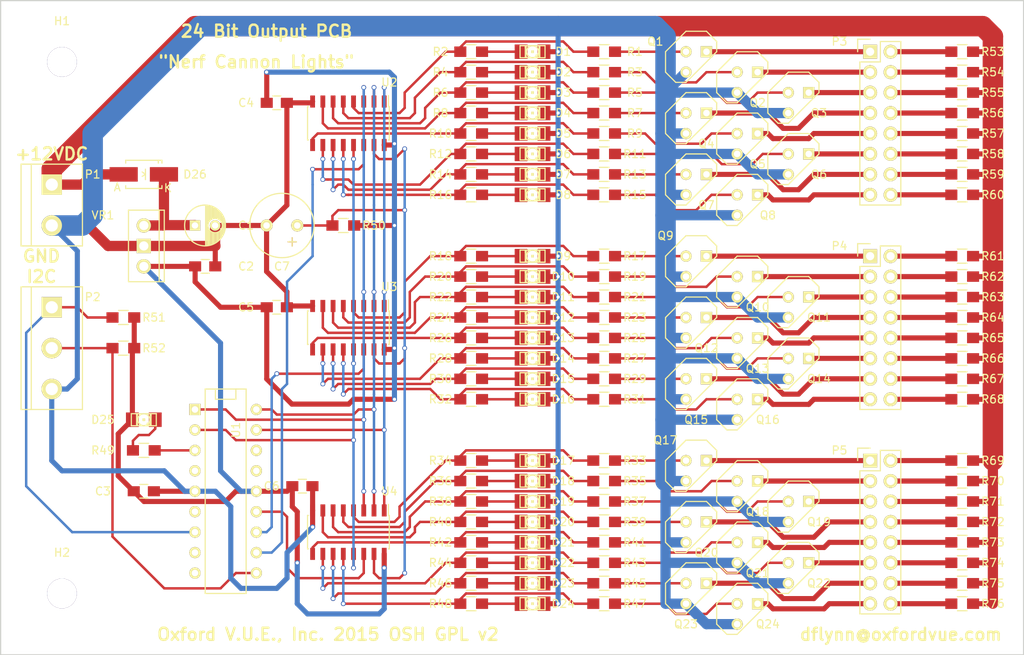
<source format=kicad_pcb>
(kicad_pcb (version 4) (host pcbnew "(2015-04-09 BZR 5589)-product")
  (title_block (title "Nerf Cannon Lights") (date "Sunday, April 05, 2015") (rev NC) (company "Oxford V.U.E., Inc.") (comment 1 "OSH, GPL V2"))
  (layers (0 F.Cu signal) (31 B.Cu signal) (34 B.Paste user) (35 F.Paste user) (36 B.SilkS user) (37 F.SilkS user) (38 B.Mask user) (39 F.Mask user) (44 Edge.Cuts user))
  (net 0 "")
  (net 1 "Net-(C1-Pad1)")
  (net 2 GND)
  (net 3 VCC)
  (net 4 "Net-(C7-Pad1)")
  (net 5 "Net-(D1-Pad1)")
  (net 6 "Net-(D2-Pad1)")
  (net 7 "Net-(D3-Pad1)")
  (net 8 "Net-(D4-Pad1)")
  (net 9 "Net-(D5-Pad1)")
  (net 10 "Net-(D6-Pad1)")
  (net 11 "Net-(D7-Pad1)")
  (net 12 "Net-(D8-Pad1)")
  (net 13 "Net-(D9-Pad1)")
  (net 14 "Net-(D10-Pad1)")
  (net 15 "Net-(D11-Pad1)")
  (net 16 "Net-(D12-Pad1)")
  (net 17 "Net-(D13-Pad1)")
  (net 18 "Net-(D14-Pad1)")
  (net 19 "Net-(D15-Pad1)")
  (net 20 "Net-(D16-Pad1)")
  (net 21 "Net-(D17-Pad1)")
  (net 22 "Net-(D18-Pad1)")
  (net 23 "Net-(D19-Pad1)")
  (net 24 "Net-(D20-Pad1)")
  (net 25 "Net-(D21-Pad1)")
  (net 26 "Net-(D22-Pad1)")
  (net 27 "Net-(D23-Pad1)")
  (net 28 "Net-(D24-Pad1)")
  (net 29 "Net-(D25-Pad2)")
  (net 30 +12V)
  (net 31 "Net-(P2-Pad1)")
  (net 32 "Net-(P2-Pad2)")
  (net 33 "Net-(P3-Pad1)")
  (net 34 "Net-(P3-Pad2)")
  (net 35 "Net-(P3-Pad3)")
  (net 36 "Net-(P3-Pad4)")
  (net 37 "Net-(P3-Pad5)")
  (net 38 "Net-(P3-Pad6)")
  (net 39 "Net-(P3-Pad7)")
  (net 40 "Net-(P3-Pad8)")
  (net 41 "Net-(P3-Pad9)")
  (net 42 "Net-(P3-Pad10)")
  (net 43 "Net-(P3-Pad11)")
  (net 44 "Net-(P3-Pad12)")
  (net 45 "Net-(P3-Pad13)")
  (net 46 "Net-(P3-Pad14)")
  (net 47 "Net-(P3-Pad15)")
  (net 48 "Net-(P3-Pad16)")
  (net 49 "Net-(P4-Pad1)")
  (net 50 "Net-(P4-Pad2)")
  (net 51 "Net-(P4-Pad3)")
  (net 52 "Net-(P4-Pad4)")
  (net 53 "Net-(P4-Pad5)")
  (net 54 "Net-(P4-Pad6)")
  (net 55 "Net-(P4-Pad7)")
  (net 56 "Net-(P4-Pad8)")
  (net 57 "Net-(P4-Pad9)")
  (net 58 "Net-(P4-Pad10)")
  (net 59 "Net-(P4-Pad11)")
  (net 60 "Net-(P4-Pad12)")
  (net 61 "Net-(P4-Pad13)")
  (net 62 "Net-(P4-Pad14)")
  (net 63 "Net-(P4-Pad15)")
  (net 64 "Net-(P4-Pad16)")
  (net 65 "Net-(P5-Pad1)")
  (net 66 "Net-(P5-Pad2)")
  (net 67 "Net-(P5-Pad3)")
  (net 68 "Net-(P5-Pad4)")
  (net 69 "Net-(P5-Pad5)")
  (net 70 "Net-(P5-Pad6)")
  (net 71 "Net-(P5-Pad7)")
  (net 72 "Net-(P5-Pad8)")
  (net 73 "Net-(P5-Pad9)")
  (net 74 "Net-(P5-Pad10)")
  (net 75 "Net-(P5-Pad11)")
  (net 76 "Net-(P5-Pad12)")
  (net 77 "Net-(P5-Pad13)")
  (net 78 "Net-(P5-Pad14)")
  (net 79 "Net-(P5-Pad15)")
  (net 80 "Net-(P5-Pad16)")
  (net 81 "Net-(Q1-PadG)")
  (net 82 "Net-(Q2-PadG)")
  (net 83 "Net-(Q3-PadG)")
  (net 84 "Net-(Q4-PadG)")
  (net 85 "Net-(Q5-PadG)")
  (net 86 "Net-(Q6-PadG)")
  (net 87 "Net-(Q7-PadG)")
  (net 88 "Net-(Q8-PadG)")
  (net 89 "Net-(Q9-PadG)")
  (net 90 "Net-(Q10-PadG)")
  (net 91 "Net-(Q11-PadG)")
  (net 92 "Net-(Q12-PadG)")
  (net 93 "Net-(Q13-PadG)")
  (net 94 "Net-(Q14-PadG)")
  (net 95 "Net-(Q15-PadG)")
  (net 96 "Net-(Q16-PadG)")
  (net 97 "Net-(Q17-PadG)")
  (net 98 "Net-(Q18-PadG)")
  (net 99 "Net-(Q19-PadG)")
  (net 100 "Net-(Q20-PadG)")
  (net 101 "Net-(Q21-PadG)")
  (net 102 "Net-(Q22-PadG)")
  (net 103 "Net-(Q23-PadG)")
  (net 104 "Net-(Q24-PadG)")
  (net 105 "Net-(R1-Pad2)")
  (net 106 "Net-(R3-Pad2)")
  (net 107 "Net-(R5-Pad2)")
  (net 108 "Net-(R7-Pad2)")
  (net 109 "Net-(R10-Pad2)")
  (net 110 "Net-(R11-Pad2)")
  (net 111 "Net-(R13-Pad2)")
  (net 112 "Net-(R15-Pad2)")
  (net 113 "Net-(R17-Pad2)")
  (net 114 "Net-(R19-Pad2)")
  (net 115 "Net-(R21-Pad2)")
  (net 116 "Net-(R23-Pad2)")
  (net 117 "Net-(R25-Pad2)")
  (net 118 "Net-(R27-Pad2)")
  (net 119 "Net-(R29-Pad2)")
  (net 120 "Net-(R31-Pad2)")
  (net 121 "Net-(R33-Pad2)")
  (net 122 "Net-(R35-Pad2)")
  (net 123 "Net-(R37-Pad2)")
  (net 124 "Net-(R39-Pad2)")
  (net 125 "Net-(R41-Pad2)")
  (net 126 "Net-(R43-Pad2)")
  (net 127 "Net-(R45-Pad2)")
  (net 128 "Net-(R47-Pad2)")
  (net 129 "Net-(R49-Pad1)")
  (net 130 "Net-(U1-Pad1)")
  (net 131 "Net-(U1-Pad2)")
  (net 132 "Net-(U1-Pad4)")
  (net 133 "Net-(U1-Pad6)")
  (net 134 "Net-(U1-Pad8)")
  (net 135 "Net-(U1-Pad9)")
  (net 136 "Net-(U1-Pad11)")
  (net 137 "Net-(U1-Pad12)")
  (net 138 "Net-(U1-Pad13)")
  (net 139 "Net-(U1-Pad15)")
  (net 140 "Net-(U1-Pad16)")
  (net 141 "Net-(U1-Pad17)")
  (net 142 "Net-(U1-Pad18)")
  (module Capacitors_ThroughHole:C_Radial_D5_L6_P2.5 (layer F.Cu) (at 119.38 71.12)
    (fp_text reference C1 (at 6.35 0) (layer F.SilkS))
    (fp_text value 2.2uF)
    (pad 1 thru_hole rect (at 0 0) (size 1.3 1.3) (drill 0.8) (layers *.Cu *.Mask F.SilkS) (net 1 "Net-(C1-Pad1)"))
    (pad 2 thru_hole circle (at 2.5 0) (size 1.3 1.3) (drill 0.8) (layers *.Cu *.Mask F.SilkS) (net 2 GND))
  )
  (module Capacitors_SMD:C_0805_HandSoldering (layer F.Cu) (at 120.65 76.2)
    (fp_text reference C2 (at 5.08 0) (layer F.SilkS))
    (fp_text value 0.1uF)
    (pad 1 smd rect (at -1.25 0) (size 1.5 1.25) (layers F.Cu F.Paste F.Mask) (net 3 VCC))
    (pad 2 smd rect (at 1.25 0) (size 1.5 1.25) (layers F.Cu F.Paste F.Mask) (net 2 GND))
  )
  (module Capacitors_SMD:C_0805_HandSoldering (layer F.Cu) (at 113.03 104.14)
    (fp_text reference C3 (at -5.08 0) (layer F.SilkS))
    (fp_text value 0.1uF)
    (pad 1 smd rect (at -1.25 0) (size 1.5 1.25) (layers F.Cu F.Paste F.Mask) (net 3 VCC))
    (pad 2 smd rect (at 1.25 0) (size 1.5 1.25) (layers F.Cu F.Paste F.Mask) (net 2 GND))
  )
  (module Capacitors_SMD:C_0805_HandSoldering (layer F.Cu) (at 129.54 55.88)
    (fp_text reference C4 (at -3.81 0) (layer F.SilkS))
    (fp_text value 0.1uF)
    (pad 1 smd rect (at -1.25 0) (size 1.5 1.25) (layers F.Cu F.Paste F.Mask) (net 3 VCC))
    (pad 2 smd rect (at 1.25 0) (size 1.5 1.25) (layers F.Cu F.Paste F.Mask) (net 2 GND))
  )
  (module Capacitors_SMD:C_0805_HandSoldering (layer F.Cu) (at 129.54 81.28)
    (fp_text reference C5 (at -3.81 0) (layer F.SilkS))
    (fp_text value 0.1uF)
    (pad 1 smd rect (at -1.25 0) (size 1.5 1.25) (layers F.Cu F.Paste F.Mask) (net 3 VCC))
    (pad 2 smd rect (at 1.25 0) (size 1.5 1.25) (layers F.Cu F.Paste F.Mask) (net 2 GND))
  )
  (module Capacitors_SMD:C_0805_HandSoldering (layer F.Cu) (at 132.715 103.505)
    (fp_text reference C6 (at -3.81 0) (layer F.SilkS))
    (fp_text value 0.1uF)
    (pad 1 smd rect (at -1.25 0) (size 1.5 1.25) (layers F.Cu F.Paste F.Mask) (net 3 VCC))
    (pad 2 smd rect (at 1.25 0) (size 1.5 1.25) (layers F.Cu F.Paste F.Mask) (net 2 GND))
  )
  (module Capacitors_Elko_ThroughHole:Elko_vert_11.5x8mm_RM3.5 (layer F.Cu) (at 132.08 71.12 180)
    (fp_text reference C7 (at 1.905 -5.08 180) (layer F.SilkS))
    (fp_text value 10uF)
    (fp_line (start 0.635 -2.54) (end 0.635 -1.524) (layer F.Cu) (width 0.15))
    (fp_line (start 0.127 -2.032) (end 1.143 -2.032) (layer F.Cu) (width 0.15))
    (pad 2 thru_hole circle (at 3.81 0 180) (size 1.50114 1.50114) (drill 0.8001) (layers *.Cu *.Mask F.SilkS) (net 2 GND))
    (pad 1 thru_hole circle (at 0 0 180) (size 1.50114 1.50114) (drill 0.8001) (layers *.Cu *.Mask F.SilkS) (net 4 "Net-(C7-Pad1)"))
  )
  (module LEDs:LED-1206 (layer F.Cu) (at 161.29 49.53)
    (fp_text reference D1 (at 3.81 0) (layer F.SilkS))
    (fp_text value LED)
    (pad 1 smd rect (at -1.41986 0) (size 1.59766 1.80086) (layers F.Cu F.Paste F.Mask) (net 5 "Net-(D1-Pad1)"))
    (pad 2 smd rect (at 1.41986 0) (size 1.59766 1.80086) (layers F.Cu F.Paste F.Mask) (net 2 GND))
  )
  (module LEDs:LED-1206 (layer F.Cu) (at 161.29 52.07)
    (fp_text reference D2 (at 3.81 0) (layer F.SilkS))
    (fp_text value LED)
    (pad 1 smd rect (at -1.41986 0) (size 1.59766 1.80086) (layers F.Cu F.Paste F.Mask) (net 6 "Net-(D2-Pad1)"))
    (pad 2 smd rect (at 1.41986 0) (size 1.59766 1.80086) (layers F.Cu F.Paste F.Mask) (net 2 GND))
  )
  (module LEDs:LED-1206 (layer F.Cu) (at 161.29 54.61)
    (fp_text reference D3 (at 3.81 0) (layer F.SilkS))
    (fp_text value LED)
    (pad 1 smd rect (at -1.41986 0) (size 1.59766 1.80086) (layers F.Cu F.Paste F.Mask) (net 7 "Net-(D3-Pad1)"))
    (pad 2 smd rect (at 1.41986 0) (size 1.59766 1.80086) (layers F.Cu F.Paste F.Mask) (net 2 GND))
  )
  (module LEDs:LED-1206 (layer F.Cu) (at 161.29 57.15)
    (fp_text reference D4 (at 3.81 0) (layer F.SilkS))
    (fp_text value LED)
    (pad 1 smd rect (at -1.41986 0) (size 1.59766 1.80086) (layers F.Cu F.Paste F.Mask) (net 8 "Net-(D4-Pad1)"))
    (pad 2 smd rect (at 1.41986 0) (size 1.59766 1.80086) (layers F.Cu F.Paste F.Mask) (net 2 GND))
  )
  (module LEDs:LED-1206 (layer F.Cu) (at 161.29 59.69)
    (fp_text reference D5 (at 3.81 0) (layer F.SilkS))
    (fp_text value LED)
    (pad 1 smd rect (at -1.41986 0) (size 1.59766 1.80086) (layers F.Cu F.Paste F.Mask) (net 9 "Net-(D5-Pad1)"))
    (pad 2 smd rect (at 1.41986 0) (size 1.59766 1.80086) (layers F.Cu F.Paste F.Mask) (net 2 GND))
  )
  (module LEDs:LED-1206 (layer F.Cu) (at 161.29 62.23)
    (fp_text reference D6 (at 3.81 0) (layer F.SilkS))
    (fp_text value LED)
    (pad 1 smd rect (at -1.41986 0) (size 1.59766 1.80086) (layers F.Cu F.Paste F.Mask) (net 10 "Net-(D6-Pad1)"))
    (pad 2 smd rect (at 1.41986 0) (size 1.59766 1.80086) (layers F.Cu F.Paste F.Mask) (net 2 GND))
  )
  (module LEDs:LED-1206 (layer F.Cu) (at 161.29 64.77)
    (fp_text reference D7 (at 3.81 0) (layer F.SilkS))
    (fp_text value LED)
    (pad 1 smd rect (at -1.41986 0) (size 1.59766 1.80086) (layers F.Cu F.Paste F.Mask) (net 11 "Net-(D7-Pad1)"))
    (pad 2 smd rect (at 1.41986 0) (size 1.59766 1.80086) (layers F.Cu F.Paste F.Mask) (net 2 GND))
  )
  (module LEDs:LED-1206 (layer F.Cu) (at 161.29 67.31)
    (fp_text reference D8 (at 3.81 0) (layer F.SilkS))
    (fp_text value LED)
    (pad 1 smd rect (at -1.41986 0) (size 1.59766 1.80086) (layers F.Cu F.Paste F.Mask) (net 12 "Net-(D8-Pad1)"))
    (pad 2 smd rect (at 1.41986 0) (size 1.59766 1.80086) (layers F.Cu F.Paste F.Mask) (net 2 GND))
  )
  (module LEDs:LED-1206 (layer F.Cu) (at 161.29 74.93)
    (fp_text reference D9 (at 3.81 0) (layer F.SilkS))
    (fp_text value LED)
    (pad 1 smd rect (at -1.41986 0) (size 1.59766 1.80086) (layers F.Cu F.Paste F.Mask) (net 13 "Net-(D9-Pad1)"))
    (pad 2 smd rect (at 1.41986 0) (size 1.59766 1.80086) (layers F.Cu F.Paste F.Mask) (net 2 GND))
  )
  (module LEDs:LED-1206 (layer F.Cu) (at 161.29 77.47)
    (fp_text reference D10 (at 3.81 0) (layer F.SilkS))
    (fp_text value LED)
    (pad 1 smd rect (at -1.41986 0) (size 1.59766 1.80086) (layers F.Cu F.Paste F.Mask) (net 14 "Net-(D10-Pad1)"))
    (pad 2 smd rect (at 1.41986 0) (size 1.59766 1.80086) (layers F.Cu F.Paste F.Mask) (net 2 GND))
  )
  (module LEDs:LED-1206 (layer F.Cu) (at 161.29 80.01)
    (fp_text reference D11 (at 3.81 0) (layer F.SilkS))
    (fp_text value LED)
    (pad 1 smd rect (at -1.41986 0) (size 1.59766 1.80086) (layers F.Cu F.Paste F.Mask) (net 15 "Net-(D11-Pad1)"))
    (pad 2 smd rect (at 1.41986 0) (size 1.59766 1.80086) (layers F.Cu F.Paste F.Mask) (net 2 GND))
  )
  (module LEDs:LED-1206 (layer F.Cu) (at 161.29 82.55)
    (fp_text reference D12 (at 3.81 0) (layer F.SilkS))
    (fp_text value LED)
    (pad 1 smd rect (at -1.41986 0) (size 1.59766 1.80086) (layers F.Cu F.Paste F.Mask) (net 16 "Net-(D12-Pad1)"))
    (pad 2 smd rect (at 1.41986 0) (size 1.59766 1.80086) (layers F.Cu F.Paste F.Mask) (net 2 GND))
  )
  (module LEDs:LED-1206 (layer F.Cu) (at 161.29 85.09)
    (fp_text reference D13 (at 3.81 0) (layer F.SilkS))
    (fp_text value LED)
    (pad 1 smd rect (at -1.41986 0) (size 1.59766 1.80086) (layers F.Cu F.Paste F.Mask) (net 17 "Net-(D13-Pad1)"))
    (pad 2 smd rect (at 1.41986 0) (size 1.59766 1.80086) (layers F.Cu F.Paste F.Mask) (net 2 GND))
  )
  (module LEDs:LED-1206 (layer F.Cu) (at 161.29 87.63)
    (fp_text reference D14 (at 3.81 0) (layer F.SilkS))
    (fp_text value LED)
    (pad 1 smd rect (at -1.41986 0) (size 1.59766 1.80086) (layers F.Cu F.Paste F.Mask) (net 18 "Net-(D14-Pad1)"))
    (pad 2 smd rect (at 1.41986 0) (size 1.59766 1.80086) (layers F.Cu F.Paste F.Mask) (net 2 GND))
  )
  (module LEDs:LED-1206 (layer F.Cu) (at 161.29 90.17)
    (fp_text reference D15 (at 3.81 0) (layer F.SilkS))
    (fp_text value LED)
    (pad 1 smd rect (at -1.41986 0) (size 1.59766 1.80086) (layers F.Cu F.Paste F.Mask) (net 19 "Net-(D15-Pad1)"))
    (pad 2 smd rect (at 1.41986 0) (size 1.59766 1.80086) (layers F.Cu F.Paste F.Mask) (net 2 GND))
  )
  (module LEDs:LED-1206 (layer F.Cu) (at 161.29 92.71)
    (fp_text reference D16 (at 3.81 0) (layer F.SilkS))
    (fp_text value LED)
    (pad 1 smd rect (at -1.41986 0) (size 1.59766 1.80086) (layers F.Cu F.Paste F.Mask) (net 20 "Net-(D16-Pad1)"))
    (pad 2 smd rect (at 1.41986 0) (size 1.59766 1.80086) (layers F.Cu F.Paste F.Mask) (net 2 GND))
  )
  (module LEDs:LED-1206 (layer F.Cu) (at 161.29 100.33)
    (fp_text reference D17 (at 3.81 0) (layer F.SilkS))
    (fp_text value LED)
    (pad 1 smd rect (at -1.41986 0) (size 1.59766 1.80086) (layers F.Cu F.Paste F.Mask) (net 21 "Net-(D17-Pad1)"))
    (pad 2 smd rect (at 1.41986 0) (size 1.59766 1.80086) (layers F.Cu F.Paste F.Mask) (net 2 GND))
  )
  (module LEDs:LED-1206 (layer F.Cu) (at 161.29 102.87)
    (fp_text reference D18 (at 3.81 0) (layer F.SilkS))
    (fp_text value LED)
    (pad 1 smd rect (at -1.41986 0) (size 1.59766 1.80086) (layers F.Cu F.Paste F.Mask) (net 22 "Net-(D18-Pad1)"))
    (pad 2 smd rect (at 1.41986 0) (size 1.59766 1.80086) (layers F.Cu F.Paste F.Mask) (net 2 GND))
  )
  (module LEDs:LED-1206 (layer F.Cu) (at 161.29 105.41)
    (fp_text reference D19 (at 3.81 0) (layer F.SilkS))
    (fp_text value LED)
    (pad 1 smd rect (at -1.41986 0) (size 1.59766 1.80086) (layers F.Cu F.Paste F.Mask) (net 23 "Net-(D19-Pad1)"))
    (pad 2 smd rect (at 1.41986 0) (size 1.59766 1.80086) (layers F.Cu F.Paste F.Mask) (net 2 GND))
  )
  (module LEDs:LED-1206 (layer F.Cu) (at 161.29 107.95)
    (fp_text reference D20 (at 3.81 0) (layer F.SilkS))
    (fp_text value LED)
    (pad 1 smd rect (at -1.41986 0) (size 1.59766 1.80086) (layers F.Cu F.Paste F.Mask) (net 24 "Net-(D20-Pad1)"))
    (pad 2 smd rect (at 1.41986 0) (size 1.59766 1.80086) (layers F.Cu F.Paste F.Mask) (net 2 GND))
  )
  (module LEDs:LED-1206 (layer F.Cu) (at 161.29 110.49)
    (fp_text reference D21 (at 3.81 0) (layer F.SilkS))
    (fp_text value LED)
    (pad 1 smd rect (at -1.41986 0) (size 1.59766 1.80086) (layers F.Cu F.Paste F.Mask) (net 25 "Net-(D21-Pad1)"))
    (pad 2 smd rect (at 1.41986 0) (size 1.59766 1.80086) (layers F.Cu F.Paste F.Mask) (net 2 GND))
  )
  (module LEDs:LED-1206 (layer F.Cu) (at 161.29 113.03)
    (fp_text reference D22 (at 3.81 0) (layer F.SilkS))
    (fp_text value LED)
    (pad 1 smd rect (at -1.41986 0) (size 1.59766 1.80086) (layers F.Cu F.Paste F.Mask) (net 26 "Net-(D22-Pad1)"))
    (pad 2 smd rect (at 1.41986 0) (size 1.59766 1.80086) (layers F.Cu F.Paste F.Mask) (net 2 GND))
  )
  (module LEDs:LED-1206 (layer F.Cu) (at 161.29 115.57)
    (fp_text reference D23 (at 3.81 0) (layer F.SilkS))
    (fp_text value LED)
    (pad 1 smd rect (at -1.41986 0) (size 1.59766 1.80086) (layers F.Cu F.Paste F.Mask) (net 27 "Net-(D23-Pad1)"))
    (pad 2 smd rect (at 1.41986 0) (size 1.59766 1.80086) (layers F.Cu F.Paste F.Mask) (net 2 GND))
  )
  (module LEDs:LED-1206 (layer F.Cu) (at 161.29 118.11)
    (fp_text reference D24 (at 3.81 0) (layer F.SilkS))
    (fp_text value LED)
    (pad 1 smd rect (at -1.41986 0) (size 1.59766 1.80086) (layers F.Cu F.Paste F.Mask) (net 28 "Net-(D24-Pad1)"))
    (pad 2 smd rect (at 1.41986 0) (size 1.59766 1.80086) (layers F.Cu F.Paste F.Mask) (net 2 GND))
  )
  (module LEDs:LED-1206 (layer F.Cu) (at 113.03 95.25)
    (fp_text reference D25 (at -5.08 0) (layer F.SilkS))
    (fp_text value LED)
    (pad 1 smd rect (at -1.41986 0) (size 1.59766 1.80086) (layers F.Cu F.Paste F.Mask) (net 3 VCC))
    (pad 2 smd rect (at 1.41986 0) (size 1.59766 1.80086) (layers F.Cu F.Paste F.Mask) (net 29 "Net-(D25-Pad2)"))
  )
  (module Diodes_SMD:Diode-SMA_Handsoldering (layer F.Cu) (at 113.03 64.77)
    (fp_text reference D26 (at 6.35 0) (layer F.SilkS))
    (fp_text value DIODE)
    (fp_text user A (at -3.29946 1.6002) (layer F.SilkS))
    (fp_text user K (at 2.99974 1.69926) (layer F.SilkS))
    (pad 1 smd rect (at -2.49936 0) (size 3.50012 1.80086) (layers F.Cu F.Paste F.Mask) (net 30 +12V))
    (pad 2 smd rect (at 2.49936 0) (size 3.50012 1.80086) (layers F.Cu F.Paste F.Mask) (net 1 "Net-(C1-Pad1)"))
  )
  (module Connect:bornier2 (layer F.Cu) (at 101.6 68.58 270)
    (fp_text reference P1 (at -3.81 -5.08 360) (layer F.SilkS))
    (fp_text value CONN_2)
    (pad 1 thru_hole rect (at -2.54 0 270) (size 2.54 2.54) (drill 1.524) (layers *.Cu *.Mask F.SilkS) (net 30 +12V))
    (pad 2 thru_hole circle (at 2.54 0 270) (size 2.54 2.54) (drill 1.524) (layers *.Cu *.Mask F.SilkS) (net 2 GND))
  )
  (module Connect:bornier3 (layer F.Cu) (at 101.6 86.36 270)
    (fp_text reference P2 (at -6.35 -5.08 360) (layer F.SilkS))
    (fp_text value CONN_3)
    (pad 1 thru_hole rect (at -5.08 0 270) (size 2.54 2.54) (drill 1.524) (layers *.Cu *.Mask F.SilkS) (net 31 "Net-(P2-Pad1)"))
    (pad 2 thru_hole circle (at 0 0 270) (size 2.54 2.54) (drill 1.524) (layers *.Cu *.Mask F.SilkS) (net 32 "Net-(P2-Pad2)"))
    (pad 3 thru_hole circle (at 5.08 0 270) (size 2.54 2.54) (drill 1.524) (layers *.Cu *.Mask F.SilkS) (net 2 GND))
  )
  (module Pin_Headers:Pin_Header_Straight_2x08 (layer F.Cu) (at 203.2 49.53)
    (fp_text reference P3 (at -3.81 -1.27) (layer F.SilkS))
    (fp_text value CONN_8X2)
    (pad 1 thru_hole rect (at 0 0) (size 1.7272 1.7272) (drill 1.016) (layers *.Cu *.Mask F.SilkS) (net 33 "Net-(P3-Pad1)"))
    (pad 2 thru_hole oval (at 2.54 0) (size 1.7272 1.7272) (drill 1.016) (layers *.Cu *.Mask F.SilkS) (net 34 "Net-(P3-Pad2)"))
    (pad 3 thru_hole oval (at 0 2.54) (size 1.7272 1.7272) (drill 1.016) (layers *.Cu *.Mask F.SilkS) (net 35 "Net-(P3-Pad3)"))
    (pad 4 thru_hole oval (at 2.54 2.54) (size 1.7272 1.7272) (drill 1.016) (layers *.Cu *.Mask F.SilkS) (net 36 "Net-(P3-Pad4)"))
    (pad 5 thru_hole oval (at 0 5.08) (size 1.7272 1.7272) (drill 1.016) (layers *.Cu *.Mask F.SilkS) (net 37 "Net-(P3-Pad5)"))
    (pad 6 thru_hole oval (at 2.54 5.08) (size 1.7272 1.7272) (drill 1.016) (layers *.Cu *.Mask F.SilkS) (net 38 "Net-(P3-Pad6)"))
    (pad 7 thru_hole oval (at 0 7.62) (size 1.7272 1.7272) (drill 1.016) (layers *.Cu *.Mask F.SilkS) (net 39 "Net-(P3-Pad7)"))
    (pad 8 thru_hole oval (at 2.54 7.62) (size 1.7272 1.7272) (drill 1.016) (layers *.Cu *.Mask F.SilkS) (net 40 "Net-(P3-Pad8)"))
    (pad 9 thru_hole oval (at 0 10.16) (size 1.7272 1.7272) (drill 1.016) (layers *.Cu *.Mask F.SilkS) (net 41 "Net-(P3-Pad9)"))
    (pad 10 thru_hole oval (at 2.54 10.16) (size 1.7272 1.7272) (drill 1.016) (layers *.Cu *.Mask F.SilkS) (net 42 "Net-(P3-Pad10)"))
    (pad 11 thru_hole oval (at 0 12.7) (size 1.7272 1.7272) (drill 1.016) (layers *.Cu *.Mask F.SilkS) (net 43 "Net-(P3-Pad11)"))
    (pad 12 thru_hole oval (at 2.54 12.7) (size 1.7272 1.7272) (drill 1.016) (layers *.Cu *.Mask F.SilkS) (net 44 "Net-(P3-Pad12)"))
    (pad 13 thru_hole oval (at 0 15.24) (size 1.7272 1.7272) (drill 1.016) (layers *.Cu *.Mask F.SilkS) (net 45 "Net-(P3-Pad13)"))
    (pad 14 thru_hole oval (at 2.54 15.24) (size 1.7272 1.7272) (drill 1.016) (layers *.Cu *.Mask F.SilkS) (net 46 "Net-(P3-Pad14)"))
    (pad 15 thru_hole oval (at 0 17.78) (size 1.7272 1.7272) (drill 1.016) (layers *.Cu *.Mask F.SilkS) (net 47 "Net-(P3-Pad15)"))
    (pad 16 thru_hole oval (at 2.54 17.78) (size 1.7272 1.7272) (drill 1.016) (layers *.Cu *.Mask F.SilkS) (net 48 "Net-(P3-Pad16)"))
  )
  (module Pin_Headers:Pin_Header_Straight_2x08 (layer F.Cu) (at 203.2 74.93)
    (fp_text reference P4 (at -3.81 -1.27) (layer F.SilkS))
    (fp_text value CONN_8X2)
    (pad 1 thru_hole rect (at 0 0) (size 1.7272 1.7272) (drill 1.016) (layers *.Cu *.Mask F.SilkS) (net 49 "Net-(P4-Pad1)"))
    (pad 2 thru_hole oval (at 2.54 0) (size 1.7272 1.7272) (drill 1.016) (layers *.Cu *.Mask F.SilkS) (net 50 "Net-(P4-Pad2)"))
    (pad 3 thru_hole oval (at 0 2.54) (size 1.7272 1.7272) (drill 1.016) (layers *.Cu *.Mask F.SilkS) (net 51 "Net-(P4-Pad3)"))
    (pad 4 thru_hole oval (at 2.54 2.54) (size 1.7272 1.7272) (drill 1.016) (layers *.Cu *.Mask F.SilkS) (net 52 "Net-(P4-Pad4)"))
    (pad 5 thru_hole oval (at 0 5.08) (size 1.7272 1.7272) (drill 1.016) (layers *.Cu *.Mask F.SilkS) (net 53 "Net-(P4-Pad5)"))
    (pad 6 thru_hole oval (at 2.54 5.08) (size 1.7272 1.7272) (drill 1.016) (layers *.Cu *.Mask F.SilkS) (net 54 "Net-(P4-Pad6)"))
    (pad 7 thru_hole oval (at 0 7.62) (size 1.7272 1.7272) (drill 1.016) (layers *.Cu *.Mask F.SilkS) (net 55 "Net-(P4-Pad7)"))
    (pad 8 thru_hole oval (at 2.54 7.62) (size 1.7272 1.7272) (drill 1.016) (layers *.Cu *.Mask F.SilkS) (net 56 "Net-(P4-Pad8)"))
    (pad 9 thru_hole oval (at 0 10.16) (size 1.7272 1.7272) (drill 1.016) (layers *.Cu *.Mask F.SilkS) (net 57 "Net-(P4-Pad9)"))
    (pad 10 thru_hole oval (at 2.54 10.16) (size 1.7272 1.7272) (drill 1.016) (layers *.Cu *.Mask F.SilkS) (net 58 "Net-(P4-Pad10)"))
    (pad 11 thru_hole oval (at 0 12.7) (size 1.7272 1.7272) (drill 1.016) (layers *.Cu *.Mask F.SilkS) (net 59 "Net-(P4-Pad11)"))
    (pad 12 thru_hole oval (at 2.54 12.7) (size 1.7272 1.7272) (drill 1.016) (layers *.Cu *.Mask F.SilkS) (net 60 "Net-(P4-Pad12)"))
    (pad 13 thru_hole oval (at 0 15.24) (size 1.7272 1.7272) (drill 1.016) (layers *.Cu *.Mask F.SilkS) (net 61 "Net-(P4-Pad13)"))
    (pad 14 thru_hole oval (at 2.54 15.24) (size 1.7272 1.7272) (drill 1.016) (layers *.Cu *.Mask F.SilkS) (net 62 "Net-(P4-Pad14)"))
    (pad 15 thru_hole oval (at 0 17.78) (size 1.7272 1.7272) (drill 1.016) (layers *.Cu *.Mask F.SilkS) (net 63 "Net-(P4-Pad15)"))
    (pad 16 thru_hole oval (at 2.54 17.78) (size 1.7272 1.7272) (drill 1.016) (layers *.Cu *.Mask F.SilkS) (net 64 "Net-(P4-Pad16)"))
  )
  (module Pin_Headers:Pin_Header_Straight_2x08 (layer F.Cu) (at 203.2 100.33)
    (fp_text reference P5 (at -3.81 -1.27) (layer F.SilkS))
    (fp_text value CONN_8X2)
    (pad 1 thru_hole rect (at 0 0) (size 1.7272 1.7272) (drill 1.016) (layers *.Cu *.Mask F.SilkS) (net 65 "Net-(P5-Pad1)"))
    (pad 2 thru_hole oval (at 2.54 0) (size 1.7272 1.7272) (drill 1.016) (layers *.Cu *.Mask F.SilkS) (net 66 "Net-(P5-Pad2)"))
    (pad 3 thru_hole oval (at 0 2.54) (size 1.7272 1.7272) (drill 1.016) (layers *.Cu *.Mask F.SilkS) (net 67 "Net-(P5-Pad3)"))
    (pad 4 thru_hole oval (at 2.54 2.54) (size 1.7272 1.7272) (drill 1.016) (layers *.Cu *.Mask F.SilkS) (net 68 "Net-(P5-Pad4)"))
    (pad 5 thru_hole oval (at 0 5.08) (size 1.7272 1.7272) (drill 1.016) (layers *.Cu *.Mask F.SilkS) (net 69 "Net-(P5-Pad5)"))
    (pad 6 thru_hole oval (at 2.54 5.08) (size 1.7272 1.7272) (drill 1.016) (layers *.Cu *.Mask F.SilkS) (net 70 "Net-(P5-Pad6)"))
    (pad 7 thru_hole oval (at 0 7.62) (size 1.7272 1.7272) (drill 1.016) (layers *.Cu *.Mask F.SilkS) (net 71 "Net-(P5-Pad7)"))
    (pad 8 thru_hole oval (at 2.54 7.62) (size 1.7272 1.7272) (drill 1.016) (layers *.Cu *.Mask F.SilkS) (net 72 "Net-(P5-Pad8)"))
    (pad 9 thru_hole oval (at 0 10.16) (size 1.7272 1.7272) (drill 1.016) (layers *.Cu *.Mask F.SilkS) (net 73 "Net-(P5-Pad9)"))
    (pad 10 thru_hole oval (at 2.54 10.16) (size 1.7272 1.7272) (drill 1.016) (layers *.Cu *.Mask F.SilkS) (net 74 "Net-(P5-Pad10)"))
    (pad 11 thru_hole oval (at 0 12.7) (size 1.7272 1.7272) (drill 1.016) (layers *.Cu *.Mask F.SilkS) (net 75 "Net-(P5-Pad11)"))
    (pad 12 thru_hole oval (at 2.54 12.7) (size 1.7272 1.7272) (drill 1.016) (layers *.Cu *.Mask F.SilkS) (net 76 "Net-(P5-Pad12)"))
    (pad 13 thru_hole oval (at 0 15.24) (size 1.7272 1.7272) (drill 1.016) (layers *.Cu *.Mask F.SilkS) (net 77 "Net-(P5-Pad13)"))
    (pad 14 thru_hole oval (at 2.54 15.24) (size 1.7272 1.7272) (drill 1.016) (layers *.Cu *.Mask F.SilkS) (net 78 "Net-(P5-Pad14)"))
    (pad 15 thru_hole oval (at 0 17.78) (size 1.7272 1.7272) (drill 1.016) (layers *.Cu *.Mask F.SilkS) (net 79 "Net-(P5-Pad15)"))
    (pad 16 thru_hole oval (at 2.54 17.78) (size 1.7272 1.7272) (drill 1.016) (layers *.Cu *.Mask F.SilkS) (net 80 "Net-(P5-Pad16)"))
  )
  (module Discret:TO92DGS (layer F.Cu) (at 181.61 50.8)
    (fp_text reference Q1 (at -5.08 -2.54) (layer F.SilkS))
    (fp_text value 2N7000)
    (pad D thru_hole rect (at 1.27 -1.27) (size 1.397 1.397) (drill 0.8128) (layers *.Cu *.Mask F.SilkS) (net 33 "Net-(P3-Pad1)"))
    (pad G thru_hole circle (at -1.27 -1.27) (size 1.397 1.397) (drill 0.8128) (layers *.Cu *.Mask F.SilkS) (net 81 "Net-(Q1-PadG)"))
    (pad S thru_hole circle (at -1.27 1.27) (size 1.397 1.397) (drill 0.8128) (layers *.Cu *.Mask F.SilkS) (net 2 GND))
  )
  (module Discret:TO92DGS (layer F.Cu) (at 187.96 53.34)
    (fp_text reference Q2 (at 1.27 2.54) (layer F.SilkS))
    (fp_text value 2N7000)
    (pad D thru_hole rect (at 1.27 -1.27) (size 1.397 1.397) (drill 0.8128) (layers *.Cu *.Mask F.SilkS) (net 35 "Net-(P3-Pad3)"))
    (pad G thru_hole circle (at -1.27 -1.27) (size 1.397 1.397) (drill 0.8128) (layers *.Cu *.Mask F.SilkS) (net 82 "Net-(Q2-PadG)"))
    (pad S thru_hole circle (at -1.27 1.27) (size 1.397 1.397) (drill 0.8128) (layers *.Cu *.Mask F.SilkS) (net 2 GND))
  )
  (module Discret:TO92DGS (layer F.Cu) (at 194.31 55.88)
    (fp_text reference Q3 (at 2.54 1.27) (layer F.SilkS))
    (fp_text value 2N7000)
    (pad D thru_hole rect (at 1.27 -1.27) (size 1.397 1.397) (drill 0.8128) (layers *.Cu *.Mask F.SilkS) (net 37 "Net-(P3-Pad5)"))
    (pad G thru_hole circle (at -1.27 -1.27) (size 1.397 1.397) (drill 0.8128) (layers *.Cu *.Mask F.SilkS) (net 83 "Net-(Q3-PadG)"))
    (pad S thru_hole circle (at -1.27 1.27) (size 1.397 1.397) (drill 0.8128) (layers *.Cu *.Mask F.SilkS) (net 2 GND))
  )
  (module Discret:TO92DGS (layer F.Cu) (at 181.61 58.42)
    (fp_text reference Q4 (at 1.27 2.54) (layer F.SilkS))
    (fp_text value 2N7000)
    (pad D thru_hole rect (at 1.27 -1.27) (size 1.397 1.397) (drill 0.8128) (layers *.Cu *.Mask F.SilkS) (net 39 "Net-(P3-Pad7)"))
    (pad G thru_hole circle (at -1.27 -1.27) (size 1.397 1.397) (drill 0.8128) (layers *.Cu *.Mask F.SilkS) (net 84 "Net-(Q4-PadG)"))
    (pad S thru_hole circle (at -1.27 1.27) (size 1.397 1.397) (drill 0.8128) (layers *.Cu *.Mask F.SilkS) (net 2 GND))
  )
  (module Discret:TO92DGS (layer F.Cu) (at 187.96 60.96)
    (fp_text reference Q5 (at 1.27 2.54) (layer F.SilkS))
    (fp_text value 2N7000)
    (pad D thru_hole rect (at 1.27 -1.27) (size 1.397 1.397) (drill 0.8128) (layers *.Cu *.Mask F.SilkS) (net 41 "Net-(P3-Pad9)"))
    (pad G thru_hole circle (at -1.27 -1.27) (size 1.397 1.397) (drill 0.8128) (layers *.Cu *.Mask F.SilkS) (net 85 "Net-(Q5-PadG)"))
    (pad S thru_hole circle (at -1.27 1.27) (size 1.397 1.397) (drill 0.8128) (layers *.Cu *.Mask F.SilkS) (net 2 GND))
  )
  (module Discret:TO92DGS (layer F.Cu) (at 194.31 63.5)
    (fp_text reference Q6 (at 2.54 1.27) (layer F.SilkS))
    (fp_text value 2N7000)
    (pad D thru_hole rect (at 1.27 -1.27) (size 1.397 1.397) (drill 0.8128) (layers *.Cu *.Mask F.SilkS) (net 43 "Net-(P3-Pad11)"))
    (pad G thru_hole circle (at -1.27 -1.27) (size 1.397 1.397) (drill 0.8128) (layers *.Cu *.Mask F.SilkS) (net 86 "Net-(Q6-PadG)"))
    (pad S thru_hole circle (at -1.27 1.27) (size 1.397 1.397) (drill 0.8128) (layers *.Cu *.Mask F.SilkS) (net 2 GND))
  )
  (module Discret:TO92DGS (layer F.Cu) (at 181.61 66.04)
    (fp_text reference Q7 (at 1.27 2.54) (layer F.SilkS))
    (fp_text value 2N7000)
    (pad D thru_hole rect (at 1.27 -1.27) (size 1.397 1.397) (drill 0.8128) (layers *.Cu *.Mask F.SilkS) (net 45 "Net-(P3-Pad13)"))
    (pad G thru_hole circle (at -1.27 -1.27) (size 1.397 1.397) (drill 0.8128) (layers *.Cu *.Mask F.SilkS) (net 87 "Net-(Q7-PadG)"))
    (pad S thru_hole circle (at -1.27 1.27) (size 1.397 1.397) (drill 0.8128) (layers *.Cu *.Mask F.SilkS) (net 2 GND))
  )
  (module Discret:TO92DGS (layer F.Cu) (at 187.96 68.58)
    (fp_text reference Q8 (at 2.54 1.27) (layer F.SilkS))
    (fp_text value 2N7000)
    (pad D thru_hole rect (at 1.27 -1.27) (size 1.397 1.397) (drill 0.8128) (layers *.Cu *.Mask F.SilkS) (net 47 "Net-(P3-Pad15)"))
    (pad G thru_hole circle (at -1.27 -1.27) (size 1.397 1.397) (drill 0.8128) (layers *.Cu *.Mask F.SilkS) (net 88 "Net-(Q8-PadG)"))
    (pad S thru_hole circle (at -1.27 1.27) (size 1.397 1.397) (drill 0.8128) (layers *.Cu *.Mask F.SilkS) (net 2 GND))
  )
  (module Discret:TO92DGS (layer F.Cu) (at 181.61 76.2)
    (fp_text reference Q9 (at -3.81 -3.81) (layer F.SilkS))
    (fp_text value 2N7000)
    (pad D thru_hole rect (at 1.27 -1.27) (size 1.397 1.397) (drill 0.8128) (layers *.Cu *.Mask F.SilkS) (net 49 "Net-(P4-Pad1)"))
    (pad G thru_hole circle (at -1.27 -1.27) (size 1.397 1.397) (drill 0.8128) (layers *.Cu *.Mask F.SilkS) (net 89 "Net-(Q9-PadG)"))
    (pad S thru_hole circle (at -1.27 1.27) (size 1.397 1.397) (drill 0.8128) (layers *.Cu *.Mask F.SilkS) (net 2 GND))
  )
  (module Discret:TO92DGS (layer F.Cu) (at 187.96 78.74)
    (fp_text reference Q10 (at 1.27 2.54) (layer F.SilkS))
    (fp_text value 2N7000)
    (pad D thru_hole rect (at 1.27 -1.27) (size 1.397 1.397) (drill 0.8128) (layers *.Cu *.Mask F.SilkS) (net 51 "Net-(P4-Pad3)"))
    (pad G thru_hole circle (at -1.27 -1.27) (size 1.397 1.397) (drill 0.8128) (layers *.Cu *.Mask F.SilkS) (net 90 "Net-(Q10-PadG)"))
    (pad S thru_hole circle (at -1.27 1.27) (size 1.397 1.397) (drill 0.8128) (layers *.Cu *.Mask F.SilkS) (net 2 GND))
  )
  (module Discret:TO92DGS (layer F.Cu) (at 194.31 81.28)
    (fp_text reference Q11 (at 2.54 1.27) (layer F.SilkS))
    (fp_text value 2N7000)
    (pad D thru_hole rect (at 1.27 -1.27) (size 1.397 1.397) (drill 0.8128) (layers *.Cu *.Mask F.SilkS) (net 53 "Net-(P4-Pad5)"))
    (pad G thru_hole circle (at -1.27 -1.27) (size 1.397 1.397) (drill 0.8128) (layers *.Cu *.Mask F.SilkS) (net 91 "Net-(Q11-PadG)"))
    (pad S thru_hole circle (at -1.27 1.27) (size 1.397 1.397) (drill 0.8128) (layers *.Cu *.Mask F.SilkS) (net 2 GND))
  )
  (module Discret:TO92DGS (layer F.Cu) (at 181.61 83.82)
    (fp_text reference Q12 (at 1.27 2.54) (layer F.SilkS))
    (fp_text value 2N7000)
    (pad D thru_hole rect (at 1.27 -1.27) (size 1.397 1.397) (drill 0.8128) (layers *.Cu *.Mask F.SilkS) (net 55 "Net-(P4-Pad7)"))
    (pad G thru_hole circle (at -1.27 -1.27) (size 1.397 1.397) (drill 0.8128) (layers *.Cu *.Mask F.SilkS) (net 92 "Net-(Q12-PadG)"))
    (pad S thru_hole circle (at -1.27 1.27) (size 1.397 1.397) (drill 0.8128) (layers *.Cu *.Mask F.SilkS) (net 2 GND))
  )
  (module Discret:TO92DGS (layer F.Cu) (at 187.96 86.36)
    (fp_text reference Q13 (at 1.27 2.54) (layer F.SilkS))
    (fp_text value 2N7000)
    (pad D thru_hole rect (at 1.27 -1.27) (size 1.397 1.397) (drill 0.8128) (layers *.Cu *.Mask F.SilkS) (net 57 "Net-(P4-Pad9)"))
    (pad G thru_hole circle (at -1.27 -1.27) (size 1.397 1.397) (drill 0.8128) (layers *.Cu *.Mask F.SilkS) (net 93 "Net-(Q13-PadG)"))
    (pad S thru_hole circle (at -1.27 1.27) (size 1.397 1.397) (drill 0.8128) (layers *.Cu *.Mask F.SilkS) (net 2 GND))
  )
  (module Discret:TO92DGS (layer F.Cu) (at 194.31 88.9)
    (fp_text reference Q14 (at 2.54 1.27) (layer F.SilkS))
    (fp_text value 2N7000)
    (pad D thru_hole rect (at 1.27 -1.27) (size 1.397 1.397) (drill 0.8128) (layers *.Cu *.Mask F.SilkS) (net 59 "Net-(P4-Pad11)"))
    (pad G thru_hole circle (at -1.27 -1.27) (size 1.397 1.397) (drill 0.8128) (layers *.Cu *.Mask F.SilkS) (net 94 "Net-(Q14-PadG)"))
    (pad S thru_hole circle (at -1.27 1.27) (size 1.397 1.397) (drill 0.8128) (layers *.Cu *.Mask F.SilkS) (net 2 GND))
  )
  (module Discret:TO92DGS (layer F.Cu) (at 181.61 91.44)
    (fp_text reference Q15 (at 0 3.81) (layer F.SilkS))
    (fp_text value 2N7000)
    (pad D thru_hole rect (at 1.27 -1.27) (size 1.397 1.397) (drill 0.8128) (layers *.Cu *.Mask F.SilkS) (net 61 "Net-(P4-Pad13)"))
    (pad G thru_hole circle (at -1.27 -1.27) (size 1.397 1.397) (drill 0.8128) (layers *.Cu *.Mask F.SilkS) (net 95 "Net-(Q15-PadG)"))
    (pad S thru_hole circle (at -1.27 1.27) (size 1.397 1.397) (drill 0.8128) (layers *.Cu *.Mask F.SilkS) (net 2 GND))
  )
  (module Discret:TO92DGS (layer F.Cu) (at 187.96 93.98)
    (fp_text reference Q16 (at 2.54 1.27) (layer F.SilkS))
    (fp_text value 2N7000)
    (pad D thru_hole rect (at 1.27 -1.27) (size 1.397 1.397) (drill 0.8128) (layers *.Cu *.Mask F.SilkS) (net 63 "Net-(P4-Pad15)"))
    (pad G thru_hole circle (at -1.27 -1.27) (size 1.397 1.397) (drill 0.8128) (layers *.Cu *.Mask F.SilkS) (net 96 "Net-(Q16-PadG)"))
    (pad S thru_hole circle (at -1.27 1.27) (size 1.397 1.397) (drill 0.8128) (layers *.Cu *.Mask F.SilkS) (net 2 GND))
  )
  (module Discret:TO92DGS (layer F.Cu) (at 181.61 101.6)
    (fp_text reference Q17 (at -3.81 -3.81) (layer F.SilkS))
    (fp_text value 2N7000)
    (pad D thru_hole rect (at 1.27 -1.27) (size 1.397 1.397) (drill 0.8128) (layers *.Cu *.Mask F.SilkS) (net 65 "Net-(P5-Pad1)"))
    (pad G thru_hole circle (at -1.27 -1.27) (size 1.397 1.397) (drill 0.8128) (layers *.Cu *.Mask F.SilkS) (net 97 "Net-(Q17-PadG)"))
    (pad S thru_hole circle (at -1.27 1.27) (size 1.397 1.397) (drill 0.8128) (layers *.Cu *.Mask F.SilkS) (net 2 GND))
  )
  (module Discret:TO92DGS (layer F.Cu) (at 187.96 104.14)
    (fp_text reference Q18 (at 1.27 2.54) (layer F.SilkS))
    (fp_text value 2N7000)
    (pad D thru_hole rect (at 1.27 -1.27) (size 1.397 1.397) (drill 0.8128) (layers *.Cu *.Mask F.SilkS) (net 67 "Net-(P5-Pad3)"))
    (pad G thru_hole circle (at -1.27 -1.27) (size 1.397 1.397) (drill 0.8128) (layers *.Cu *.Mask F.SilkS) (net 98 "Net-(Q18-PadG)"))
    (pad S thru_hole circle (at -1.27 1.27) (size 1.397 1.397) (drill 0.8128) (layers *.Cu *.Mask F.SilkS) (net 2 GND))
  )
  (module Discret:TO92DGS (layer F.Cu) (at 194.31 106.68)
    (fp_text reference Q19 (at 2.54 1.27) (layer F.SilkS))
    (fp_text value 2N7000)
    (pad D thru_hole rect (at 1.27 -1.27) (size 1.397 1.397) (drill 0.8128) (layers *.Cu *.Mask F.SilkS) (net 69 "Net-(P5-Pad5)"))
    (pad G thru_hole circle (at -1.27 -1.27) (size 1.397 1.397) (drill 0.8128) (layers *.Cu *.Mask F.SilkS) (net 99 "Net-(Q19-PadG)"))
    (pad S thru_hole circle (at -1.27 1.27) (size 1.397 1.397) (drill 0.8128) (layers *.Cu *.Mask F.SilkS) (net 2 GND))
  )
  (module Discret:TO92DGS (layer F.Cu) (at 181.61 109.22)
    (fp_text reference Q20 (at 1.27 2.54) (layer F.SilkS))
    (fp_text value 2N7000)
    (pad D thru_hole rect (at 1.27 -1.27) (size 1.397 1.397) (drill 0.8128) (layers *.Cu *.Mask F.SilkS) (net 71 "Net-(P5-Pad7)"))
    (pad G thru_hole circle (at -1.27 -1.27) (size 1.397 1.397) (drill 0.8128) (layers *.Cu *.Mask F.SilkS) (net 100 "Net-(Q20-PadG)"))
    (pad S thru_hole circle (at -1.27 1.27) (size 1.397 1.397) (drill 0.8128) (layers *.Cu *.Mask F.SilkS) (net 2 GND))
  )
  (module Discret:TO92DGS (layer F.Cu) (at 187.96 111.76)
    (fp_text reference Q21 (at 1.27 2.54) (layer F.SilkS))
    (fp_text value 2N7000)
    (pad D thru_hole rect (at 1.27 -1.27) (size 1.397 1.397) (drill 0.8128) (layers *.Cu *.Mask F.SilkS) (net 73 "Net-(P5-Pad9)"))
    (pad G thru_hole circle (at -1.27 -1.27) (size 1.397 1.397) (drill 0.8128) (layers *.Cu *.Mask F.SilkS) (net 101 "Net-(Q21-PadG)"))
    (pad S thru_hole circle (at -1.27 1.27) (size 1.397 1.397) (drill 0.8128) (layers *.Cu *.Mask F.SilkS) (net 2 GND))
  )
  (module Discret:TO92DGS (layer F.Cu) (at 194.31 114.3)
    (fp_text reference Q22 (at 2.54 1.27) (layer F.SilkS))
    (fp_text value 2N7000)
    (pad D thru_hole rect (at 1.27 -1.27) (size 1.397 1.397) (drill 0.8128) (layers *.Cu *.Mask F.SilkS) (net 75 "Net-(P5-Pad11)"))
    (pad G thru_hole circle (at -1.27 -1.27) (size 1.397 1.397) (drill 0.8128) (layers *.Cu *.Mask F.SilkS) (net 102 "Net-(Q22-PadG)"))
    (pad S thru_hole circle (at -1.27 1.27) (size 1.397 1.397) (drill 0.8128) (layers *.Cu *.Mask F.SilkS) (net 2 GND))
  )
  (module Discret:TO92DGS (layer F.Cu) (at 181.61 116.84)
    (fp_text reference Q23 (at -1.27 3.81) (layer F.SilkS))
    (fp_text value 2N7000)
    (pad D thru_hole rect (at 1.27 -1.27) (size 1.397 1.397) (drill 0.8128) (layers *.Cu *.Mask F.SilkS) (net 77 "Net-(P5-Pad13)"))
    (pad G thru_hole circle (at -1.27 -1.27) (size 1.397 1.397) (drill 0.8128) (layers *.Cu *.Mask F.SilkS) (net 103 "Net-(Q23-PadG)"))
    (pad S thru_hole circle (at -1.27 1.27) (size 1.397 1.397) (drill 0.8128) (layers *.Cu *.Mask F.SilkS) (net 2 GND))
  )
  (module Discret:TO92DGS (layer F.Cu) (at 187.96 119.38)
    (fp_text reference Q24 (at 2.54 1.27) (layer F.SilkS))
    (fp_text value 2N7000)
    (pad D thru_hole rect (at 1.27 -1.27) (size 1.397 1.397) (drill 0.8128) (layers *.Cu *.Mask F.SilkS) (net 79 "Net-(P5-Pad15)"))
    (pad G thru_hole circle (at -1.27 -1.27) (size 1.397 1.397) (drill 0.8128) (layers *.Cu *.Mask F.SilkS) (net 104 "Net-(Q24-PadG)"))
    (pad S thru_hole circle (at -1.27 1.27) (size 1.397 1.397) (drill 0.8128) (layers *.Cu *.Mask F.SilkS) (net 2 GND))
  )
  (module Resistors_SMD:R_0805_HandSoldering (layer F.Cu) (at 170.18 49.53 180)
    (fp_text reference R1 (at -3.81 0 180) (layer F.SilkS))
    (fp_text value 47Ω)
    (pad 1 smd rect (at -1.35 0 180) (size 1.5 1.3) (layers F.Cu F.Paste F.Mask) (net 81 "Net-(Q1-PadG)"))
    (pad 2 smd rect (at 1.35 0 180) (size 1.5 1.3) (layers F.Cu F.Paste F.Mask) (net 105 "Net-(R1-Pad2)"))
  )
  (module Resistors_SMD:R_0805_HandSoldering (layer F.Cu) (at 153.67 49.53 180)
    (fp_text reference R2 (at 3.81 0 180) (layer F.SilkS))
    (fp_text value 1KΩ)
    (pad 1 smd rect (at -1.35 0 180) (size 1.5 1.3) (layers F.Cu F.Paste F.Mask) (net 5 "Net-(D1-Pad1)"))
    (pad 2 smd rect (at 1.35 0 180) (size 1.5 1.3) (layers F.Cu F.Paste F.Mask) (net 105 "Net-(R1-Pad2)"))
  )
  (module Resistors_SMD:R_0805_HandSoldering (layer F.Cu) (at 170.18 52.07 180)
    (fp_text reference R3 (at -3.81 0 180) (layer F.SilkS))
    (fp_text value 47Ω)
    (pad 1 smd rect (at -1.35 0 180) (size 1.5 1.3) (layers F.Cu F.Paste F.Mask) (net 82 "Net-(Q2-PadG)"))
    (pad 2 smd rect (at 1.35 0 180) (size 1.5 1.3) (layers F.Cu F.Paste F.Mask) (net 106 "Net-(R3-Pad2)"))
  )
  (module Resistors_SMD:R_0805_HandSoldering (layer F.Cu) (at 153.67 52.07 180)
    (fp_text reference R4 (at 3.81 0 180) (layer F.SilkS))
    (fp_text value 1KΩ)
    (pad 1 smd rect (at -1.35 0 180) (size 1.5 1.3) (layers F.Cu F.Paste F.Mask) (net 6 "Net-(D2-Pad1)"))
    (pad 2 smd rect (at 1.35 0 180) (size 1.5 1.3) (layers F.Cu F.Paste F.Mask) (net 106 "Net-(R3-Pad2)"))
  )
  (module Resistors_SMD:R_0805_HandSoldering (layer F.Cu) (at 170.18 54.61 180)
    (fp_text reference R5 (at -3.81 0 180) (layer F.SilkS))
    (fp_text value 47Ω)
    (pad 1 smd rect (at -1.35 0 180) (size 1.5 1.3) (layers F.Cu F.Paste F.Mask) (net 83 "Net-(Q3-PadG)"))
    (pad 2 smd rect (at 1.35 0 180) (size 1.5 1.3) (layers F.Cu F.Paste F.Mask) (net 107 "Net-(R5-Pad2)"))
  )
  (module Resistors_SMD:R_0805_HandSoldering (layer F.Cu) (at 153.67 54.61 180)
    (fp_text reference R6 (at 3.81 0 180) (layer F.SilkS))
    (fp_text value 1KΩ)
    (pad 1 smd rect (at -1.35 0 180) (size 1.5 1.3) (layers F.Cu F.Paste F.Mask) (net 7 "Net-(D3-Pad1)"))
    (pad 2 smd rect (at 1.35 0 180) (size 1.5 1.3) (layers F.Cu F.Paste F.Mask) (net 107 "Net-(R5-Pad2)"))
  )
  (module Resistors_SMD:R_0805_HandSoldering (layer F.Cu) (at 170.18 57.15 180)
    (fp_text reference R7 (at -3.81 0 180) (layer F.SilkS))
    (fp_text value 47Ω)
    (pad 1 smd rect (at -1.35 0 180) (size 1.5 1.3) (layers F.Cu F.Paste F.Mask) (net 84 "Net-(Q4-PadG)"))
    (pad 2 smd rect (at 1.35 0 180) (size 1.5 1.3) (layers F.Cu F.Paste F.Mask) (net 108 "Net-(R7-Pad2)"))
  )
  (module Resistors_SMD:R_0805_HandSoldering (layer F.Cu) (at 153.67 57.15 180)
    (fp_text reference R8 (at 3.81 0 180) (layer F.SilkS))
    (fp_text value 1KΩ)
    (pad 1 smd rect (at -1.35 0 180) (size 1.5 1.3) (layers F.Cu F.Paste F.Mask) (net 8 "Net-(D4-Pad1)"))
    (pad 2 smd rect (at 1.35 0 180) (size 1.5 1.3) (layers F.Cu F.Paste F.Mask) (net 108 "Net-(R7-Pad2)"))
  )
  (module Resistors_SMD:R_0805_HandSoldering (layer F.Cu) (at 170.18 59.69 180)
    (fp_text reference R9 (at -3.81 0 180) (layer F.SilkS))
    (fp_text value 47Ω)
    (pad 1 smd rect (at -1.35 0 180) (size 1.5 1.3) (layers F.Cu F.Paste F.Mask) (net 85 "Net-(Q5-PadG)"))
    (pad 2 smd rect (at 1.35 0 180) (size 1.5 1.3) (layers F.Cu F.Paste F.Mask) (net 109 "Net-(R10-Pad2)"))
  )
  (module Resistors_SMD:R_0805_HandSoldering (layer F.Cu) (at 153.67 59.69 180)
    (fp_text reference R10 (at 3.81 0 180) (layer F.SilkS))
    (fp_text value 1KΩ)
    (pad 1 smd rect (at -1.35 0 180) (size 1.5 1.3) (layers F.Cu F.Paste F.Mask) (net 9 "Net-(D5-Pad1)"))
    (pad 2 smd rect (at 1.35 0 180) (size 1.5 1.3) (layers F.Cu F.Paste F.Mask) (net 109 "Net-(R10-Pad2)"))
  )
  (module Resistors_SMD:R_0805_HandSoldering (layer F.Cu) (at 170.18 62.23 180)
    (fp_text reference R11 (at -3.81 0 180) (layer F.SilkS))
    (fp_text value 47Ω)
    (pad 1 smd rect (at -1.35 0 180) (size 1.5 1.3) (layers F.Cu F.Paste F.Mask) (net 86 "Net-(Q6-PadG)"))
    (pad 2 smd rect (at 1.35 0 180) (size 1.5 1.3) (layers F.Cu F.Paste F.Mask) (net 110 "Net-(R11-Pad2)"))
  )
  (module Resistors_SMD:R_0805_HandSoldering (layer F.Cu) (at 153.67 62.23 180)
    (fp_text reference R12 (at 3.81 0 180) (layer F.SilkS))
    (fp_text value 1KΩ)
    (pad 1 smd rect (at -1.35 0 180) (size 1.5 1.3) (layers F.Cu F.Paste F.Mask) (net 10 "Net-(D6-Pad1)"))
    (pad 2 smd rect (at 1.35 0 180) (size 1.5 1.3) (layers F.Cu F.Paste F.Mask) (net 110 "Net-(R11-Pad2)"))
  )
  (module Resistors_SMD:R_0805_HandSoldering (layer F.Cu) (at 170.18 64.77 180)
    (fp_text reference R13 (at -3.81 0 180) (layer F.SilkS))
    (fp_text value 47Ω)
    (pad 1 smd rect (at -1.35 0 180) (size 1.5 1.3) (layers F.Cu F.Paste F.Mask) (net 87 "Net-(Q7-PadG)"))
    (pad 2 smd rect (at 1.35 0 180) (size 1.5 1.3) (layers F.Cu F.Paste F.Mask) (net 111 "Net-(R13-Pad2)"))
  )
  (module Resistors_SMD:R_0805_HandSoldering (layer F.Cu) (at 153.67 64.77 180)
    (fp_text reference R14 (at 3.81 0 180) (layer F.SilkS))
    (fp_text value 1KΩ)
    (pad 1 smd rect (at -1.35 0 180) (size 1.5 1.3) (layers F.Cu F.Paste F.Mask) (net 11 "Net-(D7-Pad1)"))
    (pad 2 smd rect (at 1.35 0 180) (size 1.5 1.3) (layers F.Cu F.Paste F.Mask) (net 111 "Net-(R13-Pad2)"))
  )
  (module Resistors_SMD:R_0805_HandSoldering (layer F.Cu) (at 170.18 67.31 180)
    (fp_text reference R15 (at -3.81 0 180) (layer F.SilkS))
    (fp_text value 47Ω)
    (pad 1 smd rect (at -1.35 0 180) (size 1.5 1.3) (layers F.Cu F.Paste F.Mask) (net 88 "Net-(Q8-PadG)"))
    (pad 2 smd rect (at 1.35 0 180) (size 1.5 1.3) (layers F.Cu F.Paste F.Mask) (net 112 "Net-(R15-Pad2)"))
  )
  (module Resistors_SMD:R_0805_HandSoldering (layer F.Cu) (at 153.67 67.31 180)
    (fp_text reference R16 (at 3.81 0 180) (layer F.SilkS))
    (fp_text value 1KΩ)
    (pad 1 smd rect (at -1.35 0 180) (size 1.5 1.3) (layers F.Cu F.Paste F.Mask) (net 12 "Net-(D8-Pad1)"))
    (pad 2 smd rect (at 1.35 0 180) (size 1.5 1.3) (layers F.Cu F.Paste F.Mask) (net 112 "Net-(R15-Pad2)"))
  )
  (module Resistors_SMD:R_0805_HandSoldering (layer F.Cu) (at 170.18 74.93 180)
    (fp_text reference R17 (at -3.81 0 180) (layer F.SilkS))
    (fp_text value 47Ω)
    (pad 1 smd rect (at -1.35 0 180) (size 1.5 1.3) (layers F.Cu F.Paste F.Mask) (net 89 "Net-(Q9-PadG)"))
    (pad 2 smd rect (at 1.35 0 180) (size 1.5 1.3) (layers F.Cu F.Paste F.Mask) (net 113 "Net-(R17-Pad2)"))
  )
  (module Resistors_SMD:R_0805_HandSoldering (layer F.Cu) (at 153.67 74.93 180)
    (fp_text reference R18 (at 3.81 0 180) (layer F.SilkS))
    (fp_text value 1KΩ)
    (pad 1 smd rect (at -1.35 0 180) (size 1.5 1.3) (layers F.Cu F.Paste F.Mask) (net 13 "Net-(D9-Pad1)"))
    (pad 2 smd rect (at 1.35 0 180) (size 1.5 1.3) (layers F.Cu F.Paste F.Mask) (net 113 "Net-(R17-Pad2)"))
  )
  (module Resistors_SMD:R_0805_HandSoldering (layer F.Cu) (at 170.18 77.47 180)
    (fp_text reference R19 (at -3.81 0 180) (layer F.SilkS))
    (fp_text value 47Ω)
    (pad 1 smd rect (at -1.35 0 180) (size 1.5 1.3) (layers F.Cu F.Paste F.Mask) (net 90 "Net-(Q10-PadG)"))
    (pad 2 smd rect (at 1.35 0 180) (size 1.5 1.3) (layers F.Cu F.Paste F.Mask) (net 114 "Net-(R19-Pad2)"))
  )
  (module Resistors_SMD:R_0805_HandSoldering (layer F.Cu) (at 153.67 77.47 180)
    (fp_text reference R20 (at 3.81 0 180) (layer F.SilkS))
    (fp_text value 1KΩ)
    (pad 1 smd rect (at -1.35 0 180) (size 1.5 1.3) (layers F.Cu F.Paste F.Mask) (net 14 "Net-(D10-Pad1)"))
    (pad 2 smd rect (at 1.35 0 180) (size 1.5 1.3) (layers F.Cu F.Paste F.Mask) (net 114 "Net-(R19-Pad2)"))
  )
  (module Resistors_SMD:R_0805_HandSoldering (layer F.Cu) (at 170.18 80.01 180)
    (fp_text reference R21 (at -3.81 0 180) (layer F.SilkS))
    (fp_text value 47Ω)
    (pad 1 smd rect (at -1.35 0 180) (size 1.5 1.3) (layers F.Cu F.Paste F.Mask) (net 91 "Net-(Q11-PadG)"))
    (pad 2 smd rect (at 1.35 0 180) (size 1.5 1.3) (layers F.Cu F.Paste F.Mask) (net 115 "Net-(R21-Pad2)"))
  )
  (module Resistors_SMD:R_0805_HandSoldering (layer F.Cu) (at 153.67 80.01 180)
    (fp_text reference R22 (at 3.81 0 180) (layer F.SilkS))
    (fp_text value 1KΩ)
    (pad 1 smd rect (at -1.35 0 180) (size 1.5 1.3) (layers F.Cu F.Paste F.Mask) (net 15 "Net-(D11-Pad1)"))
    (pad 2 smd rect (at 1.35 0 180) (size 1.5 1.3) (layers F.Cu F.Paste F.Mask) (net 115 "Net-(R21-Pad2)"))
  )
  (module Resistors_SMD:R_0805_HandSoldering (layer F.Cu) (at 170.18 82.55 180)
    (fp_text reference R23 (at -3.81 0 180) (layer F.SilkS))
    (fp_text value 47Ω)
    (pad 1 smd rect (at -1.35 0 180) (size 1.5 1.3) (layers F.Cu F.Paste F.Mask) (net 92 "Net-(Q12-PadG)"))
    (pad 2 smd rect (at 1.35 0 180) (size 1.5 1.3) (layers F.Cu F.Paste F.Mask) (net 116 "Net-(R23-Pad2)"))
  )
  (module Resistors_SMD:R_0805_HandSoldering (layer F.Cu) (at 153.67 82.55 180)
    (fp_text reference R24 (at 3.81 0 180) (layer F.SilkS))
    (fp_text value 1KΩ)
    (pad 1 smd rect (at -1.35 0 180) (size 1.5 1.3) (layers F.Cu F.Paste F.Mask) (net 16 "Net-(D12-Pad1)"))
    (pad 2 smd rect (at 1.35 0 180) (size 1.5 1.3) (layers F.Cu F.Paste F.Mask) (net 116 "Net-(R23-Pad2)"))
  )
  (module Resistors_SMD:R_0805_HandSoldering (layer F.Cu) (at 170.18 85.09 180)
    (fp_text reference R25 (at -3.81 0 180) (layer F.SilkS))
    (fp_text value 47Ω)
    (pad 1 smd rect (at -1.35 0 180) (size 1.5 1.3) (layers F.Cu F.Paste F.Mask) (net 93 "Net-(Q13-PadG)"))
    (pad 2 smd rect (at 1.35 0 180) (size 1.5 1.3) (layers F.Cu F.Paste F.Mask) (net 117 "Net-(R25-Pad2)"))
  )
  (module Resistors_SMD:R_0805_HandSoldering (layer F.Cu) (at 153.67 85.09 180)
    (fp_text reference R26 (at 3.81 0 180) (layer F.SilkS))
    (fp_text value 1KΩ)
    (pad 1 smd rect (at -1.35 0 180) (size 1.5 1.3) (layers F.Cu F.Paste F.Mask) (net 17 "Net-(D13-Pad1)"))
    (pad 2 smd rect (at 1.35 0 180) (size 1.5 1.3) (layers F.Cu F.Paste F.Mask) (net 117 "Net-(R25-Pad2)"))
  )
  (module Resistors_SMD:R_0805_HandSoldering (layer F.Cu) (at 170.18 87.63 180)
    (fp_text reference R27 (at -3.81 0 180) (layer F.SilkS))
    (fp_text value 47Ω)
    (pad 1 smd rect (at -1.35 0 180) (size 1.5 1.3) (layers F.Cu F.Paste F.Mask) (net 94 "Net-(Q14-PadG)"))
    (pad 2 smd rect (at 1.35 0 180) (size 1.5 1.3) (layers F.Cu F.Paste F.Mask) (net 118 "Net-(R27-Pad2)"))
  )
  (module Resistors_SMD:R_0805_HandSoldering (layer F.Cu) (at 153.67 87.63 180)
    (fp_text reference R28 (at 3.81 0 180) (layer F.SilkS))
    (fp_text value 1KΩ)
    (pad 1 smd rect (at -1.35 0 180) (size 1.5 1.3) (layers F.Cu F.Paste F.Mask) (net 18 "Net-(D14-Pad1)"))
    (pad 2 smd rect (at 1.35 0 180) (size 1.5 1.3) (layers F.Cu F.Paste F.Mask) (net 118 "Net-(R27-Pad2)"))
  )
  (module Resistors_SMD:R_0805_HandSoldering (layer F.Cu) (at 170.18 90.17 180)
    (fp_text reference R29 (at -3.81 0 180) (layer F.SilkS))
    (fp_text value 47Ω)
    (pad 1 smd rect (at -1.35 0 180) (size 1.5 1.3) (layers F.Cu F.Paste F.Mask) (net 95 "Net-(Q15-PadG)"))
    (pad 2 smd rect (at 1.35 0 180) (size 1.5 1.3) (layers F.Cu F.Paste F.Mask) (net 119 "Net-(R29-Pad2)"))
  )
  (module Resistors_SMD:R_0805_HandSoldering (layer F.Cu) (at 153.67 90.17 180)
    (fp_text reference R30 (at 3.81 0 180) (layer F.SilkS))
    (fp_text value 1KΩ)
    (pad 1 smd rect (at -1.35 0 180) (size 1.5 1.3) (layers F.Cu F.Paste F.Mask) (net 19 "Net-(D15-Pad1)"))
    (pad 2 smd rect (at 1.35 0 180) (size 1.5 1.3) (layers F.Cu F.Paste F.Mask) (net 119 "Net-(R29-Pad2)"))
  )
  (module Resistors_SMD:R_0805_HandSoldering (layer F.Cu) (at 170.18 92.71 180)
    (fp_text reference R31 (at -3.81 0 180) (layer F.SilkS))
    (fp_text value 47Ω)
    (pad 1 smd rect (at -1.35 0 180) (size 1.5 1.3) (layers F.Cu F.Paste F.Mask) (net 96 "Net-(Q16-PadG)"))
    (pad 2 smd rect (at 1.35 0 180) (size 1.5 1.3) (layers F.Cu F.Paste F.Mask) (net 120 "Net-(R31-Pad2)"))
  )
  (module Resistors_SMD:R_0805_HandSoldering (layer F.Cu) (at 153.67 92.71 180)
    (fp_text reference R32 (at 3.81 0 180) (layer F.SilkS))
    (fp_text value 1KΩ)
    (pad 1 smd rect (at -1.35 0 180) (size 1.5 1.3) (layers F.Cu F.Paste F.Mask) (net 20 "Net-(D16-Pad1)"))
    (pad 2 smd rect (at 1.35 0 180) (size 1.5 1.3) (layers F.Cu F.Paste F.Mask) (net 120 "Net-(R31-Pad2)"))
  )
  (module Resistors_SMD:R_0805_HandSoldering (layer F.Cu) (at 170.18 100.33 180)
    (fp_text reference R33 (at -3.81 0 180) (layer F.SilkS))
    (fp_text value 47Ω)
    (pad 1 smd rect (at -1.35 0 180) (size 1.5 1.3) (layers F.Cu F.Paste F.Mask) (net 97 "Net-(Q17-PadG)"))
    (pad 2 smd rect (at 1.35 0 180) (size 1.5 1.3) (layers F.Cu F.Paste F.Mask) (net 121 "Net-(R33-Pad2)"))
  )
  (module Resistors_SMD:R_0805_HandSoldering (layer F.Cu) (at 153.67 100.33 180)
    (fp_text reference R34 (at 3.81 0 180) (layer F.SilkS))
    (fp_text value 1KΩ)
    (pad 1 smd rect (at -1.35 0 180) (size 1.5 1.3) (layers F.Cu F.Paste F.Mask) (net 21 "Net-(D17-Pad1)"))
    (pad 2 smd rect (at 1.35 0 180) (size 1.5 1.3) (layers F.Cu F.Paste F.Mask) (net 121 "Net-(R33-Pad2)"))
  )
  (module Resistors_SMD:R_0805_HandSoldering (layer F.Cu) (at 170.18 102.87 180)
    (fp_text reference R35 (at -3.81 0 180) (layer F.SilkS))
    (fp_text value 47Ω)
    (pad 1 smd rect (at -1.35 0 180) (size 1.5 1.3) (layers F.Cu F.Paste F.Mask) (net 98 "Net-(Q18-PadG)"))
    (pad 2 smd rect (at 1.35 0 180) (size 1.5 1.3) (layers F.Cu F.Paste F.Mask) (net 122 "Net-(R35-Pad2)"))
  )
  (module Resistors_SMD:R_0805_HandSoldering (layer F.Cu) (at 153.67 102.87 180)
    (fp_text reference R36 (at 3.81 0 180) (layer F.SilkS))
    (fp_text value 1KΩ)
    (pad 1 smd rect (at -1.35 0 180) (size 1.5 1.3) (layers F.Cu F.Paste F.Mask) (net 22 "Net-(D18-Pad1)"))
    (pad 2 smd rect (at 1.35 0 180) (size 1.5 1.3) (layers F.Cu F.Paste F.Mask) (net 122 "Net-(R35-Pad2)"))
  )
  (module Resistors_SMD:R_0805_HandSoldering (layer F.Cu) (at 170.18 105.41 180)
    (fp_text reference R37 (at -3.81 0 180) (layer F.SilkS))
    (fp_text value 47Ω)
    (pad 1 smd rect (at -1.35 0 180) (size 1.5 1.3) (layers F.Cu F.Paste F.Mask) (net 99 "Net-(Q19-PadG)"))
    (pad 2 smd rect (at 1.35 0 180) (size 1.5 1.3) (layers F.Cu F.Paste F.Mask) (net 123 "Net-(R37-Pad2)"))
  )
  (module Resistors_SMD:R_0805_HandSoldering (layer F.Cu) (at 153.67 105.41 180)
    (fp_text reference R38 (at 3.81 0 180) (layer F.SilkS))
    (fp_text value 1KΩ)
    (pad 1 smd rect (at -1.35 0 180) (size 1.5 1.3) (layers F.Cu F.Paste F.Mask) (net 23 "Net-(D19-Pad1)"))
    (pad 2 smd rect (at 1.35 0 180) (size 1.5 1.3) (layers F.Cu F.Paste F.Mask) (net 123 "Net-(R37-Pad2)"))
  )
  (module Resistors_SMD:R_0805_HandSoldering (layer F.Cu) (at 170.18 107.95 180)
    (fp_text reference R39 (at -3.81 0 180) (layer F.SilkS))
    (fp_text value 47Ω)
    (pad 1 smd rect (at -1.35 0 180) (size 1.5 1.3) (layers F.Cu F.Paste F.Mask) (net 100 "Net-(Q20-PadG)"))
    (pad 2 smd rect (at 1.35 0 180) (size 1.5 1.3) (layers F.Cu F.Paste F.Mask) (net 124 "Net-(R39-Pad2)"))
  )
  (module Resistors_SMD:R_0805_HandSoldering (layer F.Cu) (at 153.67 107.95 180)
    (fp_text reference R40 (at 3.81 0 180) (layer F.SilkS))
    (fp_text value 1KΩ)
    (pad 1 smd rect (at -1.35 0 180) (size 1.5 1.3) (layers F.Cu F.Paste F.Mask) (net 24 "Net-(D20-Pad1)"))
    (pad 2 smd rect (at 1.35 0 180) (size 1.5 1.3) (layers F.Cu F.Paste F.Mask) (net 124 "Net-(R39-Pad2)"))
  )
  (module Resistors_SMD:R_0805_HandSoldering (layer F.Cu) (at 170.18 110.49 180)
    (fp_text reference R41 (at -3.81 0 180) (layer F.SilkS))
    (fp_text value 47Ω)
    (pad 1 smd rect (at -1.35 0 180) (size 1.5 1.3) (layers F.Cu F.Paste F.Mask) (net 101 "Net-(Q21-PadG)"))
    (pad 2 smd rect (at 1.35 0 180) (size 1.5 1.3) (layers F.Cu F.Paste F.Mask) (net 125 "Net-(R41-Pad2)"))
  )
  (module Resistors_SMD:R_0805_HandSoldering (layer F.Cu) (at 153.67 110.49 180)
    (fp_text reference R42 (at 3.81 0 180) (layer F.SilkS))
    (fp_text value 1KΩ)
    (pad 1 smd rect (at -1.35 0 180) (size 1.5 1.3) (layers F.Cu F.Paste F.Mask) (net 25 "Net-(D21-Pad1)"))
    (pad 2 smd rect (at 1.35 0 180) (size 1.5 1.3) (layers F.Cu F.Paste F.Mask) (net 125 "Net-(R41-Pad2)"))
  )
  (module Resistors_SMD:R_0805_HandSoldering (layer F.Cu) (at 170.18 113.03 180)
    (fp_text reference R43 (at -3.81 0 180) (layer F.SilkS))
    (fp_text value 47Ω)
    (pad 1 smd rect (at -1.35 0 180) (size 1.5 1.3) (layers F.Cu F.Paste F.Mask) (net 102 "Net-(Q22-PadG)"))
    (pad 2 smd rect (at 1.35 0 180) (size 1.5 1.3) (layers F.Cu F.Paste F.Mask) (net 126 "Net-(R43-Pad2)"))
  )
  (module Resistors_SMD:R_0805_HandSoldering (layer F.Cu) (at 153.67 113.03 180)
    (fp_text reference R44 (at 3.81 0 180) (layer F.SilkS))
    (fp_text value 1KΩ)
    (pad 1 smd rect (at -1.35 0 180) (size 1.5 1.3) (layers F.Cu F.Paste F.Mask) (net 26 "Net-(D22-Pad1)"))
    (pad 2 smd rect (at 1.35 0 180) (size 1.5 1.3) (layers F.Cu F.Paste F.Mask) (net 126 "Net-(R43-Pad2)"))
  )
  (module Resistors_SMD:R_0805_HandSoldering (layer F.Cu) (at 170.18 115.57 180)
    (fp_text reference R45 (at -3.81 0 180) (layer F.SilkS))
    (fp_text value 47Ω)
    (pad 1 smd rect (at -1.35 0 180) (size 1.5 1.3) (layers F.Cu F.Paste F.Mask) (net 103 "Net-(Q23-PadG)"))
    (pad 2 smd rect (at 1.35 0 180) (size 1.5 1.3) (layers F.Cu F.Paste F.Mask) (net 127 "Net-(R45-Pad2)"))
  )
  (module Resistors_SMD:R_0805_HandSoldering (layer F.Cu) (at 153.67 115.57 180)
    (fp_text reference R46 (at 3.81 0 180) (layer F.SilkS))
    (fp_text value 1KΩ)
    (pad 1 smd rect (at -1.35 0 180) (size 1.5 1.3) (layers F.Cu F.Paste F.Mask) (net 27 "Net-(D23-Pad1)"))
    (pad 2 smd rect (at 1.35 0 180) (size 1.5 1.3) (layers F.Cu F.Paste F.Mask) (net 127 "Net-(R45-Pad2)"))
  )
  (module Resistors_SMD:R_0805_HandSoldering (layer F.Cu) (at 170.18 118.11 180)
    (fp_text reference R47 (at -3.81 0 180) (layer F.SilkS))
    (fp_text value 47Ω)
    (pad 1 smd rect (at -1.35 0 180) (size 1.5 1.3) (layers F.Cu F.Paste F.Mask) (net 104 "Net-(Q24-PadG)"))
    (pad 2 smd rect (at 1.35 0 180) (size 1.5 1.3) (layers F.Cu F.Paste F.Mask) (net 128 "Net-(R47-Pad2)"))
  )
  (module Resistors_SMD:R_0805_HandSoldering (layer F.Cu) (at 153.67 118.11 180)
    (fp_text reference R48 (at 3.81 0 180) (layer F.SilkS))
    (fp_text value 1KΩ)
    (pad 1 smd rect (at -1.35 0 180) (size 1.5 1.3) (layers F.Cu F.Paste F.Mask) (net 28 "Net-(D24-Pad1)"))
    (pad 2 smd rect (at 1.35 0 180) (size 1.5 1.3) (layers F.Cu F.Paste F.Mask) (net 128 "Net-(R47-Pad2)"))
  )
  (module Resistors_SMD:R_0805_HandSoldering (layer F.Cu) (at 113.03 99.06 180)
    (fp_text reference R49 (at 5.08 0 180) (layer F.SilkS))
    (fp_text value 1KΩ)
    (pad 1 smd rect (at -1.35 0 180) (size 1.5 1.3) (layers F.Cu F.Paste F.Mask) (net 129 "Net-(R49-Pad1)"))
    (pad 2 smd rect (at 1.35 0 180) (size 1.5 1.3) (layers F.Cu F.Paste F.Mask) (net 29 "Net-(D25-Pad2)"))
  )
  (module Resistors_SMD:R_0805_HandSoldering (layer F.Cu) (at 137.795 71.12)
    (fp_text reference R50 (at 3.81 0) (layer F.SilkS))
    (fp_text value 4.7KΩ)
    (pad 1 smd rect (at -1.35 0) (size 1.5 1.3) (layers F.Cu F.Paste F.Mask) (net 4 "Net-(C7-Pad1)"))
    (pad 2 smd rect (at 1.35 0) (size 1.5 1.3) (layers F.Cu F.Paste F.Mask) (net 3 VCC))
  )
  (module Resistors_SMD:R_0805_HandSoldering (layer F.Cu) (at 110.49 82.55 180)
    (fp_text reference R51 (at -3.81 0 180) (layer F.SilkS))
    (fp_text value 4.7KΩ)
    (pad 1 smd rect (at -1.35 0 180) (size 1.5 1.3) (layers F.Cu F.Paste F.Mask) (net 3 VCC))
    (pad 2 smd rect (at 1.35 0 180) (size 1.5 1.3) (layers F.Cu F.Paste F.Mask) (net 31 "Net-(P2-Pad1)"))
  )
  (module Resistors_SMD:R_0805_HandSoldering (layer F.Cu) (at 110.49 86.36 180)
    (fp_text reference R52 (at -3.81 0 180) (layer F.SilkS))
    (fp_text value 4.7KΩ)
    (pad 1 smd rect (at -1.35 0 180) (size 1.5 1.3) (layers F.Cu F.Paste F.Mask) (net 3 VCC))
    (pad 2 smd rect (at 1.35 0 180) (size 1.5 1.3) (layers F.Cu F.Paste F.Mask) (net 32 "Net-(P2-Pad2)"))
  )
  (module Resistors_SMD:R_0805_HandSoldering (layer F.Cu) (at 214.63 49.53 180)
    (fp_text reference R53 (at -3.81 0 180) (layer F.SilkS))
    (fp_text value 470Ω)
    (pad 1 smd rect (at -1.35 0 180) (size 1.5 1.3) (layers F.Cu F.Paste F.Mask) (net 30 +12V))
    (pad 2 smd rect (at 1.35 0 180) (size 1.5 1.3) (layers F.Cu F.Paste F.Mask) (net 34 "Net-(P3-Pad2)"))
  )
  (module Resistors_SMD:R_0805_HandSoldering (layer F.Cu) (at 214.63 52.07 180)
    (fp_text reference R54 (at -3.81 0 180) (layer F.SilkS))
    (fp_text value 470Ω)
    (pad 1 smd rect (at -1.35 0 180) (size 1.5 1.3) (layers F.Cu F.Paste F.Mask) (net 30 +12V))
    (pad 2 smd rect (at 1.35 0 180) (size 1.5 1.3) (layers F.Cu F.Paste F.Mask) (net 36 "Net-(P3-Pad4)"))
  )
  (module Resistors_SMD:R_0805_HandSoldering (layer F.Cu) (at 214.63 54.61 180)
    (fp_text reference R55 (at -3.81 0 180) (layer F.SilkS))
    (fp_text value 470Ω)
    (pad 1 smd rect (at -1.35 0 180) (size 1.5 1.3) (layers F.Cu F.Paste F.Mask) (net 30 +12V))
    (pad 2 smd rect (at 1.35 0 180) (size 1.5 1.3) (layers F.Cu F.Paste F.Mask) (net 38 "Net-(P3-Pad6)"))
  )
  (module Resistors_SMD:R_0805_HandSoldering (layer F.Cu) (at 214.63 57.15 180)
    (fp_text reference R56 (at -3.81 0 180) (layer F.SilkS))
    (fp_text value 470Ω)
    (pad 1 smd rect (at -1.35 0 180) (size 1.5 1.3) (layers F.Cu F.Paste F.Mask) (net 30 +12V))
    (pad 2 smd rect (at 1.35 0 180) (size 1.5 1.3) (layers F.Cu F.Paste F.Mask) (net 40 "Net-(P3-Pad8)"))
  )
  (module Resistors_SMD:R_0805_HandSoldering (layer F.Cu) (at 214.63 59.69 180)
    (fp_text reference R57 (at -3.81 0 180) (layer F.SilkS))
    (fp_text value 470Ω)
    (pad 1 smd rect (at -1.35 0 180) (size 1.5 1.3) (layers F.Cu F.Paste F.Mask) (net 30 +12V))
    (pad 2 smd rect (at 1.35 0 180) (size 1.5 1.3) (layers F.Cu F.Paste F.Mask) (net 42 "Net-(P3-Pad10)"))
  )
  (module Resistors_SMD:R_0805_HandSoldering (layer F.Cu) (at 214.63 62.23 180)
    (fp_text reference R58 (at -3.81 0 180) (layer F.SilkS))
    (fp_text value 470Ω)
    (pad 1 smd rect (at -1.35 0 180) (size 1.5 1.3) (layers F.Cu F.Paste F.Mask) (net 30 +12V))
    (pad 2 smd rect (at 1.35 0 180) (size 1.5 1.3) (layers F.Cu F.Paste F.Mask) (net 44 "Net-(P3-Pad12)"))
  )
  (module Resistors_SMD:R_0805_HandSoldering (layer F.Cu) (at 214.63 64.77 180)
    (fp_text reference R59 (at -3.81 0 180) (layer F.SilkS))
    (fp_text value 470Ω)
    (pad 1 smd rect (at -1.35 0 180) (size 1.5 1.3) (layers F.Cu F.Paste F.Mask) (net 30 +12V))
    (pad 2 smd rect (at 1.35 0 180) (size 1.5 1.3) (layers F.Cu F.Paste F.Mask) (net 46 "Net-(P3-Pad14)"))
  )
  (module Resistors_SMD:R_0805_HandSoldering (layer F.Cu) (at 214.63 67.31 180)
    (fp_text reference R60 (at -3.81 0 180) (layer F.SilkS))
    (fp_text value 470Ω)
    (pad 1 smd rect (at -1.35 0 180) (size 1.5 1.3) (layers F.Cu F.Paste F.Mask) (net 30 +12V))
    (pad 2 smd rect (at 1.35 0 180) (size 1.5 1.3) (layers F.Cu F.Paste F.Mask) (net 48 "Net-(P3-Pad16)"))
  )
  (module Resistors_SMD:R_0805_HandSoldering (layer F.Cu) (at 214.63 74.93 180)
    (fp_text reference R61 (at -3.81 0 180) (layer F.SilkS))
    (fp_text value 470Ω)
    (pad 1 smd rect (at -1.35 0 180) (size 1.5 1.3) (layers F.Cu F.Paste F.Mask) (net 30 +12V))
    (pad 2 smd rect (at 1.35 0 180) (size 1.5 1.3) (layers F.Cu F.Paste F.Mask) (net 50 "Net-(P4-Pad2)"))
  )
  (module Resistors_SMD:R_0805_HandSoldering (layer F.Cu) (at 214.63 77.47 180)
    (fp_text reference R62 (at -3.81 0 180) (layer F.SilkS))
    (fp_text value 470Ω)
    (pad 1 smd rect (at -1.35 0 180) (size 1.5 1.3) (layers F.Cu F.Paste F.Mask) (net 30 +12V))
    (pad 2 smd rect (at 1.35 0 180) (size 1.5 1.3) (layers F.Cu F.Paste F.Mask) (net 52 "Net-(P4-Pad4)"))
  )
  (module Resistors_SMD:R_0805_HandSoldering (layer F.Cu) (at 214.63 80.01 180)
    (fp_text reference R63 (at -3.81 0 180) (layer F.SilkS))
    (fp_text value 470Ω)
    (pad 1 smd rect (at -1.35 0 180) (size 1.5 1.3) (layers F.Cu F.Paste F.Mask) (net 30 +12V))
    (pad 2 smd rect (at 1.35 0 180) (size 1.5 1.3) (layers F.Cu F.Paste F.Mask) (net 54 "Net-(P4-Pad6)"))
  )
  (module Resistors_SMD:R_0805_HandSoldering (layer F.Cu) (at 214.63 82.55 180)
    (fp_text reference R64 (at -3.81 0 180) (layer F.SilkS))
    (fp_text value 470Ω)
    (pad 1 smd rect (at -1.35 0 180) (size 1.5 1.3) (layers F.Cu F.Paste F.Mask) (net 30 +12V))
    (pad 2 smd rect (at 1.35 0 180) (size 1.5 1.3) (layers F.Cu F.Paste F.Mask) (net 56 "Net-(P4-Pad8)"))
  )
  (module Resistors_SMD:R_0805_HandSoldering (layer F.Cu) (at 214.63 85.09 180)
    (fp_text reference R65 (at -3.81 0 180) (layer F.SilkS))
    (fp_text value 470Ω)
    (pad 1 smd rect (at -1.35 0 180) (size 1.5 1.3) (layers F.Cu F.Paste F.Mask) (net 30 +12V))
    (pad 2 smd rect (at 1.35 0 180) (size 1.5 1.3) (layers F.Cu F.Paste F.Mask) (net 58 "Net-(P4-Pad10)"))
  )
  (module Resistors_SMD:R_0805_HandSoldering (layer F.Cu) (at 214.63 87.63 180)
    (fp_text reference R66 (at -3.81 0 180) (layer F.SilkS))
    (fp_text value 470Ω)
    (pad 1 smd rect (at -1.35 0 180) (size 1.5 1.3) (layers F.Cu F.Paste F.Mask) (net 30 +12V))
    (pad 2 smd rect (at 1.35 0 180) (size 1.5 1.3) (layers F.Cu F.Paste F.Mask) (net 60 "Net-(P4-Pad12)"))
  )
  (module Resistors_SMD:R_0805_HandSoldering (layer F.Cu) (at 214.63 90.17 180)
    (fp_text reference R67 (at -3.81 0 180) (layer F.SilkS))
    (fp_text value 470Ω)
    (pad 1 smd rect (at -1.35 0 180) (size 1.5 1.3) (layers F.Cu F.Paste F.Mask) (net 30 +12V))
    (pad 2 smd rect (at 1.35 0 180) (size 1.5 1.3) (layers F.Cu F.Paste F.Mask) (net 62 "Net-(P4-Pad14)"))
  )
  (module Resistors_SMD:R_0805_HandSoldering (layer F.Cu) (at 214.63 92.71 180)
    (fp_text reference R68 (at -3.81 0 180) (layer F.SilkS))
    (fp_text value 470Ω)
    (pad 1 smd rect (at -1.35 0 180) (size 1.5 1.3) (layers F.Cu F.Paste F.Mask) (net 30 +12V))
    (pad 2 smd rect (at 1.35 0 180) (size 1.5 1.3) (layers F.Cu F.Paste F.Mask) (net 64 "Net-(P4-Pad16)"))
  )
  (module Resistors_SMD:R_0805_HandSoldering (layer F.Cu) (at 214.63 100.33 180)
    (fp_text reference R69 (at -3.81 0 180) (layer F.SilkS))
    (fp_text value 470Ω)
    (pad 1 smd rect (at -1.35 0 180) (size 1.5 1.3) (layers F.Cu F.Paste F.Mask) (net 30 +12V))
    (pad 2 smd rect (at 1.35 0 180) (size 1.5 1.3) (layers F.Cu F.Paste F.Mask) (net 66 "Net-(P5-Pad2)"))
  )
  (module Resistors_SMD:R_0805_HandSoldering (layer F.Cu) (at 214.63 102.87 180)
    (fp_text reference R70 (at -3.81 0 180) (layer F.SilkS))
    (fp_text value 470Ω)
    (pad 1 smd rect (at -1.35 0 180) (size 1.5 1.3) (layers F.Cu F.Paste F.Mask) (net 30 +12V))
    (pad 2 smd rect (at 1.35 0 180) (size 1.5 1.3) (layers F.Cu F.Paste F.Mask) (net 68 "Net-(P5-Pad4)"))
  )
  (module Resistors_SMD:R_0805_HandSoldering (layer F.Cu) (at 214.63 105.41 180)
    (fp_text reference R71 (at -3.81 0 180) (layer F.SilkS))
    (fp_text value 470Ω)
    (pad 1 smd rect (at -1.35 0 180) (size 1.5 1.3) (layers F.Cu F.Paste F.Mask) (net 30 +12V))
    (pad 2 smd rect (at 1.35 0 180) (size 1.5 1.3) (layers F.Cu F.Paste F.Mask) (net 70 "Net-(P5-Pad6)"))
  )
  (module Resistors_SMD:R_0805_HandSoldering (layer F.Cu) (at 214.63 107.95 180)
    (fp_text reference R72 (at -3.81 0 180) (layer F.SilkS))
    (fp_text value 470Ω)
    (pad 1 smd rect (at -1.35 0 180) (size 1.5 1.3) (layers F.Cu F.Paste F.Mask) (net 30 +12V))
    (pad 2 smd rect (at 1.35 0 180) (size 1.5 1.3) (layers F.Cu F.Paste F.Mask) (net 72 "Net-(P5-Pad8)"))
  )
  (module Resistors_SMD:R_0805_HandSoldering (layer F.Cu) (at 214.63 110.49 180)
    (fp_text reference R73 (at -3.81 0 180) (layer F.SilkS))
    (fp_text value 470Ω)
    (pad 1 smd rect (at -1.35 0 180) (size 1.5 1.3) (layers F.Cu F.Paste F.Mask) (net 30 +12V))
    (pad 2 smd rect (at 1.35 0 180) (size 1.5 1.3) (layers F.Cu F.Paste F.Mask) (net 74 "Net-(P5-Pad10)"))
  )
  (module Resistors_SMD:R_0805_HandSoldering (layer F.Cu) (at 214.63 113.03 180)
    (fp_text reference R74 (at -3.81 0 180) (layer F.SilkS))
    (fp_text value 470Ω)
    (pad 1 smd rect (at -1.35 0 180) (size 1.5 1.3) (layers F.Cu F.Paste F.Mask) (net 30 +12V))
    (pad 2 smd rect (at 1.35 0 180) (size 1.5 1.3) (layers F.Cu F.Paste F.Mask) (net 76 "Net-(P5-Pad12)"))
  )
  (module Resistors_SMD:R_0805_HandSoldering (layer F.Cu) (at 214.63 115.57 180)
    (fp_text reference R75 (at -3.81 0 180) (layer F.SilkS))
    (fp_text value 470Ω)
    (pad 1 smd rect (at -1.35 0 180) (size 1.5 1.3) (layers F.Cu F.Paste F.Mask) (net 30 +12V))
    (pad 2 smd rect (at 1.35 0 180) (size 1.5 1.3) (layers F.Cu F.Paste F.Mask) (net 78 "Net-(P5-Pad14)"))
  )
  (module Resistors_SMD:R_0805_HandSoldering (layer F.Cu) (at 214.63 118.11 180)
    (fp_text reference R76 (at -3.81 0 180) (layer F.SilkS))
    (fp_text value 470Ω)
    (pad 1 smd rect (at -1.35 0 180) (size 1.5 1.3) (layers F.Cu F.Paste F.Mask) (net 30 +12V))
    (pad 2 smd rect (at 1.35 0 180) (size 1.5 1.3) (layers F.Cu F.Paste F.Mask) (net 80 "Net-(P5-Pad16)"))
  )
  (module Housings_DIP:DIP-18__300 (layer F.Cu) (at 123.19 104.14 270)
    (fp_text reference U1 (at -7.62 -1.27 270) (layer F.SilkS))
    (fp_text value PIC16F1847)
    (pad 1 thru_hole rect (at -10.16 3.81 270) (size 1.397 1.397) (drill 0.8128) (layers *.Cu *.Mask F.SilkS) (net 130 "Net-(U1-Pad1)"))
    (pad 2 thru_hole circle (at -7.62 3.81 270) (size 1.397 1.397) (drill 0.8128) (layers *.Cu *.Mask F.SilkS) (net 131 "Net-(U1-Pad2)"))
    (pad 3 thru_hole circle (at -5.08 3.81 270) (size 1.397 1.397) (drill 0.8128) (layers *.Cu *.Mask F.SilkS) (net 129 "Net-(R49-Pad1)"))
    (pad 4 thru_hole circle (at -2.54 3.81 270) (size 1.397 1.397) (drill 0.8128) (layers *.Cu *.Mask F.SilkS) (net 132 "Net-(U1-Pad4)"))
    (pad 5 thru_hole circle (at 0 3.81 270) (size 1.397 1.397) (drill 0.8128) (layers *.Cu *.Mask F.SilkS) (net 2 GND))
    (pad 6 thru_hole circle (at 2.54 3.81 270) (size 1.397 1.397) (drill 0.8128) (layers *.Cu *.Mask F.SilkS) (net 133 "Net-(U1-Pad6)"))
    (pad 7 thru_hole circle (at 5.08 3.81 270) (size 1.397 1.397) (drill 0.8128) (layers *.Cu *.Mask F.SilkS) (net 31 "Net-(P2-Pad1)"))
    (pad 8 thru_hole circle (at 7.62 3.81 270) (size 1.397 1.397) (drill 0.8128) (layers *.Cu *.Mask F.SilkS) (net 134 "Net-(U1-Pad8)"))
    (pad 9 thru_hole circle (at 10.16 3.81 270) (size 1.397 1.397) (drill 0.8128) (layers *.Cu *.Mask F.SilkS) (net 135 "Net-(U1-Pad9)"))
    (pad 10 thru_hole circle (at 10.16 -3.81 270) (size 1.397 1.397) (drill 0.8128) (layers *.Cu *.Mask F.SilkS) (net 32 "Net-(P2-Pad2)"))
    (pad 11 thru_hole circle (at 7.62 -3.81 270) (size 1.397 1.397) (drill 0.8128) (layers *.Cu *.Mask F.SilkS) (net 136 "Net-(U1-Pad11)"))
    (pad 12 thru_hole circle (at 5.08 -3.81 270) (size 1.397 1.397) (drill 0.8128) (layers *.Cu *.Mask F.SilkS) (net 137 "Net-(U1-Pad12)"))
    (pad 13 thru_hole circle (at 2.54 -3.81 270) (size 1.397 1.397) (drill 0.8128) (layers *.Cu *.Mask F.SilkS) (net 138 "Net-(U1-Pad13)"))
    (pad 14 thru_hole circle (at 0 -3.81 270) (size 1.397 1.397) (drill 0.8128) (layers *.Cu *.Mask F.SilkS) (net 3 VCC))
    (pad 15 thru_hole circle (at -2.54 -3.81 270) (size 1.397 1.397) (drill 0.8128) (layers *.Cu *.Mask F.SilkS) (net 139 "Net-(U1-Pad15)"))
    (pad 16 thru_hole circle (at -5.08 -3.81 270) (size 1.397 1.397) (drill 0.8128) (layers *.Cu *.Mask F.SilkS) (net 140 "Net-(U1-Pad16)"))
    (pad 17 thru_hole circle (at -7.62 -3.81 270) (size 1.397 1.397) (drill 0.8128) (layers *.Cu *.Mask F.SilkS) (net 141 "Net-(U1-Pad17)"))
    (pad 18 thru_hole circle (at -10.16 -3.81 270) (size 1.397 1.397) (drill 0.8128) (layers *.Cu *.Mask F.SilkS) (net 142 "Net-(U1-Pad18)"))
  )
  (module Housings_SOIC:SOIC-16_3.9x9.9mm_Pitch1.27mm (layer F.Cu) (at 138.43 58.42 270)
    (fp_text reference U2 (at -5.08 -5.08 360) (layer F.SilkS))
    (fp_text value 74LS259)
    (pad 1 smd rect (at -2.7 -4.445 270) (size 1.5 0.6) (layers F.Cu F.Paste F.Mask) (net 141 "Net-(U1-Pad17)"))
    (pad 2 smd rect (at -2.7 -3.175 270) (size 1.5 0.6) (layers F.Cu F.Paste F.Mask) (net 142 "Net-(U1-Pad18)"))
    (pad 3 smd rect (at -2.7 -1.905 270) (size 1.5 0.6) (layers F.Cu F.Paste F.Mask) (net 130 "Net-(U1-Pad1)"))
    (pad 4 smd rect (at -2.7 -0.635 270) (size 1.5 0.6) (layers F.Cu F.Paste F.Mask) (net 105 "Net-(R1-Pad2)"))
    (pad 5 smd rect (at -2.7 0.635 270) (size 1.5 0.6) (layers F.Cu F.Paste F.Mask) (net 106 "Net-(R3-Pad2)"))
    (pad 6 smd rect (at -2.7 1.905 270) (size 1.5 0.6) (layers F.Cu F.Paste F.Mask) (net 107 "Net-(R5-Pad2)"))
    (pad 7 smd rect (at -2.7 3.175 270) (size 1.5 0.6) (layers F.Cu F.Paste F.Mask) (net 108 "Net-(R7-Pad2)"))
    (pad 8 smd rect (at -2.7 4.445 270) (size 1.5 0.6) (layers F.Cu F.Paste F.Mask) (net 2 GND))
    (pad 9 smd rect (at 2.7 4.445 270) (size 1.5 0.6) (layers F.Cu F.Paste F.Mask) (net 109 "Net-(R10-Pad2)"))
    (pad 10 smd rect (at 2.7 3.175 270) (size 1.5 0.6) (layers F.Cu F.Paste F.Mask) (net 110 "Net-(R11-Pad2)"))
    (pad 11 smd rect (at 2.7 1.905 270) (size 1.5 0.6) (layers F.Cu F.Paste F.Mask) (net 111 "Net-(R13-Pad2)"))
    (pad 12 smd rect (at 2.7 0.635 270) (size 1.5 0.6) (layers F.Cu F.Paste F.Mask) (net 112 "Net-(R15-Pad2)"))
    (pad 13 smd rect (at 2.7 -0.635 270) (size 1.5 0.6) (layers F.Cu F.Paste F.Mask) (net 131 "Net-(U1-Pad2)"))
    (pad 14 smd rect (at 2.7 -1.905 270) (size 1.5 0.6) (layers F.Cu F.Paste F.Mask) (net 136 "Net-(U1-Pad11)"))
    (pad 15 smd rect (at 2.7 -3.175 270) (size 1.5 0.6) (layers F.Cu F.Paste F.Mask) (net 4 "Net-(C7-Pad1)"))
    (pad 16 smd rect (at 2.7 -4.445 270) (size 1.5 0.6) (layers F.Cu F.Paste F.Mask) (net 3 VCC))
  )
  (module Housings_SOIC:SOIC-16_3.9x9.9mm_Pitch1.27mm (layer F.Cu) (at 138.43 83.82 270)
    (fp_text reference U3 (at -5.08 -5.08 360) (layer F.SilkS))
    (fp_text value 74LS259)
    (pad 1 smd rect (at -2.7 -4.445 270) (size 1.5 0.6) (layers F.Cu F.Paste F.Mask) (net 141 "Net-(U1-Pad17)"))
    (pad 2 smd rect (at -2.7 -3.175 270) (size 1.5 0.6) (layers F.Cu F.Paste F.Mask) (net 142 "Net-(U1-Pad18)"))
    (pad 3 smd rect (at -2.7 -1.905 270) (size 1.5 0.6) (layers F.Cu F.Paste F.Mask) (net 130 "Net-(U1-Pad1)"))
    (pad 4 smd rect (at -2.7 -0.635 270) (size 1.5 0.6) (layers F.Cu F.Paste F.Mask) (net 113 "Net-(R17-Pad2)"))
    (pad 5 smd rect (at -2.7 0.635 270) (size 1.5 0.6) (layers F.Cu F.Paste F.Mask) (net 114 "Net-(R19-Pad2)"))
    (pad 6 smd rect (at -2.7 1.905 270) (size 1.5 0.6) (layers F.Cu F.Paste F.Mask) (net 115 "Net-(R21-Pad2)"))
    (pad 7 smd rect (at -2.7 3.175 270) (size 1.5 0.6) (layers F.Cu F.Paste F.Mask) (net 116 "Net-(R23-Pad2)"))
    (pad 8 smd rect (at -2.7 4.445 270) (size 1.5 0.6) (layers F.Cu F.Paste F.Mask) (net 2 GND))
    (pad 9 smd rect (at 2.7 4.445 270) (size 1.5 0.6) (layers F.Cu F.Paste F.Mask) (net 117 "Net-(R25-Pad2)"))
    (pad 10 smd rect (at 2.7 3.175 270) (size 1.5 0.6) (layers F.Cu F.Paste F.Mask) (net 118 "Net-(R27-Pad2)"))
    (pad 11 smd rect (at 2.7 1.905 270) (size 1.5 0.6) (layers F.Cu F.Paste F.Mask) (net 119 "Net-(R29-Pad2)"))
    (pad 12 smd rect (at 2.7 0.635 270) (size 1.5 0.6) (layers F.Cu F.Paste F.Mask) (net 120 "Net-(R31-Pad2)"))
    (pad 13 smd rect (at 2.7 -0.635 270) (size 1.5 0.6) (layers F.Cu F.Paste F.Mask) (net 131 "Net-(U1-Pad2)"))
    (pad 14 smd rect (at 2.7 -1.905 270) (size 1.5 0.6) (layers F.Cu F.Paste F.Mask) (net 137 "Net-(U1-Pad12)"))
    (pad 15 smd rect (at 2.7 -3.175 270) (size 1.5 0.6) (layers F.Cu F.Paste F.Mask) (net 4 "Net-(C7-Pad1)"))
    (pad 16 smd rect (at 2.7 -4.445 270) (size 1.5 0.6) (layers F.Cu F.Paste F.Mask) (net 3 VCC))
  )
  (module Housings_SOIC:SOIC-16_3.9x9.9mm_Pitch1.27mm (layer F.Cu) (at 138.43 109.22 270)
    (fp_text reference U4 (at -5.08 -5.08 360) (layer F.SilkS))
    (fp_text value 74LS259)
    (pad 1 smd rect (at -2.7 -4.445 270) (size 1.5 0.6) (layers F.Cu F.Paste F.Mask) (net 141 "Net-(U1-Pad17)"))
    (pad 2 smd rect (at -2.7 -3.175 270) (size 1.5 0.6) (layers F.Cu F.Paste F.Mask) (net 142 "Net-(U1-Pad18)"))
    (pad 3 smd rect (at -2.7 -1.905 270) (size 1.5 0.6) (layers F.Cu F.Paste F.Mask) (net 130 "Net-(U1-Pad1)"))
    (pad 4 smd rect (at -2.7 -0.635 270) (size 1.5 0.6) (layers F.Cu F.Paste F.Mask) (net 121 "Net-(R33-Pad2)"))
    (pad 5 smd rect (at -2.7 0.635 270) (size 1.5 0.6) (layers F.Cu F.Paste F.Mask) (net 122 "Net-(R35-Pad2)"))
    (pad 6 smd rect (at -2.7 1.905 270) (size 1.5 0.6) (layers F.Cu F.Paste F.Mask) (net 123 "Net-(R37-Pad2)"))
    (pad 7 smd rect (at -2.7 3.175 270) (size 1.5 0.6) (layers F.Cu F.Paste F.Mask) (net 124 "Net-(R39-Pad2)"))
    (pad 8 smd rect (at -2.7 4.445 270) (size 1.5 0.6) (layers F.Cu F.Paste F.Mask) (net 2 GND))
    (pad 9 smd rect (at 2.7 4.445 270) (size 1.5 0.6) (layers F.Cu F.Paste F.Mask) (net 125 "Net-(R41-Pad2)"))
    (pad 10 smd rect (at 2.7 3.175 270) (size 1.5 0.6) (layers F.Cu F.Paste F.Mask) (net 126 "Net-(R43-Pad2)"))
    (pad 11 smd rect (at 2.7 1.905 270) (size 1.5 0.6) (layers F.Cu F.Paste F.Mask) (net 127 "Net-(R45-Pad2)"))
    (pad 12 smd rect (at 2.7 0.635 270) (size 1.5 0.6) (layers F.Cu F.Paste F.Mask) (net 128 "Net-(R47-Pad2)"))
    (pad 13 smd rect (at 2.7 -0.635 270) (size 1.5 0.6) (layers F.Cu F.Paste F.Mask) (net 131 "Net-(U1-Pad2)"))
    (pad 14 smd rect (at 2.7 -1.905 270) (size 1.5 0.6) (layers F.Cu F.Paste F.Mask) (net 138 "Net-(U1-Pad13)"))
    (pad 15 smd rect (at 2.7 -3.175 270) (size 1.5 0.6) (layers F.Cu F.Paste F.Mask) (net 4 "Net-(C7-Pad1)"))
    (pad 16 smd rect (at 2.7 -4.445 270) (size 1.5 0.6) (layers F.Cu F.Paste F.Mask) (net 3 VCC))
  )
  (module Discret:LM78XXV (layer F.Cu) (at 113.03 73.66)
    (fp_text reference VR1 (at -5.08 -3.81 180) (layer F.SilkS))
    (fp_text value 7805)
    (pad VI thru_hole circle (at 0 -2.54) (size 1.778 1.778) (drill 1.143) (layers *.Cu *.Mask F.SilkS) (net 1 "Net-(C1-Pad1)"))
    (pad GND thru_hole rect (at 0 0) (size 1.778 1.778) (drill 1.143) (layers *.Cu *.Mask F.SilkS) (net 2 GND))
    (pad VO thru_hole circle (at 0 2.54) (size 1.778 1.778) (drill 1.143) (layers *.Cu *.Mask F.SilkS) (net 3 VCC))
  )
  (module Mounting_Holes:MountingHole_3-7mm (layer F.Cu) (at 102.87 50.8)
    (fp_text reference H1 (at 0 -5.08) (layer F.SilkS))
    (fp_text value MountingHole_3-7mm)
    (pad 1 thru_hole circle (at 0 0) (size 3.7 3.7) (drill 3.7) (layers))
  )
  (module Mounting_Holes:MountingHole_3-7mm (layer F.Cu) (at 102.87 116.84)
    (fp_text reference H2 (at 0 -5.08) (layer F.SilkS))
    (fp_text value MountingHole_3-7mm)
    (pad 1 thru_hole circle (at 0 0) (size 3.7 3.7) (drill 3.7) (layers))
  )
  (gr_text I2C (at 100.33 77.47) (layer F.SilkS) (effects (font (size 1.5 1.5) (thickness 0.3))))
  (gr_text GND (at 100.33 74.93) (layer F.SilkS) (effects (font (size 1.5 1.5) (thickness 0.3))))
  (gr_text +12VDC (at 101.6 62.23) (layer F.SilkS) (effects (font (size 1.5 1.5) (thickness 0.3))))
  (gr_text dflynn@oxfordvue.com (at 207.01 121.92) (layer F.SilkS) (effects (font (size 1.5 1.5) (thickness 0.3))))
  (gr_text "\"Nerf Cannon Lights\"" (at 127 50.8) (layer F.SilkS) (effects (font (size 1.5 1.5) (thickness 0.3))))
  (gr_text "24 Bit Output PCB" (at 128.27 46.99) (layer F.SilkS) (effects (font (size 1.5 1.5) (thickness 0.3))))
  (gr_text "Oxford V.U.E., Inc. 2015 OSH GPL v2" (at 135.89 121.92) (layer F.SilkS) (effects (font (size 1.5 1.5) (thickness 0.3))))
  (gr_line (start 222.25 124.46) (end 95.25 124.46) (angle 90) (layer Edge.Cuts) (width 0.15))
  (gr_line (start 222.25 43.18) (end 222.25 124.46) (angle 90) (layer Edge.Cuts) (width 0.15))
  (gr_line (start 95.25 43.18) (end 222.25 43.18) (angle 90) (layer Edge.Cuts) (width 0.15))
  (gr_line (start 95.25 124.46) (end 95.25 43.18) (angle 90) (layer Edge.Cuts) (width 0.15))
  (segment (start 115.52936 71.07936) (end 115.48872 71.12) (width 1.27) (layer F.Cu) (net 1))
  (segment (start 115.48872 71.12) (end 113.03 71.12) (width 1.27) (layer F.Cu) (net 1))
  (segment (start 115.52936 64.77) (end 115.52936 71.07936) (width 1.27) (layer F.Cu) (net 1))
  (segment (start 119.33936 71.07936) (end 119.38 71.12) (width 1.27) (layer F.Cu) (net 1))
  (segment (start 115.52936 71.07936) (end 119.33936 71.07936) (width 1.27) (layer F.Cu) (net 1))
  (segment (start 106.045 71.12) (end 101.6 71.12) (width 1.27) (layer F.Cu) (net 2))
  (segment (start 108.585 73.66) (end 106.045 71.12) (width 1.27) (layer F.Cu) (net 2))
  (segment (start 113.03 73.66) (end 108.585 73.66) (width 1.27) (layer F.Cu) (net 2))
  (segment (start 121.92 73.66) (end 121.88 73.62) (width 1.27) (layer F.Cu) (net 2))
  (segment (start 121.88 73.62) (end 121.88 71.12) (width 1.27) (layer F.Cu) (net 2))
  (segment (start 113.03 73.66) (end 121.92 73.66) (width 1.27) (layer F.Cu) (net 2))
  (segment (start 121.9 73.66) (end 121.92 73.66) (width 0.635) (layer F.Cu) (net 2))
  (segment (start 121.9 76.2) (end 121.9 73.66) (width 0.635) (layer F.Cu) (net 2))
  (segment (start 119.38 104.14) (end 114.28 104.14) (width 0.635) (layer F.Cu) (net 2))
  (segment (start 177.8 113.03) (end 177.8 118.11) (width 1.27) (layer B.Cu) (net 2))
  (segment (start 177.8 110.49) (end 177.8 113.03) (width 1.27) (layer B.Cu) (net 2))
  (segment (start 177.8 105.41) (end 177.8 110.49) (width 1.27) (layer B.Cu) (net 2))
  (segment (start 177.8 102.87) (end 177.8 105.41) (width 1.27) (layer B.Cu) (net 2))
  (segment (start 177.8 95.25) (end 177.8 102.87) (width 2.54) (layer B.Cu) (net 2))
  (segment (start 177.8 92.71) (end 177.8 95.25) (width 2.54) (layer B.Cu) (net 2))
  (segment (start 177.8 87.63) (end 177.8 92.71) (width 2.54) (layer B.Cu) (net 2))
  (segment (start 177.8 85.09) (end 177.8 87.63) (width 2.54) (layer B.Cu) (net 2))
  (segment (start 177.8 80.01) (end 177.8 85.09) (width 2.54) (layer B.Cu) (net 2))
  (segment (start 177.8 77.47) (end 177.8 80.01) (width 2.54) (layer B.Cu) (net 2))
  (segment (start 177.8 69.85) (end 177.8 77.47) (width 2.54) (layer B.Cu) (net 2))
  (segment (start 177.8 67.31) (end 177.8 69.85) (width 2.54) (layer B.Cu) (net 2))
  (segment (start 177.8 62.23) (end 177.8 67.31) (width 2.54) (layer B.Cu) (net 2))
  (segment (start 177.8 59.69) (end 177.8 62.23) (width 2.54) (layer B.Cu) (net 2))
  (segment (start 177.8 54.61) (end 177.8 59.69) (width 2.54) (layer B.Cu) (net 2))
  (segment (start 177.8 118.11) (end 180.34 118.11) (width 1.27) (layer B.Cu) (net 2))
  (segment (start 180.34 52.07) (end 177.8 54.61) (width 1.27) (layer B.Cu) (net 2))
  (segment (start 180.34 110.49) (end 177.8 110.49) (width 1.27) (layer B.Cu) (net 2))
  (segment (start 180.34 102.87) (end 177.8 102.87) (width 1.27) (layer B.Cu) (net 2))
  (segment (start 180.34 92.71) (end 177.8 92.71) (width 1.27) (layer B.Cu) (net 2))
  (segment (start 177.8 85.09) (end 180.34 85.09) (width 1.27) (layer B.Cu) (net 2))
  (segment (start 177.8 77.47) (end 180.34 77.47) (width 1.27) (layer B.Cu) (net 2))
  (segment (start 177.8 69.85) (end 186.69 69.85) (width 1.27) (layer B.Cu) (net 2))
  (segment (start 177.8 67.31) (end 180.34 67.31) (width 1.27) (layer B.Cu) (net 2))
  (segment (start 177.8 62.23) (end 186.69 62.23) (width 1.27) (layer B.Cu) (net 2))
  (segment (start 177.8 54.61) (end 186.69 54.61) (width 1.27) (layer B.Cu) (net 2))
  (segment (start 177.8 59.69) (end 180.34 59.69) (width 1.27) (layer B.Cu) (net 2))
  (segment (start 189.23 57.15) (end 186.69 54.61) (width 1.27) (layer B.Cu) (net 2))
  (segment (start 193.04 57.15) (end 189.23 57.15) (width 1.27) (layer B.Cu) (net 2))
  (segment (start 189.23 64.77) (end 186.69 62.23) (width 1.27) (layer B.Cu) (net 2))
  (segment (start 193.04 64.77) (end 189.23 64.77) (width 1.27) (layer B.Cu) (net 2))
  (segment (start 177.8 80.01) (end 186.69 80.01) (width 1.27) (layer B.Cu) (net 2))
  (segment (start 189.23 82.55) (end 186.69 80.01) (width 1.27) (layer B.Cu) (net 2))
  (segment (start 193.04 82.55) (end 189.23 82.55) (width 1.27) (layer B.Cu) (net 2))
  (segment (start 177.8 87.63) (end 186.69 87.63) (width 1.27) (layer B.Cu) (net 2))
  (segment (start 189.23 90.17) (end 186.69 87.63) (width 1.27) (layer B.Cu) (net 2))
  (segment (start 193.04 90.17) (end 189.23 90.17) (width 1.27) (layer B.Cu) (net 2))
  (segment (start 177.8 95.25) (end 186.69 95.25) (width 1.27) (layer B.Cu) (net 2))
  (segment (start 177.8 105.41) (end 186.69 105.41) (width 1.27) (layer B.Cu) (net 2))
  (segment (start 189.23 107.95) (end 186.69 105.41) (width 1.27) (layer B.Cu) (net 2))
  (segment (start 193.04 107.95) (end 189.23 107.95) (width 1.27) (layer B.Cu) (net 2))
  (segment (start 177.8 113.03) (end 186.69 113.03) (width 1.27) (layer B.Cu) (net 2))
  (segment (start 189.23 115.57) (end 186.69 113.03) (width 1.27) (layer B.Cu) (net 2))
  (segment (start 193.04 115.57) (end 189.23 115.57) (width 1.27) (layer B.Cu) (net 2))
  (segment (start 182.88 120.65) (end 180.34 118.11) (width 1.27) (layer B.Cu) (net 2))
  (segment (start 186.69 120.65) (end 182.88 120.65) (width 1.27) (layer B.Cu) (net 2))
  (segment (start 101.6 100.33) (end 101.6 91.44) (width 0.635) (layer B.Cu) (net 2))
  (segment (start 102.87 101.6) (end 101.6 100.33) (width 0.635) (layer B.Cu) (net 2))
  (segment (start 115.57 101.6) (end 102.87 101.6) (width 0.635) (layer B.Cu) (net 2))
  (segment (start 118.11 104.14) (end 115.57 101.6) (width 0.635) (layer B.Cu) (net 2))
  (segment (start 119.38 104.14) (end 118.11 104.14) (width 0.635) (layer B.Cu) (net 2))
  (segment (start 103.505 91.44) (end 101.6 91.44) (width 0.635) (layer B.Cu) (net 2))
  (segment (start 104.775 90.17) (end 103.505 91.44) (width 0.635) (layer B.Cu) (net 2))
  (segment (start 104.775 74.295) (end 104.775 90.17) (width 0.635) (layer B.Cu) (net 2))
  (segment (start 101.6 71.12) (end 104.775 74.295) (width 0.635) (layer B.Cu) (net 2))
  (segment (start 128.27 71.12) (end 121.88 71.12) (width 0.635) (layer F.Cu) (net 2))
  (segment (start 130.95 81.12) (end 130.79 81.28) (width 0.635) (layer F.Cu) (net 2))
  (segment (start 133.985 81.12) (end 130.95 81.12) (width 0.635) (layer F.Cu) (net 2))
  (segment (start 130.79 79.355) (end 130.79 81.28) (width 0.635) (layer F.Cu) (net 2))
  (segment (start 128.27 76.835) (end 130.79 79.355) (width 0.635) (layer F.Cu) (net 2))
  (segment (start 128.27 71.12) (end 128.27 76.835) (width 0.635) (layer F.Cu) (net 2))
  (segment (start 133.985 103.525) (end 133.965 103.505) (width 0.635) (layer F.Cu) (net 2))
  (segment (start 133.985 106.52) (end 133.985 103.525) (width 0.635) (layer F.Cu) (net 2))
  (segment (start 133.825 55.88) (end 133.985 55.72) (width 0.635) (layer F.Cu) (net 2))
  (segment (start 130.79 55.88) (end 133.825 55.88) (width 0.635) (layer F.Cu) (net 2))
  (segment (start 130.79 68.6) (end 128.27 71.12) (width 0.635) (layer F.Cu) (net 2))
  (segment (start 130.79 55.88) (end 130.79 68.6) (width 0.635) (layer F.Cu) (net 2))
  (segment (start 106.68 69.85) (end 105.41 71.12) (width 2.54) (layer B.Cu) (net 2))
  (segment (start 106.68 59.69) (end 106.68 69.85) (width 2.54) (layer B.Cu) (net 2))
  (segment (start 120.015 46.355) (end 106.68 59.69) (width 2.54) (layer B.Cu) (net 2))
  (segment (start 164.465 46.355) (end 120.015 46.355) (width 2.54) (layer B.Cu) (net 2))
  (segment (start 105.41 71.12) (end 101.6 71.12) (width 2.54) (layer B.Cu) (net 2))
  (segment (start 176.53 46.355) (end 164.465 46.355) (width 2.54) (layer B.Cu) (net 2))
  (segment (start 177.8 47.625) (end 176.53 46.355) (width 2.54) (layer B.Cu) (net 2))
  (segment (start 177.8 54.61) (end 177.8 47.625) (width 2.54) (layer B.Cu) (net 2))
  (via (at 164.465 49.53) (size 0.6) (layers F.Cu B.Cu) (net 2))
  (segment (start 164.465 115.57) (end 164.465 118.11) (width 0.635) (layer B.Cu) (net 2))
  (segment (start 164.465 113.03) (end 164.465 115.57) (width 0.635) (layer B.Cu) (net 2))
  (segment (start 164.465 110.49) (end 164.465 113.03) (width 0.635) (layer B.Cu) (net 2))
  (segment (start 164.465 107.95) (end 164.465 110.49) (width 0.635) (layer B.Cu) (net 2))
  (segment (start 164.465 105.41) (end 164.465 107.95) (width 0.635) (layer B.Cu) (net 2))
  (segment (start 164.465 102.87) (end 164.465 105.41) (width 0.635) (layer B.Cu) (net 2))
  (segment (start 164.465 100.33) (end 164.465 102.87) (width 0.635) (layer B.Cu) (net 2))
  (segment (start 164.465 92.71) (end 164.465 100.33) (width 0.635) (layer B.Cu) (net 2))
  (segment (start 164.465 90.17) (end 164.465 92.71) (width 0.635) (layer B.Cu) (net 2))
  (segment (start 164.465 87.63) (end 164.465 90.17) (width 0.635) (layer B.Cu) (net 2))
  (segment (start 164.465 85.09) (end 164.465 87.63) (width 0.635) (layer B.Cu) (net 2))
  (segment (start 164.465 82.55) (end 164.465 85.09) (width 0.635) (layer B.Cu) (net 2))
  (segment (start 164.465 80.01) (end 164.465 82.55) (width 0.635) (layer B.Cu) (net 2))
  (segment (start 164.465 77.47) (end 164.465 80.01) (width 0.635) (layer B.Cu) (net 2))
  (segment (start 164.465 74.93) (end 164.465 77.47) (width 0.635) (layer B.Cu) (net 2))
  (segment (start 164.465 67.31) (end 164.465 74.93) (width 0.635) (layer B.Cu) (net 2))
  (segment (start 164.465 64.77) (end 164.465 67.31) (width 0.635) (layer B.Cu) (net 2))
  (segment (start 164.465 62.23) (end 164.465 64.77) (width 0.635) (layer B.Cu) (net 2))
  (segment (start 164.465 59.69) (end 164.465 62.23) (width 0.635) (layer B.Cu) (net 2))
  (segment (start 164.465 57.15) (end 164.465 59.69) (width 0.635) (layer B.Cu) (net 2))
  (segment (start 164.465 54.61) (end 164.465 57.15) (width 0.635) (layer B.Cu) (net 2))
  (segment (start 164.465 52.07) (end 164.465 54.61) (width 0.635) (layer B.Cu) (net 2))
  (segment (start 164.465 49.53) (end 164.465 52.07) (width 0.635) (layer B.Cu) (net 2))
  (via (at 164.465 118.11) (size 0.6) (layers F.Cu B.Cu) (net 2))
  (segment (start 164.465 118.11) (end 162.70986 118.11) (width 0.635) (layer F.Cu) (net 2))
  (segment (start 162.70986 49.53) (end 164.465 49.53) (width 0.635) (layer F.Cu) (net 2))
  (via (at 164.465 52.07) (size 0.6) (layers F.Cu B.Cu) (net 2))
  (segment (start 162.70986 52.07) (end 164.465 52.07) (width 0.635) (layer F.Cu) (net 2))
  (segment (start 164.465 54.61) (end 162.70986 54.61) (width 0.635) (layer F.Cu) (net 2))
  (via (at 164.465 54.61) (size 0.6) (layers F.Cu B.Cu) (net 2))
  (via (at 164.465 57.15) (size 0.6) (layers F.Cu B.Cu) (net 2))
  (segment (start 162.70986 57.15) (end 164.465 57.15) (width 0.635) (layer F.Cu) (net 2))
  (segment (start 164.465 59.69) (end 162.70986 59.69) (width 0.635) (layer F.Cu) (net 2))
  (via (at 164.465 59.69) (size 0.6) (layers F.Cu B.Cu) (net 2))
  (via (at 164.465 62.23) (size 0.6) (layers F.Cu B.Cu) (net 2))
  (segment (start 162.70986 62.23) (end 164.465 62.23) (width 0.635) (layer F.Cu) (net 2))
  (segment (start 164.465 64.77) (end 162.70986 64.77) (width 0.635) (layer F.Cu) (net 2))
  (via (at 164.465 64.77) (size 0.6) (layers F.Cu B.Cu) (net 2))
  (via (at 164.465 67.31) (size 0.6) (layers F.Cu B.Cu) (net 2))
  (segment (start 162.70986 67.31) (end 164.465 67.31) (width 0.635) (layer F.Cu) (net 2))
  (segment (start 164.465 74.93) (end 162.70986 74.93) (width 0.635) (layer F.Cu) (net 2))
  (via (at 164.465 74.93) (size 0.6) (layers F.Cu B.Cu) (net 2))
  (via (at 164.465 77.47) (size 0.6) (layers F.Cu B.Cu) (net 2))
  (segment (start 162.70986 77.47) (end 164.465 77.47) (width 0.635) (layer F.Cu) (net 2))
  (segment (start 164.465 80.01) (end 162.70986 80.01) (width 0.635) (layer F.Cu) (net 2))
  (via (at 164.465 80.01) (size 0.6) (layers F.Cu B.Cu) (net 2))
  (via (at 164.465 82.55) (size 0.6) (layers F.Cu B.Cu) (net 2))
  (segment (start 162.70986 82.55) (end 164.465 82.55) (width 0.635) (layer F.Cu) (net 2))
  (segment (start 164.465 85.09) (end 162.70986 85.09) (width 0.635) (layer F.Cu) (net 2))
  (via (at 164.465 85.09) (size 0.6) (layers F.Cu B.Cu) (net 2))
  (via (at 164.465 87.63) (size 0.6) (layers F.Cu B.Cu) (net 2))
  (segment (start 162.70986 87.63) (end 164.465 87.63) (width 0.635) (layer F.Cu) (net 2))
  (segment (start 164.465 90.17) (end 162.70986 90.17) (width 0.635) (layer F.Cu) (net 2))
  (via (at 164.465 90.17) (size 0.6) (layers F.Cu B.Cu) (net 2))
  (via (at 164.465 92.71) (size 0.6) (layers F.Cu B.Cu) (net 2))
  (segment (start 162.70986 92.71) (end 164.465 92.71) (width 0.635) (layer F.Cu) (net 2))
  (segment (start 164.465 100.33) (end 162.70986 100.33) (width 0.635) (layer F.Cu) (net 2))
  (via (at 164.465 100.33) (size 0.6) (layers F.Cu B.Cu) (net 2))
  (via (at 164.465 102.87) (size 0.6) (layers F.Cu B.Cu) (net 2))
  (segment (start 162.70986 102.87) (end 164.465 102.87) (width 0.635) (layer F.Cu) (net 2))
  (segment (start 164.465 105.41) (end 162.70986 105.41) (width 0.635) (layer F.Cu) (net 2))
  (via (at 164.465 105.41) (size 0.6) (layers F.Cu B.Cu) (net 2))
  (via (at 164.465 107.95) (size 0.6) (layers F.Cu B.Cu) (net 2))
  (segment (start 162.70986 107.95) (end 164.465 107.95) (width 0.635) (layer F.Cu) (net 2))
  (segment (start 164.465 110.49) (end 162.70986 110.49) (width 0.635) (layer F.Cu) (net 2))
  (via (at 164.465 110.49) (size 0.6) (layers F.Cu B.Cu) (net 2))
  (via (at 164.465 113.03) (size 0.6) (layers F.Cu B.Cu) (net 2))
  (segment (start 162.70986 113.03) (end 164.465 113.03) (width 0.635) (layer F.Cu) (net 2))
  (segment (start 164.465 115.57) (end 162.70986 115.57) (width 0.635) (layer F.Cu) (net 2))
  (via (at 164.465 115.57) (size 0.6) (layers F.Cu B.Cu) (net 2))
  (segment (start 164.465 49.53) (end 164.465 46.355) (width 0.635) (layer B.Cu) (net 2))
  (segment (start 121.92 104.14) (end 123.825 106.045) (width 0.635) (layer B.Cu) (net 2))
  (segment (start 123.825 106.045) (end 123.825 114.935) (width 0.635) (layer B.Cu) (net 2))
  (segment (start 123.825 114.935) (end 125.095 116.205) (width 0.635) (layer B.Cu) (net 2))
  (segment (start 125.095 116.205) (end 129.54 116.205) (width 0.635) (layer B.Cu) (net 2))
  (segment (start 129.54 116.205) (end 130.81 114.935) (width 0.635) (layer B.Cu) (net 2))
  (segment (start 130.81 114.935) (end 130.81 111.76) (width 0.635) (layer B.Cu) (net 2))
  (segment (start 130.81 111.76) (end 133.985 108.585) (width 0.635) (layer B.Cu) (net 2))
  (via (at 133.985 108.585) (size 0.6) (layers F.Cu B.Cu) (net 2))
  (segment (start 133.985 108.585) (end 133.985 106.52) (width 0.635) (layer F.Cu) (net 2))
  (segment (start 119.38 104.14) (end 121.92 104.14) (width 0.635) (layer B.Cu) (net 2))
  (segment (start 119.4 76.2) (end 113.03 76.2) (width 0.635) (layer F.Cu) (net 3))
  (segment (start 125.095 104.14) (end 122.555 101.6) (width 0.635) (layer B.Cu) (net 3))
  (segment (start 122.555 101.6) (end 122.555 85.725) (width 0.635) (layer B.Cu) (net 3))
  (segment (start 122.555 85.725) (end 113.03 76.2) (width 0.635) (layer B.Cu) (net 3))
  (segment (start 127 104.14) (end 125.095 104.14) (width 0.635) (layer B.Cu) (net 3))
  (segment (start 109.855 97.00514) (end 111.61014 95.25) (width 0.635) (layer F.Cu) (net 3))
  (segment (start 109.855 102.235) (end 109.855 97.00514) (width 0.635) (layer F.Cu) (net 3))
  (segment (start 111.76 104.14) (end 109.855 102.235) (width 0.635) (layer F.Cu) (net 3))
  (segment (start 111.78 104.14) (end 111.76 104.14) (width 0.635) (layer F.Cu) (net 3))
  (segment (start 111.61014 86.58986) (end 111.84 86.36) (width 0.635) (layer F.Cu) (net 3))
  (segment (start 111.61014 95.25) (end 111.61014 86.58986) (width 0.635) (layer F.Cu) (net 3))
  (segment (start 111.84 86.36) (end 111.84 82.55) (width 0.635) (layer F.Cu) (net 3))
  (segment (start 124.46 104.14) (end 123.19 105.41) (width 0.635) (layer F.Cu) (net 3))
  (segment (start 123.19 105.41) (end 113.05 105.41) (width 0.635) (layer F.Cu) (net 3))
  (segment (start 113.05 105.41) (end 111.78 104.14) (width 0.635) (layer F.Cu) (net 3))
  (segment (start 127 104.14) (end 124.46 104.14) (width 0.635) (layer F.Cu) (net 3))
  (segment (start 122.555 81.28) (end 128.29 81.28) (width 0.635) (layer F.Cu) (net 3))
  (segment (start 119.4 78.125) (end 122.555 81.28) (width 0.635) (layer F.Cu) (net 3))
  (segment (start 119.4 76.2) (end 119.4 78.125) (width 0.635) (layer F.Cu) (net 3))
  (segment (start 130.83 104.14) (end 131.465 103.505) (width 0.635) (layer F.Cu) (net 3))
  (segment (start 127 104.14) (end 130.83 104.14) (width 0.635) (layer F.Cu) (net 3))
  (segment (start 131.465 106.065) (end 132.08 106.68) (width 0.635) (layer F.Cu) (net 3))
  (segment (start 132.08 106.68) (end 132.08 113.03) (width 0.635) (layer F.Cu) (net 3))
  (via (at 132.08 113.03) (size 0.6) (layers F.Cu B.Cu) (net 3))
  (segment (start 132.08 113.03) (end 132.08 118.11) (width 0.635) (layer B.Cu) (net 3))
  (segment (start 132.08 118.11) (end 133.35 119.38) (width 0.635) (layer B.Cu) (net 3))
  (segment (start 133.35 119.38) (end 142.24 119.38) (width 0.635) (layer B.Cu) (net 3))
  (segment (start 142.24 119.38) (end 142.875 118.745) (width 0.635) (layer B.Cu) (net 3))
  (segment (start 142.875 118.745) (end 142.875 113.665) (width 0.635) (layer B.Cu) (net 3))
  (via (at 142.875 113.665) (size 0.6) (layers F.Cu B.Cu) (net 3))
  (segment (start 142.875 113.665) (end 142.875 111.92) (width 0.635) (layer F.Cu) (net 3))
  (segment (start 131.465 103.505) (end 131.465 106.065) (width 0.635) (layer F.Cu) (net 3))
  (segment (start 128.29 52.09) (end 128.29 55.88) (width 0.635) (layer F.Cu) (net 3))
  (segment (start 128.27 52.07) (end 128.29 52.09) (width 0.635) (layer F.Cu) (net 3))
  (via (at 128.27 52.07) (size 0.6) (layers F.Cu B.Cu) (net 3))
  (segment (start 143.51 52.07) (end 128.27 52.07) (width 0.635) (layer B.Cu) (net 3))
  (segment (start 144.145 52.705) (end 143.51 52.07) (width 0.635) (layer B.Cu) (net 3))
  (segment (start 144.145 60.96) (end 144.145 52.705) (width 0.635) (layer B.Cu) (net 3))
  (via (at 144.145 60.96) (size 0.6) (layers F.Cu B.Cu) (net 3))
  (segment (start 143.985 61.12) (end 144.145 60.96) (width 0.635) (layer F.Cu) (net 3))
  (segment (start 142.875 61.12) (end 143.985 61.12) (width 0.635) (layer F.Cu) (net 3))
  (via (at 144.145 86.36) (size 0.6) (layers F.Cu B.Cu) (net 3))
  (segment (start 144.145 86.36) (end 143.985 86.52) (width 0.635) (layer F.Cu) (net 3))
  (segment (start 143.985 86.52) (end 142.875 86.52) (width 0.635) (layer F.Cu) (net 3))
  (segment (start 144.145 71.12) (end 144.145 86.36) (width 0.635) (layer B.Cu) (net 3))
  (segment (start 144.145 60.96) (end 144.145 71.12) (width 0.635) (layer B.Cu) (net 3))
  (via (at 144.145 71.12) (size 0.6) (layers F.Cu B.Cu) (net 3))
  (segment (start 139.145 71.12) (end 144.145 71.12) (width 0.635) (layer F.Cu) (net 3))
  (via (at 144.145 92.71) (size 0.6) (layers F.Cu B.Cu) (net 3))
  (segment (start 144.145 92.71) (end 139.065 92.71) (width 0.635) (layer F.Cu) (net 3))
  (segment (start 139.065 92.71) (end 138.464902 93.310098) (width 0.635) (layer F.Cu) (net 3))
  (segment (start 138.464902 93.310098) (end 131.410098 93.310098) (width 0.635) (layer F.Cu) (net 3))
  (segment (start 131.410098 93.310098) (end 128.29 90.19) (width 0.635) (layer F.Cu) (net 3))
  (segment (start 128.29 90.19) (end 128.29 81.28) (width 0.635) (layer F.Cu) (net 3))
  (segment (start 144.145 86.36) (end 144.145 92.71) (width 0.635) (layer B.Cu) (net 3))
  (segment (start 132.08 71.12) (end 136.445 71.12) (width 0.3048) (layer F.Cu) (net 4))
  (segment (start 141.605 62.23) (end 142.24 62.865) (width 0.3048) (layer F.Cu) (net 4))
  (segment (start 142.24 62.865) (end 144.145 62.865) (width 0.3048) (layer F.Cu) (net 4))
  (segment (start 144.145 62.865) (end 145.415 61.595) (width 0.3048) (layer F.Cu) (net 4))
  (via (at 145.415 61.595) (size 0.6) (layers F.Cu B.Cu) (net 4))
  (segment (start 145.415 61.595) (end 145.415 69.215) (width 0.3048) (layer B.Cu) (net 4))
  (via (at 145.415 69.215) (size 0.6) (layers F.Cu B.Cu) (net 4))
  (segment (start 145.415 69.215) (end 137.16 69.215) (width 0.3048) (layer F.Cu) (net 4))
  (segment (start 137.16 69.215) (end 136.445 69.93) (width 0.3048) (layer F.Cu) (net 4))
  (segment (start 136.445 69.93) (end 136.445 71.12) (width 0.3048) (layer F.Cu) (net 4))
  (segment (start 141.605 61.12) (end 141.605 62.23) (width 0.3048) (layer F.Cu) (net 4))
  (via (at 145.415 86.36) (size 0.6) (layers F.Cu B.Cu) (net 4))
  (segment (start 145.415 86.36) (end 145.415 87.63) (width 0.3048) (layer F.Cu) (net 4))
  (segment (start 145.415 87.63) (end 144.78 88.265) (width 0.3048) (layer F.Cu) (net 4))
  (segment (start 144.78 88.265) (end 142.24 88.265) (width 0.3048) (layer F.Cu) (net 4))
  (segment (start 142.24 88.265) (end 141.605 87.63) (width 0.3048) (layer F.Cu) (net 4))
  (segment (start 141.605 87.63) (end 141.605 86.52) (width 0.3048) (layer F.Cu) (net 4))
  (segment (start 145.415 69.215) (end 145.415 86.36) (width 0.3048) (layer B.Cu) (net 4))
  (via (at 145.415 114.3) (size 0.6) (layers F.Cu B.Cu) (net 4))
  (segment (start 145.415 114.3) (end 144.78 114.935) (width 0.3048) (layer F.Cu) (net 4))
  (segment (start 144.78 114.935) (end 142.24 114.935) (width 0.3048) (layer F.Cu) (net 4))
  (segment (start 142.24 114.935) (end 141.605 114.3) (width 0.3048) (layer F.Cu) (net 4))
  (segment (start 141.605 114.3) (end 141.605 111.92) (width 0.3048) (layer F.Cu) (net 4))
  (segment (start 145.415 86.36) (end 145.415 114.3) (width 0.3048) (layer B.Cu) (net 4))
  (segment (start 159.87014 49.53) (end 155.02 49.53) (width 0.3048) (layer F.Cu) (net 5))
  (segment (start 159.87014 52.07) (end 155.02 52.07) (width 0.3048) (layer F.Cu) (net 6))
  (segment (start 159.87014 54.61) (end 155.02 54.61) (width 0.3048) (layer F.Cu) (net 7))
  (segment (start 159.87014 57.15) (end 155.02 57.15) (width 0.3048) (layer F.Cu) (net 8))
  (segment (start 159.87014 59.69) (end 155.02 59.69) (width 0.3048) (layer F.Cu) (net 9))
  (segment (start 159.87014 62.23) (end 155.02 62.23) (width 0.3048) (layer F.Cu) (net 10))
  (segment (start 159.87014 64.77) (end 155.02 64.77) (width 0.3048) (layer F.Cu) (net 11))
  (segment (start 159.87014 67.31) (end 155.02 67.31) (width 0.3048) (layer F.Cu) (net 12))
  (segment (start 155.02 74.93) (end 159.87014 74.93) (width 0.3048) (layer F.Cu) (net 13))
  (segment (start 155.02 77.47) (end 159.87014 77.47) (width 0.3048) (layer F.Cu) (net 14))
  (segment (start 155.02 80.01) (end 159.87014 80.01) (width 0.3048) (layer F.Cu) (net 15))
  (segment (start 155.02 82.55) (end 159.87014 82.55) (width 0.3048) (layer F.Cu) (net 16))
  (segment (start 155.02 85.09) (end 159.87014 85.09) (width 0.3048) (layer F.Cu) (net 17))
  (segment (start 155.02 87.63) (end 159.87014 87.63) (width 0.3048) (layer F.Cu) (net 18))
  (segment (start 155.02 90.17) (end 159.87014 90.17) (width 0.3048) (layer F.Cu) (net 19))
  (segment (start 155.02 92.71) (end 159.87014 92.71) (width 0.3048) (layer F.Cu) (net 20))
  (segment (start 155.02 100.33) (end 159.87014 100.33) (width 0.3048) (layer F.Cu) (net 21))
  (segment (start 155.02 102.87) (end 159.87014 102.87) (width 0.3048) (layer F.Cu) (net 22))
  (segment (start 155.02 105.41) (end 159.87014 105.41) (width 0.3048) (layer F.Cu) (net 23))
  (segment (start 155.02 107.95) (end 159.87014 107.95) (width 0.3048) (layer F.Cu) (net 24))
  (segment (start 155.02 110.49) (end 159.87014 110.49) (width 0.3048) (layer F.Cu) (net 25))
  (segment (start 155.02 113.03) (end 159.87014 113.03) (width 0.3048) (layer F.Cu) (net 26))
  (segment (start 155.02 115.57) (end 159.87014 115.57) (width 0.3048) (layer F.Cu) (net 27))
  (segment (start 155.02 118.11) (end 159.87014 118.11) (width 0.3048) (layer F.Cu) (net 28))
  (segment (start 114.44986 96.37014) (end 113.665 97.155) (width 0.3048) (layer F.Cu) (net 29))
  (segment (start 113.665 97.155) (end 112.395 97.155) (width 0.3048) (layer F.Cu) (net 29))
  (segment (start 112.395 97.155) (end 111.68 97.87) (width 0.3048) (layer F.Cu) (net 29))
  (segment (start 111.68 97.87) (end 111.68 99.06) (width 0.3048) (layer F.Cu) (net 29))
  (segment (start 114.44986 95.25) (end 114.44986 96.37014) (width 0.3048) (layer F.Cu) (net 29))
  (segment (start 215.98 115.57) (end 218.44 115.57) (width 0.635) (layer F.Cu) (net 30))
  (segment (start 215.98 113.03) (end 218.44 113.03) (width 0.635) (layer F.Cu) (net 30))
  (segment (start 215.98 110.49) (end 218.44 110.49) (width 0.635) (layer F.Cu) (net 30))
  (segment (start 215.98 107.95) (end 218.44 107.95) (width 0.635) (layer F.Cu) (net 30))
  (segment (start 215.98 105.41) (end 218.44 105.41) (width 0.635) (layer F.Cu) (net 30))
  (segment (start 215.98 102.87) (end 218.44 102.87) (width 0.635) (layer F.Cu) (net 30))
  (segment (start 215.98 100.33) (end 218.44 100.33) (width 0.635) (layer F.Cu) (net 30))
  (segment (start 215.98 92.71) (end 218.44 92.71) (width 0.635) (layer F.Cu) (net 30))
  (segment (start 215.98 90.17) (end 218.44 90.17) (width 0.635) (layer F.Cu) (net 30))
  (segment (start 215.98 87.63) (end 218.44 87.63) (width 0.635) (layer F.Cu) (net 30))
  (segment (start 215.98 85.09) (end 218.44 85.09) (width 0.635) (layer F.Cu) (net 30))
  (segment (start 215.98 82.55) (end 218.44 82.55) (width 0.635) (layer F.Cu) (net 30))
  (segment (start 215.98 80.01) (end 218.44 80.01) (width 0.635) (layer F.Cu) (net 30))
  (segment (start 215.98 77.47) (end 218.44 77.47) (width 0.635) (layer F.Cu) (net 30))
  (segment (start 215.98 74.93) (end 218.44 74.93) (width 0.635) (layer F.Cu) (net 30))
  (segment (start 215.98 67.31) (end 218.44 67.31) (width 0.635) (layer F.Cu) (net 30))
  (segment (start 215.98 64.77) (end 218.44 64.77) (width 0.635) (layer F.Cu) (net 30))
  (segment (start 215.98 62.23) (end 218.44 62.23) (width 0.635) (layer F.Cu) (net 30))
  (segment (start 215.98 59.69) (end 218.44 59.69) (width 0.635) (layer F.Cu) (net 30))
  (segment (start 215.98 57.15) (end 218.44 57.15) (width 0.635) (layer F.Cu) (net 30))
  (segment (start 215.98 54.61) (end 218.44 54.61) (width 0.635) (layer F.Cu) (net 30))
  (segment (start 215.98 52.07) (end 218.44 52.07) (width 0.635) (layer F.Cu) (net 30))
  (segment (start 215.98 49.53) (end 218.44 49.53) (width 0.635) (layer F.Cu) (net 30))
  (segment (start 218.44 49.53) (end 218.44 52.07) (width 2.54) (layer F.Cu) (net 30))
  (segment (start 218.44 52.07) (end 218.44 54.61) (width 2.54) (layer F.Cu) (net 30))
  (segment (start 218.44 54.61) (end 218.44 57.15) (width 2.54) (layer F.Cu) (net 30))
  (segment (start 218.44 57.15) (end 218.44 59.69) (width 2.54) (layer F.Cu) (net 30))
  (segment (start 218.44 59.69) (end 218.44 62.23) (width 2.54) (layer F.Cu) (net 30))
  (segment (start 218.44 62.23) (end 218.44 64.77) (width 2.54) (layer F.Cu) (net 30))
  (segment (start 218.44 64.77) (end 218.44 67.31) (width 2.54) (layer F.Cu) (net 30))
  (segment (start 218.44 67.31) (end 218.44 74.93) (width 2.54) (layer F.Cu) (net 30))
  (segment (start 218.44 74.93) (end 218.44 77.47) (width 2.54) (layer F.Cu) (net 30))
  (segment (start 218.44 77.47) (end 218.44 80.01) (width 2.54) (layer F.Cu) (net 30))
  (segment (start 218.44 80.01) (end 218.44 82.55) (width 2.54) (layer F.Cu) (net 30))
  (segment (start 218.44 82.55) (end 218.44 85.09) (width 2.54) (layer F.Cu) (net 30))
  (segment (start 218.44 85.09) (end 218.44 87.63) (width 2.54) (layer F.Cu) (net 30))
  (segment (start 218.44 87.63) (end 218.44 90.17) (width 2.54) (layer F.Cu) (net 30))
  (segment (start 218.44 90.17) (end 218.44 92.71) (width 2.54) (layer F.Cu) (net 30))
  (segment (start 218.44 92.71) (end 218.44 100.33) (width 2.54) (layer F.Cu) (net 30))
  (segment (start 218.44 100.33) (end 218.44 102.87) (width 1.27) (layer F.Cu) (net 30))
  (segment (start 218.44 102.87) (end 218.44 105.41) (width 1.27) (layer F.Cu) (net 30))
  (segment (start 218.44 105.41) (end 218.44 107.95) (width 1.27) (layer F.Cu) (net 30))
  (segment (start 218.44 107.95) (end 218.44 110.49) (width 1.27) (layer F.Cu) (net 30))
  (segment (start 218.44 110.49) (end 218.44 113.03) (width 1.27) (layer F.Cu) (net 30))
  (segment (start 218.44 113.03) (end 218.44 115.57) (width 1.27) (layer F.Cu) (net 30))
  (segment (start 218.44 115.57) (end 218.44 118.11) (width 1.27) (layer F.Cu) (net 30))
  (segment (start 218.44 118.11) (end 215.98 118.11) (width 0.635) (layer F.Cu) (net 30))
  (segment (start 105.41 66.04) (end 106.68 64.77) (width 1.27) (layer F.Cu) (net 30))
  (segment (start 106.68 64.77) (end 110.53064 64.77) (width 1.27) (layer F.Cu) (net 30))
  (segment (start 101.6 66.04) (end 105.41 66.04) (width 1.27) (layer F.Cu) (net 30))
  (segment (start 101.6 64.135) (end 119.38 46.355) (width 2.54) (layer F.Cu) (net 30))
  (segment (start 119.38 46.355) (end 217.17 46.355) (width 2.54) (layer F.Cu) (net 30))
  (segment (start 217.17 46.355) (end 218.44 47.625) (width 2.54) (layer F.Cu) (net 30))
  (segment (start 218.44 47.625) (end 218.44 49.53) (width 2.54) (layer F.Cu) (net 30))
  (segment (start 101.6 66.04) (end 101.6 64.135) (width 2.54) (layer F.Cu) (net 30))
  (segment (start 106.045 82.55) (end 104.775 81.28) (width 0.3048) (layer F.Cu) (net 31))
  (segment (start 104.775 81.28) (end 101.6 81.28) (width 0.3048) (layer F.Cu) (net 31))
  (segment (start 109.14 82.55) (end 106.045 82.55) (width 0.3048) (layer F.Cu) (net 31))
  (segment (start 104.14 109.22) (end 98.425 103.505) (width 0.3048) (layer B.Cu) (net 31))
  (segment (start 98.425 103.505) (end 98.425 84.455) (width 0.3048) (layer B.Cu) (net 31))
  (segment (start 98.425 84.455) (end 101.6 81.28) (width 0.3048) (layer B.Cu) (net 31))
  (segment (start 119.38 109.22) (end 104.14 109.22) (width 0.3048) (layer B.Cu) (net 31))
  (segment (start 109.14 86.36) (end 101.6 86.36) (width 0.3048) (layer F.Cu) (net 32))
  (segment (start 124.46 114.3) (end 122.555 116.205) (width 0.3048) (layer F.Cu) (net 32))
  (segment (start 122.555 116.205) (end 115.57 116.205) (width 0.3048) (layer F.Cu) (net 32))
  (segment (start 115.57 116.205) (end 109.14 109.775) (width 0.3048) (layer F.Cu) (net 32))
  (segment (start 109.14 109.775) (end 109.14 86.36) (width 0.3048) (layer F.Cu) (net 32))
  (segment (start 127 114.3) (end 124.46 114.3) (width 0.3048) (layer F.Cu) (net 32))
  (segment (start 182.88 49.53) (end 203.2 49.53) (width 0.635) (layer F.Cu) (net 33))
  (segment (start 213.28 49.53) (end 205.74 49.53) (width 0.635) (layer F.Cu) (net 34))
  (segment (start 189.23 52.07) (end 203.2 52.07) (width 0.635) (layer F.Cu) (net 35))
  (segment (start 213.28 52.07) (end 205.74 52.07) (width 0.635) (layer F.Cu) (net 36))
  (segment (start 195.58 54.61) (end 203.2 54.61) (width 0.635) (layer F.Cu) (net 37))
  (segment (start 213.28 54.61) (end 205.74 54.61) (width 0.635) (layer F.Cu) (net 38))
  (segment (start 190.5 57.15) (end 192.405 59.055) (width 0.635) (layer F.Cu) (net 39))
  (segment (start 192.405 59.055) (end 194.31 59.055) (width 0.635) (layer F.Cu) (net 39))
  (segment (start 194.31 59.055) (end 196.215 57.15) (width 0.635) (layer F.Cu) (net 39))
  (segment (start 196.215 57.15) (end 203.2 57.15) (width 0.635) (layer F.Cu) (net 39))
  (segment (start 182.88 57.15) (end 190.5 57.15) (width 0.635) (layer F.Cu) (net 39))
  (segment (start 213.28 57.15) (end 205.74 57.15) (width 0.635) (layer F.Cu) (net 40))
  (segment (start 190.5 59.69) (end 191.135 60.325) (width 0.635) (layer F.Cu) (net 41))
  (segment (start 191.135 60.325) (end 195.58 60.325) (width 0.635) (layer F.Cu) (net 41))
  (segment (start 195.58 60.325) (end 196.215 59.69) (width 0.635) (layer F.Cu) (net 41))
  (segment (start 196.215 59.69) (end 203.2 59.69) (width 0.635) (layer F.Cu) (net 41))
  (segment (start 189.23 59.69) (end 190.5 59.69) (width 0.635) (layer F.Cu) (net 41))
  (segment (start 213.28 59.69) (end 205.74 59.69) (width 0.635) (layer F.Cu) (net 42))
  (segment (start 195.58 62.23) (end 203.2 62.23) (width 0.635) (layer F.Cu) (net 43))
  (segment (start 213.28 62.23) (end 205.74 62.23) (width 0.635) (layer F.Cu) (net 44))
  (segment (start 190.5 64.77) (end 192.405 66.675) (width 0.635) (layer F.Cu) (net 45))
  (segment (start 192.405 66.675) (end 194.31 66.675) (width 0.635) (layer F.Cu) (net 45))
  (segment (start 194.31 66.675) (end 196.215 64.77) (width 0.635) (layer F.Cu) (net 45))
  (segment (start 196.215 64.77) (end 203.2 64.77) (width 0.635) (layer F.Cu) (net 45))
  (segment (start 182.88 64.77) (end 190.5 64.77) (width 0.635) (layer F.Cu) (net 45))
  (segment (start 213.28 64.77) (end 205.74 64.77) (width 0.635) (layer F.Cu) (net 46))
  (segment (start 190.5 67.31) (end 191.135 67.945) (width 0.635) (layer F.Cu) (net 47))
  (segment (start 191.135 67.945) (end 195.58 67.945) (width 0.635) (layer F.Cu) (net 47))
  (segment (start 195.58 67.945) (end 196.215 67.31) (width 0.635) (layer F.Cu) (net 47))
  (segment (start 196.215 67.31) (end 203.2 67.31) (width 0.635) (layer F.Cu) (net 47))
  (segment (start 189.23 67.31) (end 190.5 67.31) (width 0.635) (layer F.Cu) (net 47))
  (segment (start 213.28 67.31) (end 205.74 67.31) (width 0.635) (layer F.Cu) (net 48))
  (segment (start 203.2 74.93) (end 182.88 74.93) (width 0.635) (layer F.Cu) (net 49))
  (segment (start 213.28 74.93) (end 205.74 74.93) (width 0.635) (layer F.Cu) (net 50))
  (segment (start 189.23 77.47) (end 203.2 77.47) (width 0.635) (layer F.Cu) (net 51))
  (segment (start 213.28 77.47) (end 205.74 77.47) (width 0.635) (layer F.Cu) (net 52))
  (segment (start 203.2 80.01) (end 195.58 80.01) (width 0.635) (layer F.Cu) (net 53))
  (segment (start 213.28 80.01) (end 205.74 80.01) (width 0.635) (layer F.Cu) (net 54))
  (segment (start 190.5 82.55) (end 192.405 84.455) (width 0.635) (layer F.Cu) (net 55))
  (segment (start 192.405 84.455) (end 194.31 84.455) (width 0.635) (layer F.Cu) (net 55))
  (segment (start 194.31 84.455) (end 196.215 82.55) (width 0.635) (layer F.Cu) (net 55))
  (segment (start 196.215 82.55) (end 203.2 82.55) (width 0.635) (layer F.Cu) (net 55))
  (segment (start 182.88 82.55) (end 190.5 82.55) (width 0.635) (layer F.Cu) (net 55))
  (segment (start 213.28 82.55) (end 205.74 82.55) (width 0.635) (layer F.Cu) (net 56))
  (segment (start 190.5 85.09) (end 191.135 85.725) (width 0.635) (layer F.Cu) (net 57))
  (segment (start 191.135 85.725) (end 195.58 85.725) (width 0.635) (layer F.Cu) (net 57))
  (segment (start 195.58 85.725) (end 196.215 85.09) (width 0.635) (layer F.Cu) (net 57))
  (segment (start 196.215 85.09) (end 203.2 85.09) (width 0.635) (layer F.Cu) (net 57))
  (segment (start 189.23 85.09) (end 190.5 85.09) (width 0.635) (layer F.Cu) (net 57))
  (segment (start 213.28 85.09) (end 205.74 85.09) (width 0.635) (layer F.Cu) (net 58))
  (segment (start 195.58 87.63) (end 203.2 87.63) (width 0.635) (layer F.Cu) (net 59))
  (segment (start 213.28 87.63) (end 205.74 87.63) (width 0.635) (layer F.Cu) (net 60))
  (segment (start 190.5 90.17) (end 191.77 91.44) (width 0.635) (layer F.Cu) (net 61))
  (segment (start 191.77 91.44) (end 192.405 92.075) (width 0.635) (layer F.Cu) (net 61))
  (segment (start 192.405 92.075) (end 194.31 92.075) (width 0.635) (layer F.Cu) (net 61))
  (segment (start 194.31 92.075) (end 196.215 90.17) (width 0.635) (layer F.Cu) (net 61))
  (segment (start 196.215 90.17) (end 203.2 90.17) (width 0.635) (layer F.Cu) (net 61))
  (segment (start 182.88 90.17) (end 190.5 90.17) (width 0.635) (layer F.Cu) (net 61))
  (segment (start 213.28 90.17) (end 205.74 90.17) (width 0.635) (layer F.Cu) (net 62))
  (segment (start 190.5 92.71) (end 191.135 93.345) (width 0.635) (layer F.Cu) (net 63))
  (segment (start 191.135 93.345) (end 195.58 93.345) (width 0.635) (layer F.Cu) (net 63))
  (segment (start 195.58 93.345) (end 196.215 92.71) (width 0.635) (layer F.Cu) (net 63))
  (segment (start 196.215 92.71) (end 203.2 92.71) (width 0.635) (layer F.Cu) (net 63))
  (segment (start 189.23 92.71) (end 190.5 92.71) (width 0.635) (layer F.Cu) (net 63))
  (segment (start 213.28 92.71) (end 205.74 92.71) (width 0.635) (layer F.Cu) (net 64))
  (segment (start 203.2 100.33) (end 182.88 100.33) (width 0.635) (layer F.Cu) (net 65))
  (segment (start 213.28 100.33) (end 205.74 100.33) (width 0.635) (layer F.Cu) (net 66))
  (segment (start 203.2 102.87) (end 189.23 102.87) (width 0.635) (layer F.Cu) (net 67))
  (segment (start 213.28 102.87) (end 205.74 102.87) (width 0.635) (layer F.Cu) (net 68))
  (segment (start 203.2 105.41) (end 195.58 105.41) (width 0.635) (layer F.Cu) (net 69))
  (segment (start 213.28 105.41) (end 205.74 105.41) (width 0.635) (layer F.Cu) (net 70))
  (segment (start 196.215 109.855) (end 198.12 107.95) (width 0.635) (layer F.Cu) (net 71))
  (segment (start 198.12 107.95) (end 203.2 107.95) (width 0.635) (layer F.Cu) (net 71))
  (segment (start 190.5 107.95) (end 192.405 109.855) (width 0.635) (layer F.Cu) (net 71))
  (segment (start 182.88 107.95) (end 190.5 107.95) (width 0.635) (layer F.Cu) (net 71))
  (segment (start 196.215 109.855) (end 192.405 109.855) (width 0.635) (layer F.Cu) (net 71))
  (segment (start 213.28 107.95) (end 205.74 107.95) (width 0.635) (layer F.Cu) (net 72))
  (segment (start 197.485 111.125) (end 198.12 110.49) (width 0.635) (layer F.Cu) (net 73))
  (segment (start 198.12 110.49) (end 203.2 110.49) (width 0.635) (layer F.Cu) (net 73))
  (segment (start 190.5 110.49) (end 191.135 111.125) (width 0.635) (layer F.Cu) (net 73))
  (segment (start 189.23 110.49) (end 190.5 110.49) (width 0.635) (layer F.Cu) (net 73))
  (segment (start 197.485 111.125) (end 191.135 111.125) (width 0.635) (layer F.Cu) (net 73))
  (segment (start 213.28 110.49) (end 205.74 110.49) (width 0.635) (layer F.Cu) (net 74))
  (segment (start 203.2 113.03) (end 195.58 113.03) (width 0.635) (layer F.Cu) (net 75))
  (segment (start 213.28 113.03) (end 205.74 113.03) (width 0.635) (layer F.Cu) (net 76))
  (segment (start 196.215 117.475) (end 198.12 115.57) (width 0.635) (layer F.Cu) (net 77))
  (segment (start 198.12 115.57) (end 203.2 115.57) (width 0.635) (layer F.Cu) (net 77))
  (segment (start 190.5 115.57) (end 192.405 117.475) (width 0.635) (layer F.Cu) (net 77))
  (segment (start 182.88 115.57) (end 190.5 115.57) (width 0.635) (layer F.Cu) (net 77))
  (segment (start 196.215 117.475) (end 192.405 117.475) (width 0.635) (layer F.Cu) (net 77))
  (segment (start 213.28 115.57) (end 205.74 115.57) (width 0.635) (layer F.Cu) (net 78))
  (segment (start 197.485 118.745) (end 198.12 118.11) (width 0.635) (layer F.Cu) (net 79))
  (segment (start 198.12 118.11) (end 203.2 118.11) (width 0.635) (layer F.Cu) (net 79))
  (segment (start 190.5 118.11) (end 191.135 118.745) (width 0.635) (layer F.Cu) (net 79))
  (segment (start 189.23 118.11) (end 190.5 118.11) (width 0.635) (layer F.Cu) (net 79))
  (segment (start 197.485 118.745) (end 191.135 118.745) (width 0.635) (layer F.Cu) (net 79))
  (segment (start 213.28 118.11) (end 205.74 118.11) (width 0.635) (layer F.Cu) (net 80))
  (segment (start 171.53 49.53) (end 180.34 49.53) (width 0.3048) (layer F.Cu) (net 81))
  (segment (start 182.88 52.07) (end 181.61 53.34) (width 0.3048) (layer F.Cu) (net 82))
  (segment (start 181.61 53.34) (end 176.53 53.34) (width 0.3048) (layer F.Cu) (net 82))
  (segment (start 176.53 53.34) (end 175.26 52.07) (width 0.3048) (layer F.Cu) (net 82))
  (segment (start 175.26 52.07) (end 171.53 52.07) (width 0.3048) (layer F.Cu) (net 82))
  (segment (start 186.69 52.07) (end 182.88 52.07) (width 0.3048) (layer F.Cu) (net 82))
  (segment (start 193.04 54.61) (end 189.23 54.61) (width 0.3048) (layer F.Cu) (net 83))
  (segment (start 184.15 54.61) (end 171.53 54.61) (width 0.3048) (layer F.Cu) (net 83))
  (segment (start 185.42 55.88) (end 184.15 54.61) (width 0.3048) (layer F.Cu) (net 83))
  (segment (start 187.96 55.88) (end 185.42 55.88) (width 0.3048) (layer F.Cu) (net 83))
  (segment (start 189.23 54.61) (end 187.96 55.88) (width 0.3048) (layer F.Cu) (net 83))
  (segment (start 180.34 57.15) (end 171.53 57.15) (width 0.3048) (layer F.Cu) (net 84))
  (segment (start 183.515 59.69) (end 182.245 60.96) (width 0.3048) (layer F.Cu) (net 85))
  (segment (start 182.245 60.96) (end 176.53 60.96) (width 0.3048) (layer F.Cu) (net 85))
  (segment (start 176.53 60.96) (end 175.26 59.69) (width 0.3048) (layer F.Cu) (net 85))
  (segment (start 175.26 59.69) (end 171.53 59.69) (width 0.3048) (layer F.Cu) (net 85))
  (segment (start 186.69 59.69) (end 183.515 59.69) (width 0.3048) (layer F.Cu) (net 85))
  (segment (start 189.865 62.23) (end 188.595 63.5) (width 0.3048) (layer F.Cu) (net 86))
  (segment (start 188.595 63.5) (end 184.785 63.5) (width 0.3048) (layer F.Cu) (net 86))
  (segment (start 184.785 63.5) (end 183.515 62.23) (width 0.3048) (layer F.Cu) (net 86))
  (segment (start 183.515 62.23) (end 171.53 62.23) (width 0.3048) (layer F.Cu) (net 86))
  (segment (start 193.04 62.23) (end 189.865 62.23) (width 0.3048) (layer F.Cu) (net 86))
  (segment (start 180.34 64.77) (end 171.53 64.77) (width 0.3048) (layer F.Cu) (net 87))
  (segment (start 183.515 67.31) (end 181.61 69.215) (width 0.3048) (layer F.Cu) (net 88))
  (segment (start 181.61 69.215) (end 178.435 69.215) (width 0.3048) (layer F.Cu) (net 88))
  (segment (start 178.435 69.215) (end 176.53 67.31) (width 0.3048) (layer F.Cu) (net 88))
  (segment (start 176.53 67.31) (end 171.53 67.31) (width 0.3048) (layer F.Cu) (net 88))
  (segment (start 186.69 67.31) (end 183.515 67.31) (width 0.3048) (layer F.Cu) (net 88))
  (segment (start 180.34 74.93) (end 171.53 74.93) (width 0.3048) (layer F.Cu) (net 89))
  (segment (start 186.69 77.47) (end 184.15 77.47) (width 0.3048) (layer F.Cu) (net 90))
  (segment (start 177.8 77.47) (end 171.53 77.47) (width 0.3048) (layer F.Cu) (net 90))
  (segment (start 179.07 78.74) (end 177.8 77.47) (width 0.3048) (layer F.Cu) (net 90))
  (segment (start 182.88 78.74) (end 179.07 78.74) (width 0.3048) (layer F.Cu) (net 90))
  (segment (start 184.15 77.47) (end 182.88 78.74) (width 0.3048) (layer F.Cu) (net 90))
  (segment (start 193.04 80.01) (end 189.23 80.01) (width 0.3048) (layer F.Cu) (net 91))
  (segment (start 184.15 80.01) (end 171.53 80.01) (width 0.3048) (layer F.Cu) (net 91))
  (segment (start 185.42 81.28) (end 184.15 80.01) (width 0.3048) (layer F.Cu) (net 91))
  (segment (start 187.96 81.28) (end 185.42 81.28) (width 0.3048) (layer F.Cu) (net 91))
  (segment (start 189.23 80.01) (end 187.96 81.28) (width 0.3048) (layer F.Cu) (net 91))
  (segment (start 180.34 82.55) (end 171.53 82.55) (width 0.3048) (layer F.Cu) (net 92))
  (segment (start 186.69 85.09) (end 183.515 85.09) (width 0.3048) (layer F.Cu) (net 93))
  (segment (start 177.8 85.09) (end 171.53 85.09) (width 0.3048) (layer F.Cu) (net 93))
  (segment (start 179.07 86.36) (end 177.8 85.09) (width 0.3048) (layer F.Cu) (net 93))
  (segment (start 182.245 86.36) (end 179.07 86.36) (width 0.3048) (layer F.Cu) (net 93))
  (segment (start 183.515 85.09) (end 182.245 86.36) (width 0.3048) (layer F.Cu) (net 93))
  (segment (start 193.04 87.63) (end 189.23 87.63) (width 0.3048) (layer F.Cu) (net 94))
  (segment (start 184.15 87.63) (end 171.53 87.63) (width 0.3048) (layer F.Cu) (net 94))
  (segment (start 185.42 88.9) (end 184.15 87.63) (width 0.3048) (layer F.Cu) (net 94))
  (segment (start 187.96 88.9) (end 185.42 88.9) (width 0.3048) (layer F.Cu) (net 94))
  (segment (start 189.23 87.63) (end 187.96 88.9) (width 0.3048) (layer F.Cu) (net 94))
  (segment (start 180.34 90.17) (end 171.53 90.17) (width 0.3048) (layer F.Cu) (net 95))
  (segment (start 186.69 92.71) (end 182.88 92.71) (width 0.3048) (layer F.Cu) (net 96))
  (segment (start 177.8 92.71) (end 171.53 92.71) (width 0.3048) (layer F.Cu) (net 96))
  (segment (start 179.07 93.98) (end 177.8 92.71) (width 0.3048) (layer F.Cu) (net 96))
  (segment (start 181.61 93.98) (end 179.07 93.98) (width 0.3048) (layer F.Cu) (net 96))
  (segment (start 182.88 92.71) (end 181.61 93.98) (width 0.3048) (layer F.Cu) (net 96))
  (segment (start 180.34 100.33) (end 171.53 100.33) (width 0.3048) (layer F.Cu) (net 97))
  (segment (start 186.69 102.87) (end 183.515 102.87) (width 0.3048) (layer F.Cu) (net 98))
  (segment (start 177.165 102.87) (end 171.53 102.87) (width 0.3048) (layer F.Cu) (net 98))
  (segment (start 178.435 104.14) (end 177.165 102.87) (width 0.3048) (layer F.Cu) (net 98))
  (segment (start 182.245 104.14) (end 178.435 104.14) (width 0.3048) (layer F.Cu) (net 98))
  (segment (start 183.515 102.87) (end 182.245 104.14) (width 0.3048) (layer F.Cu) (net 98))
  (segment (start 193.04 105.41) (end 189.23 105.41) (width 0.3048) (layer F.Cu) (net 99))
  (segment (start 184.15 105.41) (end 171.53 105.41) (width 0.3048) (layer F.Cu) (net 99))
  (segment (start 185.42 106.68) (end 184.15 105.41) (width 0.3048) (layer F.Cu) (net 99))
  (segment (start 187.96 106.68) (end 185.42 106.68) (width 0.3048) (layer F.Cu) (net 99))
  (segment (start 189.23 105.41) (end 187.96 106.68) (width 0.3048) (layer F.Cu) (net 99))
  (segment (start 180.34 107.95) (end 171.53 107.95) (width 0.3048) (layer F.Cu) (net 100))
  (segment (start 186.69 110.49) (end 183.515 110.49) (width 0.3048) (layer F.Cu) (net 101))
  (segment (start 177.165 110.49) (end 171.53 110.49) (width 0.3048) (layer F.Cu) (net 101))
  (segment (start 178.435 111.76) (end 177.165 110.49) (width 0.3048) (layer F.Cu) (net 101))
  (segment (start 182.245 111.76) (end 178.435 111.76) (width 0.3048) (layer F.Cu) (net 101))
  (segment (start 183.515 110.49) (end 182.245 111.76) (width 0.3048) (layer F.Cu) (net 101))
  (segment (start 193.04 113.03) (end 190.5 113.03) (width 0.3048) (layer F.Cu) (net 102))
  (segment (start 184.15 113.03) (end 171.53 113.03) (width 0.3048) (layer F.Cu) (net 102))
  (segment (start 185.42 114.3) (end 184.15 113.03) (width 0.3048) (layer F.Cu) (net 102))
  (segment (start 189.23 114.3) (end 185.42 114.3) (width 0.3048) (layer F.Cu) (net 102))
  (segment (start 190.5 113.03) (end 189.23 114.3) (width 0.3048) (layer F.Cu) (net 102))
  (segment (start 180.34 115.57) (end 171.53 115.57) (width 0.3048) (layer F.Cu) (net 103))
  (segment (start 186.69 118.11) (end 184.15 118.11) (width 0.3048) (layer F.Cu) (net 104))
  (segment (start 177.8 118.11) (end 171.53 118.11) (width 0.3048) (layer F.Cu) (net 104))
  (segment (start 179.07 119.38) (end 177.8 118.11) (width 0.3048) (layer F.Cu) (net 104))
  (segment (start 182.88 119.38) (end 179.07 119.38) (width 0.3048) (layer F.Cu) (net 104))
  (segment (start 184.15 118.11) (end 182.88 119.38) (width 0.3048) (layer F.Cu) (net 104))
  (segment (start 168.83 49.53) (end 166.37 49.53) (width 0.3048) (layer F.Cu) (net 105))
  (segment (start 153.035 48.26) (end 152.32 48.975) (width 0.3048) (layer F.Cu) (net 105))
  (segment (start 165.1 48.26) (end 153.035 48.26) (width 0.3048) (layer F.Cu) (net 105))
  (segment (start 166.37 49.53) (end 165.1 48.26) (width 0.3048) (layer F.Cu) (net 105))
  (segment (start 152.32 48.975) (end 152.32 49.53) (width 0.3048) (layer F.Cu) (net 105))
  (segment (start 150.495 49.53) (end 145.415 54.61) (width 0.3048) (layer F.Cu) (net 105))
  (segment (start 145.415 54.61) (end 145.415 56.515) (width 0.3048) (layer F.Cu) (net 105))
  (segment (start 145.415 56.515) (end 144.78 57.15) (width 0.3048) (layer F.Cu) (net 105))
  (segment (start 144.78 57.15) (end 139.7 57.15) (width 0.3048) (layer F.Cu) (net 105))
  (segment (start 139.7 57.15) (end 139.065 56.515) (width 0.3048) (layer F.Cu) (net 105))
  (segment (start 139.065 56.515) (end 139.065 55.72) (width 0.3048) (layer F.Cu) (net 105))
  (segment (start 152.32 49.53) (end 150.495 49.53) (width 0.3048) (layer F.Cu) (net 105))
  (segment (start 168.83 52.07) (end 166.37 52.07) (width 0.3048) (layer F.Cu) (net 106))
  (segment (start 153.035 50.8) (end 152.32 51.515) (width 0.3048) (layer F.Cu) (net 106))
  (segment (start 165.1 50.8) (end 153.035 50.8) (width 0.3048) (layer F.Cu) (net 106))
  (segment (start 166.37 52.07) (end 165.1 50.8) (width 0.3048) (layer F.Cu) (net 106))
  (segment (start 152.32 51.515) (end 152.32 52.07) (width 0.3048) (layer F.Cu) (net 106))
  (segment (start 149.86 52.07) (end 146.685 55.245) (width 0.3048) (layer F.Cu) (net 106))
  (segment (start 146.685 55.245) (end 146.685 57.15) (width 0.3048) (layer F.Cu) (net 106))
  (segment (start 146.685 57.15) (end 146.05 57.785) (width 0.3048) (layer F.Cu) (net 106))
  (segment (start 146.05 57.785) (end 138.43 57.785) (width 0.3048) (layer F.Cu) (net 106))
  (segment (start 138.43 57.785) (end 137.795 57.15) (width 0.3048) (layer F.Cu) (net 106))
  (segment (start 137.795 57.15) (end 137.795 55.72) (width 0.3048) (layer F.Cu) (net 106))
  (segment (start 152.32 52.07) (end 149.86 52.07) (width 0.3048) (layer F.Cu) (net 106))
  (segment (start 168.83 54.61) (end 166.37 54.61) (width 0.3048) (layer F.Cu) (net 107))
  (segment (start 153.035 53.34) (end 152.32 54.055) (width 0.3048) (layer F.Cu) (net 107))
  (segment (start 165.1 53.34) (end 153.035 53.34) (width 0.3048) (layer F.Cu) (net 107))
  (segment (start 166.37 54.61) (end 165.1 53.34) (width 0.3048) (layer F.Cu) (net 107))
  (segment (start 152.32 54.055) (end 152.32 54.61) (width 0.3048) (layer F.Cu) (net 107))
  (segment (start 149.86 54.61) (end 147.955 56.515) (width 0.3048) (layer F.Cu) (net 107))
  (segment (start 147.955 56.515) (end 147.955 57.785) (width 0.3048) (layer F.Cu) (net 107))
  (segment (start 147.955 57.785) (end 147.32 58.42) (width 0.3048) (layer F.Cu) (net 107))
  (segment (start 147.32 58.42) (end 137.16 58.42) (width 0.3048) (layer F.Cu) (net 107))
  (segment (start 137.16 58.42) (end 136.525 57.785) (width 0.3048) (layer F.Cu) (net 107))
  (segment (start 136.525 57.785) (end 136.525 55.72) (width 0.3048) (layer F.Cu) (net 107))
  (segment (start 152.32 54.61) (end 149.86 54.61) (width 0.3048) (layer F.Cu) (net 107))
  (segment (start 168.83 57.15) (end 166.37 57.15) (width 0.3048) (layer F.Cu) (net 108))
  (segment (start 153.035 55.88) (end 152.32 56.595) (width 0.3048) (layer F.Cu) (net 108))
  (segment (start 165.1 55.88) (end 153.035 55.88) (width 0.3048) (layer F.Cu) (net 108))
  (segment (start 166.37 57.15) (end 165.1 55.88) (width 0.3048) (layer F.Cu) (net 108))
  (segment (start 152.32 56.595) (end 152.32 57.15) (width 0.3048) (layer F.Cu) (net 108))
  (segment (start 149.86 57.15) (end 147.955 59.055) (width 0.3048) (layer F.Cu) (net 108))
  (segment (start 147.955 59.055) (end 135.89 59.055) (width 0.3048) (layer F.Cu) (net 108))
  (segment (start 135.89 59.055) (end 135.255 58.42) (width 0.3048) (layer F.Cu) (net 108))
  (segment (start 135.255 58.42) (end 135.255 55.72) (width 0.3048) (layer F.Cu) (net 108))
  (segment (start 152.32 57.15) (end 149.86 57.15) (width 0.3048) (layer F.Cu) (net 108))
  (segment (start 168.83 59.69) (end 166.37 59.69) (width 0.3048) (layer F.Cu) (net 109))
  (segment (start 153.035 58.42) (end 152.32 59.135) (width 0.3048) (layer F.Cu) (net 109))
  (segment (start 165.1 58.42) (end 153.035 58.42) (width 0.3048) (layer F.Cu) (net 109))
  (segment (start 166.37 59.69) (end 165.1 58.42) (width 0.3048) (layer F.Cu) (net 109))
  (segment (start 152.32 59.135) (end 152.32 59.69) (width 0.3048) (layer F.Cu) (net 109))
  (segment (start 134.62 59.69) (end 133.985 60.325) (width 0.3048) (layer F.Cu) (net 109))
  (segment (start 133.985 60.325) (end 133.985 61.12) (width 0.3048) (layer F.Cu) (net 109))
  (segment (start 152.32 59.69) (end 134.62 59.69) (width 0.3048) (layer F.Cu) (net 109))
  (segment (start 168.83 62.23) (end 166.37 62.23) (width 0.3048) (layer F.Cu) (net 110))
  (segment (start 153.035 60.96) (end 152.32 61.675) (width 0.3048) (layer F.Cu) (net 110))
  (segment (start 165.1 60.96) (end 153.035 60.96) (width 0.3048) (layer F.Cu) (net 110))
  (segment (start 166.37 62.23) (end 165.1 60.96) (width 0.3048) (layer F.Cu) (net 110))
  (segment (start 152.32 61.675) (end 152.32 62.23) (width 0.3048) (layer F.Cu) (net 110))
  (segment (start 135.255 62.865) (end 135.255 61.12) (width 0.3048) (layer F.Cu) (net 110))
  (segment (start 152.32 62.23) (end 151.13 62.23) (width 0.3048) (layer F.Cu) (net 110))
  (segment (start 139.7 66.04) (end 147.32 66.04) (width 0.3048) (layer F.Cu) (net 110))
  (segment (start 147.32 66.04) (end 151.13 62.23) (width 0.3048) (layer F.Cu) (net 110))
  (segment (start 139.065 66.04) (end 138.43 65.405) (width 0.3048) (layer F.Cu) (net 110))
  (segment (start 138.43 65.405) (end 135.89 65.405) (width 0.3048) (layer F.Cu) (net 110))
  (segment (start 135.89 65.405) (end 135.255 65.405) (width 0.3048) (layer F.Cu) (net 110))
  (via (at 135.255 65.405) (size 0.6) (layers F.Cu B.Cu) (net 110))
  (segment (start 135.255 65.405) (end 135.255 62.865) (width 0.3048) (layer B.Cu) (net 110))
  (via (at 135.255 62.865) (size 0.6) (layers F.Cu B.Cu) (net 110))
  (segment (start 139.7 66.04) (end 139.065 66.04) (width 0.3048) (layer F.Cu) (net 110))
  (segment (start 168.83 64.77) (end 166.37 64.77) (width 0.3048) (layer F.Cu) (net 111))
  (segment (start 153.035 63.5) (end 152.32 64.215) (width 0.3048) (layer F.Cu) (net 111))
  (segment (start 165.1 63.5) (end 153.035 63.5) (width 0.3048) (layer F.Cu) (net 111))
  (segment (start 166.37 64.77) (end 165.1 63.5) (width 0.3048) (layer F.Cu) (net 111))
  (segment (start 152.32 64.215) (end 152.32 64.77) (width 0.3048) (layer F.Cu) (net 111))
  (via (at 136.525 62.865) (size 0.6) (layers F.Cu B.Cu) (net 111))
  (segment (start 136.525 62.865) (end 136.525 61.12) (width 0.3048) (layer F.Cu) (net 111))
  (segment (start 152.32 64.77) (end 150.495 64.77) (width 0.3048) (layer F.Cu) (net 111))
  (segment (start 139.065 66.675) (end 148.59 66.675) (width 0.3048) (layer F.Cu) (net 111))
  (segment (start 148.59 66.675) (end 150.495 64.77) (width 0.3048) (layer F.Cu) (net 111))
  (segment (start 138.43 66.675) (end 137.795 66.04) (width 0.3048) (layer F.Cu) (net 111))
  (segment (start 137.795 66.04) (end 137.16 66.04) (width 0.3048) (layer F.Cu) (net 111))
  (segment (start 137.16 66.04) (end 136.525 66.675) (width 0.3048) (layer F.Cu) (net 111))
  (via (at 136.525 66.675) (size 0.6) (layers F.Cu B.Cu) (net 111))
  (segment (start 136.525 66.675) (end 136.525 62.865) (width 0.3048) (layer B.Cu) (net 111))
  (segment (start 139.065 66.675) (end 138.43 66.675) (width 0.3048) (layer F.Cu) (net 111))
  (segment (start 168.83 67.31) (end 166.37 67.31) (width 0.3048) (layer F.Cu) (net 112))
  (segment (start 153.035 66.04) (end 152.32 66.755) (width 0.3048) (layer F.Cu) (net 112))
  (segment (start 165.1 66.04) (end 153.035 66.04) (width 0.3048) (layer F.Cu) (net 112))
  (segment (start 166.37 67.31) (end 165.1 66.04) (width 0.3048) (layer F.Cu) (net 112))
  (segment (start 152.32 66.755) (end 152.32 67.31) (width 0.3048) (layer F.Cu) (net 112))
  (via (at 137.795 67.31) (size 0.6) (layers F.Cu B.Cu) (net 112))
  (segment (start 137.795 67.31) (end 137.795 62.865) (width 0.3048) (layer B.Cu) (net 112))
  (via (at 137.795 62.865) (size 0.6) (layers F.Cu B.Cu) (net 112))
  (segment (start 137.795 62.865) (end 137.795 61.12) (width 0.3048) (layer F.Cu) (net 112))
  (segment (start 152.32 67.31) (end 149.225 67.31) (width 0.3048) (layer F.Cu) (net 112))
  (segment (start 138.43 67.31) (end 149.225 67.31) (width 0.3048) (layer F.Cu) (net 112))
  (segment (start 137.795 67.31) (end 138.43 67.31) (width 0.3048) (layer F.Cu) (net 112))
  (segment (start 168.83 74.93) (end 166.37 74.93) (width 0.3048) (layer F.Cu) (net 113))
  (segment (start 153.035 73.66) (end 152.32 74.375) (width 0.3048) (layer F.Cu) (net 113))
  (segment (start 165.1 73.66) (end 153.035 73.66) (width 0.3048) (layer F.Cu) (net 113))
  (segment (start 166.37 74.93) (end 165.1 73.66) (width 0.3048) (layer F.Cu) (net 113))
  (segment (start 152.32 74.375) (end 152.32 74.93) (width 0.3048) (layer F.Cu) (net 113))
  (segment (start 148.59 74.93) (end 145.415 78.105) (width 0.3048) (layer F.Cu) (net 113))
  (segment (start 145.415 78.105) (end 145.415 81.915) (width 0.3048) (layer F.Cu) (net 113))
  (segment (start 145.415 81.915) (end 144.78 82.55) (width 0.3048) (layer F.Cu) (net 113))
  (segment (start 144.78 82.55) (end 139.7 82.55) (width 0.3048) (layer F.Cu) (net 113))
  (segment (start 139.7 82.55) (end 139.065 81.915) (width 0.3048) (layer F.Cu) (net 113))
  (segment (start 139.065 81.915) (end 139.065 81.12) (width 0.3048) (layer F.Cu) (net 113))
  (segment (start 152.32 74.93) (end 148.59 74.93) (width 0.3048) (layer F.Cu) (net 113))
  (segment (start 168.83 77.47) (end 166.37 77.47) (width 0.3048) (layer F.Cu) (net 114))
  (segment (start 153.035 76.2) (end 152.32 76.915) (width 0.3048) (layer F.Cu) (net 114))
  (segment (start 165.1 76.2) (end 153.035 76.2) (width 0.3048) (layer F.Cu) (net 114))
  (segment (start 166.37 77.47) (end 165.1 76.2) (width 0.3048) (layer F.Cu) (net 114))
  (segment (start 152.32 76.915) (end 152.32 77.47) (width 0.3048) (layer F.Cu) (net 114))
  (segment (start 147.955 77.47) (end 146.05 79.375) (width 0.3048) (layer F.Cu) (net 114))
  (segment (start 146.05 79.375) (end 146.05 82.55) (width 0.3048) (layer F.Cu) (net 114))
  (segment (start 146.05 82.55) (end 145.415 83.185) (width 0.3048) (layer F.Cu) (net 114))
  (segment (start 145.415 83.185) (end 138.43 83.185) (width 0.3048) (layer F.Cu) (net 114))
  (segment (start 138.43 83.185) (end 137.795 82.55) (width 0.3048) (layer F.Cu) (net 114))
  (segment (start 137.795 82.55) (end 137.795 81.12) (width 0.3048) (layer F.Cu) (net 114))
  (segment (start 152.32 77.47) (end 147.955 77.47) (width 0.3048) (layer F.Cu) (net 114))
  (segment (start 168.83 80.01) (end 166.37 80.01) (width 0.3048) (layer F.Cu) (net 115))
  (segment (start 153.035 78.74) (end 152.32 79.455) (width 0.3048) (layer F.Cu) (net 115))
  (segment (start 165.1 78.74) (end 153.035 78.74) (width 0.3048) (layer F.Cu) (net 115))
  (segment (start 166.37 80.01) (end 165.1 78.74) (width 0.3048) (layer F.Cu) (net 115))
  (segment (start 152.32 79.455) (end 152.32 80.01) (width 0.3048) (layer F.Cu) (net 115))
  (segment (start 147.32 80.01) (end 146.685 80.645) (width 0.3048) (layer F.Cu) (net 115))
  (segment (start 146.685 80.645) (end 146.685 83.185) (width 0.3048) (layer F.Cu) (net 115))
  (segment (start 146.685 83.185) (end 146.05 83.82) (width 0.3048) (layer F.Cu) (net 115))
  (segment (start 146.05 83.82) (end 137.16 83.82) (width 0.3048) (layer F.Cu) (net 115))
  (segment (start 137.16 83.82) (end 136.525 83.185) (width 0.3048) (layer F.Cu) (net 115))
  (segment (start 136.525 83.185) (end 136.525 81.12) (width 0.3048) (layer F.Cu) (net 115))
  (segment (start 152.32 80.01) (end 147.32 80.01) (width 0.3048) (layer F.Cu) (net 115))
  (segment (start 168.83 82.55) (end 166.37 82.55) (width 0.3048) (layer F.Cu) (net 116))
  (segment (start 153.035 81.28) (end 152.32 81.995) (width 0.3048) (layer F.Cu) (net 116))
  (segment (start 165.1 81.28) (end 153.035 81.28) (width 0.3048) (layer F.Cu) (net 116))
  (segment (start 166.37 82.55) (end 165.1 81.28) (width 0.3048) (layer F.Cu) (net 116))
  (segment (start 152.32 81.995) (end 152.32 82.55) (width 0.3048) (layer F.Cu) (net 116))
  (segment (start 148.59 82.55) (end 146.685 84.455) (width 0.3048) (layer F.Cu) (net 116))
  (segment (start 146.685 84.455) (end 135.89 84.455) (width 0.3048) (layer F.Cu) (net 116))
  (segment (start 135.89 84.455) (end 135.255 83.82) (width 0.3048) (layer F.Cu) (net 116))
  (segment (start 135.255 83.82) (end 135.255 81.12) (width 0.3048) (layer F.Cu) (net 116))
  (segment (start 152.32 82.55) (end 148.59 82.55) (width 0.3048) (layer F.Cu) (net 116))
  (segment (start 168.83 85.09) (end 166.37 85.09) (width 0.3048) (layer F.Cu) (net 117))
  (segment (start 153.035 83.82) (end 152.32 84.535) (width 0.3048) (layer F.Cu) (net 117))
  (segment (start 165.1 83.82) (end 153.035 83.82) (width 0.3048) (layer F.Cu) (net 117))
  (segment (start 166.37 85.09) (end 165.1 83.82) (width 0.3048) (layer F.Cu) (net 117))
  (segment (start 152.32 84.535) (end 152.32 85.09) (width 0.3048) (layer F.Cu) (net 117))
  (segment (start 134.62 85.09) (end 133.985 85.725) (width 0.3048) (layer F.Cu) (net 117))
  (segment (start 133.985 85.725) (end 133.985 86.52) (width 0.3048) (layer F.Cu) (net 117))
  (segment (start 152.32 85.09) (end 134.62 85.09) (width 0.3048) (layer F.Cu) (net 117))
  (segment (start 168.83 87.63) (end 166.37 87.63) (width 0.3048) (layer F.Cu) (net 118))
  (segment (start 153.035 86.36) (end 152.32 87.075) (width 0.3048) (layer F.Cu) (net 118))
  (segment (start 165.1 86.36) (end 153.035 86.36) (width 0.3048) (layer F.Cu) (net 118))
  (segment (start 166.37 87.63) (end 165.1 86.36) (width 0.3048) (layer F.Cu) (net 118))
  (segment (start 152.32 87.075) (end 152.32 87.63) (width 0.3048) (layer F.Cu) (net 118))
  (segment (start 139.065 90.17) (end 135.89 90.17) (width 0.3048) (layer F.Cu) (net 118))
  (segment (start 135.255 88.265) (end 135.255 86.52) (width 0.3048) (layer F.Cu) (net 118))
  (segment (start 152.32 87.63) (end 149.86 87.63) (width 0.3048) (layer F.Cu) (net 118))
  (segment (start 147.32 90.17) (end 149.86 87.63) (width 0.3048) (layer F.Cu) (net 118))
  (via (at 135.255 90.805) (size 0.6) (layers F.Cu B.Cu) (net 118))
  (segment (start 135.255 90.805) (end 135.255 88.265) (width 0.3048) (layer B.Cu) (net 118))
  (via (at 135.255 88.265) (size 0.6) (layers F.Cu B.Cu) (net 118))
  (segment (start 135.89 90.17) (end 135.255 90.805) (width 0.3048) (layer F.Cu) (net 118))
  (segment (start 139.065 90.17) (end 147.32 90.17) (width 0.3048) (layer F.Cu) (net 118))
  (segment (start 168.83 90.17) (end 166.37 90.17) (width 0.3048) (layer F.Cu) (net 119))
  (segment (start 153.035 88.9) (end 152.32 89.615) (width 0.3048) (layer F.Cu) (net 119))
  (segment (start 165.1 88.9) (end 153.035 88.9) (width 0.3048) (layer F.Cu) (net 119))
  (segment (start 166.37 90.17) (end 165.1 88.9) (width 0.3048) (layer F.Cu) (net 119))
  (segment (start 152.32 89.615) (end 152.32 90.17) (width 0.3048) (layer F.Cu) (net 119))
  (segment (start 138.43 90.805) (end 137.16 90.805) (width 0.3048) (layer F.Cu) (net 119))
  (segment (start 137.16 90.805) (end 136.525 91.44) (width 0.3048) (layer F.Cu) (net 119))
  (via (at 136.525 91.44) (size 0.6) (layers F.Cu B.Cu) (net 119))
  (segment (start 136.525 91.44) (end 136.525 88.265) (width 0.3048) (layer B.Cu) (net 119))
  (via (at 136.525 88.265) (size 0.6) (layers F.Cu B.Cu) (net 119))
  (segment (start 136.525 88.265) (end 136.525 86.52) (width 0.3048) (layer F.Cu) (net 119))
  (segment (start 152.32 90.17) (end 149.225 90.17) (width 0.3048) (layer F.Cu) (net 119))
  (segment (start 148.59 90.805) (end 149.225 90.17) (width 0.3048) (layer F.Cu) (net 119))
  (segment (start 138.43 90.805) (end 148.59 90.805) (width 0.3048) (layer F.Cu) (net 119))
  (segment (start 168.83 92.71) (end 166.37 92.71) (width 0.3048) (layer F.Cu) (net 120))
  (segment (start 153.035 91.44) (end 152.32 92.155) (width 0.3048) (layer F.Cu) (net 120))
  (segment (start 165.1 91.44) (end 153.035 91.44) (width 0.3048) (layer F.Cu) (net 120))
  (segment (start 166.37 92.71) (end 165.1 91.44) (width 0.3048) (layer F.Cu) (net 120))
  (segment (start 152.32 92.155) (end 152.32 92.71) (width 0.3048) (layer F.Cu) (net 120))
  (segment (start 149.86 92.71) (end 149.225 92.075) (width 0.3048) (layer F.Cu) (net 120))
  (via (at 137.795 92.075) (size 0.6) (layers F.Cu B.Cu) (net 120))
  (segment (start 137.795 92.075) (end 137.795 88.265) (width 0.3048) (layer B.Cu) (net 120))
  (via (at 137.795 88.265) (size 0.6) (layers F.Cu B.Cu) (net 120))
  (segment (start 137.795 88.265) (end 137.795 86.52) (width 0.3048) (layer F.Cu) (net 120))
  (segment (start 152.32 92.71) (end 149.86 92.71) (width 0.3048) (layer F.Cu) (net 120))
  (segment (start 138.43 91.44) (end 148.59 91.44) (width 0.3048) (layer F.Cu) (net 120))
  (segment (start 148.59 91.44) (end 149.225 92.075) (width 0.3048) (layer F.Cu) (net 120))
  (segment (start 137.795 92.075) (end 138.43 91.44) (width 0.3048) (layer F.Cu) (net 120))
  (segment (start 168.83 100.33) (end 166.37 100.33) (width 0.3048) (layer F.Cu) (net 121))
  (segment (start 153.035 99.06) (end 152.32 99.775) (width 0.3048) (layer F.Cu) (net 121))
  (segment (start 165.1 99.06) (end 153.035 99.06) (width 0.3048) (layer F.Cu) (net 121))
  (segment (start 166.37 100.33) (end 165.1 99.06) (width 0.3048) (layer F.Cu) (net 121))
  (segment (start 152.32 99.775) (end 152.32 100.33) (width 0.3048) (layer F.Cu) (net 121))
  (segment (start 150.495 100.33) (end 144.78 106.045) (width 0.3048) (layer F.Cu) (net 121))
  (segment (start 144.78 106.045) (end 144.78 107.315) (width 0.3048) (layer F.Cu) (net 121))
  (segment (start 144.78 107.315) (end 144.145 107.95) (width 0.3048) (layer F.Cu) (net 121))
  (segment (start 144.145 107.95) (end 139.7 107.95) (width 0.3048) (layer F.Cu) (net 121))
  (segment (start 139.7 107.95) (end 139.065 107.315) (width 0.3048) (layer F.Cu) (net 121))
  (segment (start 139.065 107.315) (end 139.065 106.52) (width 0.3048) (layer F.Cu) (net 121))
  (segment (start 152.32 100.33) (end 150.495 100.33) (width 0.3048) (layer F.Cu) (net 121))
  (segment (start 168.83 102.87) (end 166.37 102.87) (width 0.3048) (layer F.Cu) (net 122))
  (segment (start 153.035 101.6) (end 152.32 102.315) (width 0.3048) (layer F.Cu) (net 122))
  (segment (start 165.1 101.6) (end 153.035 101.6) (width 0.3048) (layer F.Cu) (net 122))
  (segment (start 166.37 102.87) (end 165.1 101.6) (width 0.3048) (layer F.Cu) (net 122))
  (segment (start 152.32 102.315) (end 152.32 102.87) (width 0.3048) (layer F.Cu) (net 122))
  (segment (start 149.225 102.87) (end 145.415 106.68) (width 0.3048) (layer F.Cu) (net 122))
  (segment (start 145.415 106.68) (end 145.415 107.95) (width 0.3048) (layer F.Cu) (net 122))
  (segment (start 145.415 107.95) (end 144.78 108.585) (width 0.3048) (layer F.Cu) (net 122))
  (segment (start 144.78 108.585) (end 138.43 108.585) (width 0.3048) (layer F.Cu) (net 122))
  (segment (start 138.43 108.585) (end 137.795 107.95) (width 0.3048) (layer F.Cu) (net 122))
  (segment (start 137.795 107.95) (end 137.795 106.52) (width 0.3048) (layer F.Cu) (net 122))
  (segment (start 152.32 102.87) (end 149.225 102.87) (width 0.3048) (layer F.Cu) (net 122))
  (segment (start 168.83 105.41) (end 166.37 105.41) (width 0.3048) (layer F.Cu) (net 123))
  (segment (start 153.035 104.14) (end 152.32 104.855) (width 0.3048) (layer F.Cu) (net 123))
  (segment (start 165.1 104.14) (end 153.035 104.14) (width 0.3048) (layer F.Cu) (net 123))
  (segment (start 166.37 105.41) (end 165.1 104.14) (width 0.3048) (layer F.Cu) (net 123))
  (segment (start 152.32 104.855) (end 152.32 105.41) (width 0.3048) (layer F.Cu) (net 123))
  (segment (start 147.955 105.41) (end 146.05 107.315) (width 0.3048) (layer F.Cu) (net 123))
  (segment (start 146.05 107.315) (end 146.05 108.585) (width 0.3048) (layer F.Cu) (net 123))
  (segment (start 146.05 108.585) (end 145.415 109.22) (width 0.3048) (layer F.Cu) (net 123))
  (segment (start 145.415 109.22) (end 137.16 109.22) (width 0.3048) (layer F.Cu) (net 123))
  (segment (start 137.16 109.22) (end 136.525 108.585) (width 0.3048) (layer F.Cu) (net 123))
  (segment (start 136.525 108.585) (end 136.525 106.52) (width 0.3048) (layer F.Cu) (net 123))
  (segment (start 152.32 105.41) (end 147.955 105.41) (width 0.3048) (layer F.Cu) (net 123))
  (segment (start 168.83 107.95) (end 166.37 107.95) (width 0.3048) (layer F.Cu) (net 124))
  (segment (start 153.035 106.68) (end 152.32 107.395) (width 0.3048) (layer F.Cu) (net 124))
  (segment (start 165.1 106.68) (end 153.035 106.68) (width 0.3048) (layer F.Cu) (net 124))
  (segment (start 166.37 107.95) (end 165.1 106.68) (width 0.3048) (layer F.Cu) (net 124))
  (segment (start 152.32 107.395) (end 152.32 107.95) (width 0.3048) (layer F.Cu) (net 124))
  (segment (start 147.32 107.95) (end 146.685 108.585) (width 0.3048) (layer F.Cu) (net 124))
  (segment (start 146.685 108.585) (end 146.685 109.22) (width 0.3048) (layer F.Cu) (net 124))
  (segment (start 146.685 109.22) (end 146.05 109.855) (width 0.3048) (layer F.Cu) (net 124))
  (segment (start 146.05 109.855) (end 135.89 109.855) (width 0.3048) (layer F.Cu) (net 124))
  (segment (start 135.89 109.855) (end 135.255 109.22) (width 0.3048) (layer F.Cu) (net 124))
  (segment (start 135.255 109.22) (end 135.255 106.52) (width 0.3048) (layer F.Cu) (net 124))
  (segment (start 152.32 107.95) (end 147.32 107.95) (width 0.3048) (layer F.Cu) (net 124))
  (segment (start 168.83 110.49) (end 166.37 110.49) (width 0.3048) (layer F.Cu) (net 125))
  (segment (start 153.035 109.22) (end 152.32 109.935) (width 0.3048) (layer F.Cu) (net 125))
  (segment (start 165.1 109.22) (end 153.035 109.22) (width 0.3048) (layer F.Cu) (net 125))
  (segment (start 166.37 110.49) (end 165.1 109.22) (width 0.3048) (layer F.Cu) (net 125))
  (segment (start 152.32 109.935) (end 152.32 110.49) (width 0.3048) (layer F.Cu) (net 125))
  (segment (start 134.62 110.49) (end 133.985 111.125) (width 0.3048) (layer F.Cu) (net 125))
  (segment (start 133.985 111.125) (end 133.985 111.92) (width 0.3048) (layer F.Cu) (net 125))
  (segment (start 152.32 110.49) (end 134.62 110.49) (width 0.3048) (layer F.Cu) (net 125))
  (segment (start 168.83 113.03) (end 166.37 113.03) (width 0.3048) (layer F.Cu) (net 126))
  (segment (start 153.035 111.76) (end 152.32 112.475) (width 0.3048) (layer F.Cu) (net 126))
  (segment (start 165.1 111.76) (end 153.035 111.76) (width 0.3048) (layer F.Cu) (net 126))
  (segment (start 166.37 113.03) (end 165.1 111.76) (width 0.3048) (layer F.Cu) (net 126))
  (segment (start 152.32 112.475) (end 152.32 113.03) (width 0.3048) (layer F.Cu) (net 126))
  (segment (start 142.875 115.57) (end 135.89 115.57) (width 0.3048) (layer F.Cu) (net 126))
  (segment (start 135.89 115.57) (end 135.255 116.205) (width 0.3048) (layer F.Cu) (net 126))
  (via (at 135.255 116.205) (size 0.6) (layers F.Cu B.Cu) (net 126))
  (segment (start 135.255 116.205) (end 135.255 113.665) (width 0.3048) (layer B.Cu) (net 126))
  (via (at 135.255 113.665) (size 0.6) (layers F.Cu B.Cu) (net 126))
  (segment (start 135.255 113.665) (end 135.255 111.92) (width 0.3048) (layer F.Cu) (net 126))
  (segment (start 152.32 113.03) (end 150.495 113.03) (width 0.3048) (layer F.Cu) (net 126))
  (segment (start 147.955 115.57) (end 150.495 113.03) (width 0.3048) (layer F.Cu) (net 126))
  (segment (start 142.875 115.57) (end 147.955 115.57) (width 0.3048) (layer F.Cu) (net 126))
  (segment (start 168.83 115.57) (end 166.37 115.57) (width 0.3048) (layer F.Cu) (net 127))
  (segment (start 153.035 114.3) (end 152.32 115.015) (width 0.3048) (layer F.Cu) (net 127))
  (segment (start 165.1 114.3) (end 153.035 114.3) (width 0.3048) (layer F.Cu) (net 127))
  (segment (start 166.37 115.57) (end 165.1 114.3) (width 0.3048) (layer F.Cu) (net 127))
  (segment (start 152.32 115.015) (end 152.32 115.57) (width 0.3048) (layer F.Cu) (net 127))
  (via (at 136.525 117.475) (size 0.6) (layers F.Cu B.Cu) (net 127))
  (segment (start 136.525 117.475) (end 136.525 113.665) (width 0.3048) (layer B.Cu) (net 127))
  (via (at 136.525 113.665) (size 0.6) (layers F.Cu B.Cu) (net 127))
  (segment (start 136.525 113.665) (end 136.525 111.92) (width 0.3048) (layer F.Cu) (net 127))
  (segment (start 142.875 116.84) (end 137.16 116.84) (width 0.3048) (layer F.Cu) (net 127))
  (segment (start 137.16 116.84) (end 136.525 117.475) (width 0.3048) (layer F.Cu) (net 127))
  (segment (start 152.32 115.57) (end 150.495 115.57) (width 0.3048) (layer F.Cu) (net 127))
  (segment (start 149.225 116.84) (end 150.495 115.57) (width 0.3048) (layer F.Cu) (net 127))
  (segment (start 142.875 116.84) (end 149.225 116.84) (width 0.3048) (layer F.Cu) (net 127))
  (segment (start 168.83 118.11) (end 166.37 118.11) (width 0.3048) (layer F.Cu) (net 128))
  (segment (start 153.035 116.84) (end 152.32 117.555) (width 0.3048) (layer F.Cu) (net 128))
  (segment (start 165.1 116.84) (end 153.035 116.84) (width 0.3048) (layer F.Cu) (net 128))
  (segment (start 166.37 118.11) (end 165.1 116.84) (width 0.3048) (layer F.Cu) (net 128))
  (segment (start 152.32 117.555) (end 152.32 118.11) (width 0.3048) (layer F.Cu) (net 128))
  (via (at 137.795 118.11) (size 0.6) (layers F.Cu B.Cu) (net 128))
  (segment (start 137.795 118.11) (end 137.795 113.665) (width 0.3048) (layer B.Cu) (net 128))
  (via (at 137.795 113.665) (size 0.6) (layers F.Cu B.Cu) (net 128))
  (segment (start 137.795 113.665) (end 137.795 111.92) (width 0.3048) (layer F.Cu) (net 128))
  (segment (start 152.32 118.11) (end 137.795 118.11) (width 0.3048) (layer F.Cu) (net 128))
  (segment (start 114.38 99.06) (end 119.38 99.06) (width 0.3048) (layer F.Cu) (net 129))
  (segment (start 140.335 68.58) (end 140.335 79.375) (width 0.3048) (layer B.Cu) (net 130))
  (via (at 140.335 79.375) (size 0.6) (layers F.Cu B.Cu) (net 130))
  (segment (start 140.335 79.375) (end 140.335 81.12) (width 0.3048) (layer F.Cu) (net 130))
  (via (at 140.335 53.975) (size 0.6) (layers F.Cu B.Cu) (net 130))
  (segment (start 140.335 53.975) (end 140.335 63.5) (width 0.3048) (layer B.Cu) (net 130))
  (segment (start 140.335 55.72) (end 140.335 53.975) (width 0.3048) (layer F.Cu) (net 130))
  (via (at 140.335 104.14) (size 0.6) (layers F.Cu B.Cu) (net 130))
  (segment (start 140.335 104.14) (end 140.335 106.52) (width 0.3048) (layer F.Cu) (net 130))
  (segment (start 140.335 95.25) (end 140.335 104.14) (width 0.3048) (layer B.Cu) (net 130))
  (segment (start 140.335 92.075) (end 140.335 95.25) (width 0.3048) (layer B.Cu) (net 130))
  (segment (start 140.335 79.375) (end 140.335 88.265) (width 0.3048) (layer B.Cu) (net 130))
  (segment (start 123.19 93.98) (end 124.46 95.25) (width 0.3048) (layer F.Cu) (net 130))
  (segment (start 124.46 95.25) (end 140.335 95.25) (width 0.3048) (layer F.Cu) (net 130))
  (via (at 140.335 95.25) (size 0.6) (layers F.Cu B.Cu) (net 130))
  (segment (start 119.38 93.98) (end 123.19 93.98) (width 0.3048) (layer F.Cu) (net 130))
  (segment (start 140.335 68.58) (end 140.335 63.5) (width 0.3048) (layer B.Cu) (net 130))
  (segment (start 140.335 92.075) (end 140.335 88.265) (width 0.3048) (layer B.Cu) (net 130))
  (via (at 139.065 113.665) (size 0.6) (layers F.Cu B.Cu) (net 131))
  (segment (start 139.065 97.79) (end 139.065 88.265) (width 0.3048) (layer B.Cu) (net 131))
  (segment (start 139.065 113.665) (end 139.065 97.79) (width 0.3048) (layer B.Cu) (net 131))
  (via (at 139.065 88.265) (size 0.6) (layers F.Cu B.Cu) (net 131))
  (segment (start 139.065 88.265) (end 139.065 86.52) (width 0.3048) (layer F.Cu) (net 131))
  (segment (start 139.065 111.92) (end 139.065 113.665) (width 0.3048) (layer F.Cu) (net 131))
  (via (at 139.065 62.865) (size 0.6) (layers F.Cu B.Cu) (net 131))
  (segment (start 139.065 62.865) (end 139.065 61.12) (width 0.3048) (layer F.Cu) (net 131))
  (segment (start 139.065 88.265) (end 139.065 62.865) (width 0.3048) (layer B.Cu) (net 131))
  (segment (start 123.19 96.52) (end 124.46 97.79) (width 0.3048) (layer F.Cu) (net 131))
  (segment (start 124.46 97.79) (end 139.065 97.79) (width 0.3048) (layer F.Cu) (net 131))
  (via (at 139.065 97.79) (size 0.6) (layers F.Cu B.Cu) (net 131))
  (segment (start 119.38 96.52) (end 123.19 96.52) (width 0.3048) (layer F.Cu) (net 131))
  (segment (start 140.335 63.5) (end 139.7 64.135) (width 0.3048) (layer F.Cu) (net 136))
  (segment (start 139.7 64.135) (end 133.985 64.135) (width 0.3048) (layer F.Cu) (net 136))
  (via (at 133.985 64.135) (size 0.6) (layers F.Cu B.Cu) (net 136))
  (segment (start 133.985 64.135) (end 133.985 66.04) (width 0.3048) (layer B.Cu) (net 136))
  (segment (start 130.175 110.49) (end 130.175 91.44) (width 0.3048) (layer B.Cu) (net 136))
  (segment (start 130.175 91.44) (end 130.81 90.805) (width 0.3048) (layer B.Cu) (net 136))
  (segment (start 130.81 90.805) (end 130.81 78.105) (width 0.3048) (layer B.Cu) (net 136))
  (segment (start 130.81 78.105) (end 133.985 74.93) (width 0.3048) (layer B.Cu) (net 136))
  (segment (start 128.905 111.76) (end 127 111.76) (width 0.3048) (layer B.Cu) (net 136))
  (segment (start 128.905 111.76) (end 130.175 110.49) (width 0.3048) (layer B.Cu) (net 136))
  (segment (start 140.335 61.12) (end 140.335 63.5) (width 0.3048) (layer F.Cu) (net 136))
  (segment (start 133.985 66.04) (end 133.985 74.93) (width 0.3048) (layer B.Cu) (net 136))
  (segment (start 140.335 88.9) (end 139.7 89.535) (width 0.3048) (layer F.Cu) (net 137))
  (segment (start 139.7 89.535) (end 129.54 89.535) (width 0.3048) (layer F.Cu) (net 137))
  (via (at 129.54 89.535) (size 0.6) (layers F.Cu B.Cu) (net 137))
  (segment (start 129.54 89.535) (end 128.905 90.17) (width 0.3048) (layer B.Cu) (net 137))
  (segment (start 128.905 90.17) (end 128.905 108.585) (width 0.3048) (layer B.Cu) (net 137))
  (segment (start 128.905 108.585) (end 128.27 109.22) (width 0.3048) (layer B.Cu) (net 137))
  (segment (start 128.27 109.22) (end 127 109.22) (width 0.3048) (layer B.Cu) (net 137))
  (segment (start 140.335 86.52) (end 140.335 88.9) (width 0.3048) (layer F.Cu) (net 137))
  (segment (start 140.335 114.3) (end 139.7 114.935) (width 0.3048) (layer F.Cu) (net 138))
  (segment (start 139.7 114.935) (end 132.08 114.935) (width 0.3048) (layer F.Cu) (net 138))
  (segment (start 132.08 114.935) (end 130.81 113.665) (width 0.3048) (layer F.Cu) (net 138))
  (segment (start 130.81 113.665) (end 130.81 107.315) (width 0.3048) (layer F.Cu) (net 138))
  (segment (start 130.81 107.315) (end 130.175 106.68) (width 0.3048) (layer F.Cu) (net 138))
  (segment (start 130.175 106.68) (end 127 106.68) (width 0.3048) (layer F.Cu) (net 138))
  (segment (start 140.335 111.92) (end 140.335 114.3) (width 0.3048) (layer F.Cu) (net 138))
  (via (at 142.875 104.14) (size 0.6) (layers F.Cu B.Cu) (net 141))
  (segment (start 142.875 96.52) (end 142.875 79.375) (width 0.3048) (layer B.Cu) (net 141))
  (segment (start 142.875 104.14) (end 142.875 96.52) (width 0.3048) (layer B.Cu) (net 141))
  (via (at 142.875 79.375) (size 0.6) (layers F.Cu B.Cu) (net 141))
  (segment (start 142.875 79.375) (end 142.875 81.12) (width 0.3048) (layer F.Cu) (net 141))
  (segment (start 142.875 106.52) (end 142.875 104.14) (width 0.3048) (layer F.Cu) (net 141))
  (via (at 142.875 53.975) (size 0.6) (layers F.Cu B.Cu) (net 141))
  (segment (start 142.875 53.975) (end 142.875 55.72) (width 0.3048) (layer F.Cu) (net 141))
  (segment (start 142.875 79.375) (end 142.875 53.975) (width 0.3048) (layer B.Cu) (net 141))
  (via (at 142.875 96.52) (size 0.6) (layers F.Cu B.Cu) (net 141))
  (segment (start 127 96.52) (end 142.875 96.52) (width 0.3048) (layer F.Cu) (net 141))
  (via (at 141.605 104.14) (size 0.6) (layers F.Cu B.Cu) (net 142))
  (segment (start 141.605 87.63) (end 141.605 79.375) (width 0.3048) (layer B.Cu) (net 142))
  (segment (start 141.605 93.98) (end 141.605 92.075) (width 0.3048) (layer B.Cu) (net 142))
  (segment (start 141.605 104.14) (end 141.605 93.98) (width 0.3048) (layer B.Cu) (net 142))
  (via (at 141.605 79.375) (size 0.6) (layers F.Cu B.Cu) (net 142))
  (segment (start 141.605 79.375) (end 141.605 81.12) (width 0.3048) (layer F.Cu) (net 142))
  (segment (start 141.605 106.52) (end 141.605 104.14) (width 0.3048) (layer F.Cu) (net 142))
  (via (at 141.605 53.975) (size 0.6) (layers F.Cu B.Cu) (net 142))
  (segment (start 141.605 53.975) (end 141.605 55.72) (width 0.3048) (layer F.Cu) (net 142))
  (segment (start 141.605 62.865) (end 141.605 53.975) (width 0.3048) (layer B.Cu) (net 142))
  (segment (start 141.605 79.375) (end 141.605 68.58) (width 0.3048) (layer B.Cu) (net 142))
  (via (at 141.605 93.98) (size 0.6) (layers F.Cu B.Cu) (net 142))
  (segment (start 139.7 93.98) (end 141.605 93.98) (width 0.3048) (layer F.Cu) (net 142))
  (segment (start 127 93.98) (end 128.905 93.98) (width 0.3048) (layer F.Cu) (net 142))
  (segment (start 139.065 94.615) (end 129.54 94.615) (width 0.3048) (layer F.Cu) (net 142))
  (segment (start 129.54 94.615) (end 128.905 93.98) (width 0.3048) (layer F.Cu) (net 142))
  (segment (start 139.7 93.98) (end 139.065 94.615) (width 0.3048) (layer F.Cu) (net 142))
  (segment (start 141.605 68.58) (end 141.605 62.865) (width 0.3048) (layer B.Cu) (net 142))
  (segment (start 141.605 87.63) (end 141.605 92.075) (width 0.3048) (layer B.Cu) (net 142))
)
</source>
